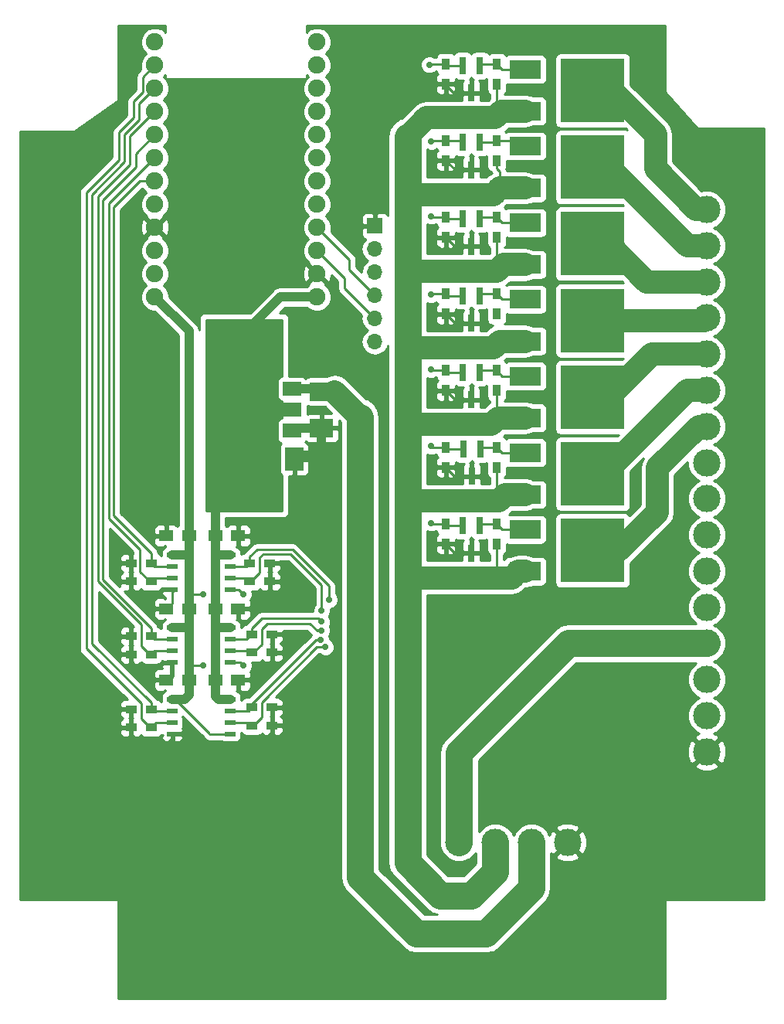
<source format=gbr>
G04 #@! TF.FileFunction,Copper,L1,Top,Signal*
%FSLAX46Y46*%
G04 Gerber Fmt 4.6, Leading zero omitted, Abs format (unit mm)*
G04 Created by KiCad (PCBNEW 4.0.5) date 03/07/17 20:24:02*
%MOMM*%
%LPD*%
G01*
G04 APERTURE LIST*
%ADD10C,0.100000*%
%ADD11R,2.000000X3.800000*%
%ADD12R,2.000000X1.500000*%
%ADD13R,1.200000X0.900000*%
%ADD14C,3.000000*%
%ADD15C,1.900000*%
%ADD16R,0.900000X1.200000*%
%ADD17R,1.500000X1.250000*%
%ADD18R,2.500000X2.000000*%
%ADD19R,2.000000X2.500000*%
%ADD20R,0.800000X1.900000*%
%ADD21R,1.143000X0.508000*%
%ADD22R,3.500000X2.000000*%
%ADD23R,7.000000X7.000000*%
%ADD24R,1.700000X1.700000*%
%ADD25O,1.700000X1.700000*%
%ADD26C,0.700000*%
%ADD27C,0.250000*%
%ADD28C,1.000000*%
%ADD29C,0.500000*%
%ADD30C,3.000000*%
%ADD31C,2.500000*%
%ADD32C,2.000000*%
%ADD33C,0.254000*%
G04 APERTURE END LIST*
D10*
D11*
X199250000Y-92800000D03*
D12*
X205550000Y-92800000D03*
X205550000Y-90500000D03*
X205550000Y-95100000D03*
D13*
X187900000Y-109600000D03*
X190100000Y-109600000D03*
D14*
X251000000Y-70860000D03*
X251000000Y-74820000D03*
X251000000Y-78780000D03*
X251000000Y-82740000D03*
X251000000Y-86700000D03*
X251000000Y-90660000D03*
X251000000Y-94620000D03*
X251000000Y-98580000D03*
X251000000Y-102540000D03*
X251000000Y-106500000D03*
X251000000Y-110460000D03*
X251000000Y-114420000D03*
X251000000Y-118380000D03*
X251000000Y-122340000D03*
X251000000Y-126300000D03*
X251000000Y-130260000D03*
D15*
X208290000Y-80440000D03*
X208290000Y-77900000D03*
X208290000Y-75360000D03*
X208290000Y-72820000D03*
X208290000Y-70280000D03*
X208290000Y-67740000D03*
X208290000Y-65200000D03*
X208290000Y-62660000D03*
X208290000Y-60120000D03*
X208290000Y-57580000D03*
X208290000Y-55040000D03*
X208290000Y-52500000D03*
X190510000Y-80440000D03*
X190510000Y-77900000D03*
X190510000Y-75360000D03*
X190510000Y-72820000D03*
X190510000Y-70280000D03*
X190510000Y-67740000D03*
X190510000Y-65200000D03*
X190510000Y-62660000D03*
X190510000Y-60120000D03*
X190510000Y-57580000D03*
X190510000Y-55040000D03*
X190510000Y-52500000D03*
D14*
X223860000Y-140200000D03*
X227820000Y-140200000D03*
X231780000Y-140200000D03*
X235740000Y-140200000D03*
D16*
X228000000Y-65500000D03*
X228000000Y-63300000D03*
X228000000Y-57100000D03*
X228000000Y-54900000D03*
X228000000Y-73900000D03*
X228000000Y-71700000D03*
X228000000Y-90700000D03*
X228000000Y-88500000D03*
D17*
X191750000Y-114600000D03*
X194250000Y-114600000D03*
X197150000Y-114600000D03*
X199650000Y-114600000D03*
D18*
X208800000Y-90800000D03*
X208800000Y-94800000D03*
D19*
X201800000Y-98200000D03*
X205800000Y-98200000D03*
D17*
X191750000Y-122400000D03*
X194250000Y-122400000D03*
X197150000Y-122400000D03*
X199650000Y-122400000D03*
X191750000Y-106600000D03*
X194250000Y-106600000D03*
X197150000Y-106600000D03*
X199650000Y-106600000D03*
D20*
X226150000Y-63500000D03*
X224250000Y-63500000D03*
X225200000Y-66500000D03*
X226150000Y-55100000D03*
X224250000Y-55100000D03*
X225200000Y-58100000D03*
X226150000Y-71900000D03*
X224250000Y-71900000D03*
X225200000Y-74900000D03*
X226150000Y-88700000D03*
X224250000Y-88700000D03*
X225200000Y-91700000D03*
X226150000Y-105500000D03*
X224250000Y-105500000D03*
X225200000Y-108500000D03*
X226150000Y-80300000D03*
X224250000Y-80300000D03*
X225200000Y-83300000D03*
X226200000Y-97100000D03*
X224300000Y-97100000D03*
X225250000Y-100100000D03*
D16*
X228000000Y-107500000D03*
X228000000Y-105300000D03*
D13*
X200900000Y-109600000D03*
X203100000Y-109600000D03*
X200900000Y-111600000D03*
X203100000Y-111600000D03*
X201150000Y-117400000D03*
X203350000Y-117400000D03*
D16*
X228000000Y-82300000D03*
X228000000Y-80100000D03*
D13*
X201150000Y-119400000D03*
X203350000Y-119400000D03*
X201150000Y-125400000D03*
X203350000Y-125400000D03*
X201150000Y-127400000D03*
X203350000Y-127400000D03*
D16*
X228000000Y-99100000D03*
X228000000Y-96900000D03*
X222400000Y-96900000D03*
X222400000Y-99100000D03*
D13*
X187900000Y-111600000D03*
X190100000Y-111600000D03*
D16*
X222400000Y-88500000D03*
X222400000Y-90700000D03*
D13*
X187900000Y-117600000D03*
X190100000Y-117600000D03*
D16*
X222400000Y-80100000D03*
X222400000Y-82300000D03*
D13*
X187900000Y-119600000D03*
X190100000Y-119600000D03*
D16*
X222400000Y-71700000D03*
X222400000Y-73900000D03*
D13*
X187900000Y-125600000D03*
X190100000Y-125600000D03*
D16*
X222400000Y-63300000D03*
X222400000Y-65500000D03*
D13*
X187900000Y-127600000D03*
X190100000Y-127600000D03*
D16*
X222400000Y-105300000D03*
X222400000Y-107500000D03*
D21*
X198775000Y-116695000D03*
X198775000Y-117965000D03*
X198775000Y-119235000D03*
X198775000Y-120505000D03*
X192425000Y-120505000D03*
X192425000Y-119235000D03*
X192425000Y-117965000D03*
X192425000Y-116695000D03*
X198775000Y-124495000D03*
X198775000Y-125765000D03*
X198775000Y-127035000D03*
X198775000Y-128305000D03*
X192425000Y-128305000D03*
X192425000Y-127035000D03*
X192425000Y-125765000D03*
X192425000Y-124495000D03*
X198775000Y-108695000D03*
X198775000Y-109965000D03*
X198775000Y-111235000D03*
X198775000Y-112505000D03*
X192425000Y-112505000D03*
X192425000Y-111235000D03*
X192425000Y-109965000D03*
X192425000Y-108695000D03*
D22*
X231100000Y-63910000D03*
X231100000Y-68490000D03*
D23*
X238500000Y-66210000D03*
D22*
X231100000Y-55510000D03*
X231100000Y-60090000D03*
D23*
X238500000Y-57810000D03*
D22*
X231100000Y-72310000D03*
X231100000Y-76890000D03*
D23*
X238500000Y-74610000D03*
D22*
X231100000Y-89110000D03*
X231100000Y-93690000D03*
D23*
X238500000Y-91410000D03*
D22*
X231100000Y-105910000D03*
X231100000Y-110490000D03*
D23*
X238500000Y-108210000D03*
D22*
X231100000Y-80710000D03*
X231100000Y-85290000D03*
D23*
X238500000Y-83010000D03*
D22*
X231100000Y-97510000D03*
X231100000Y-102090000D03*
D23*
X238500000Y-99810000D03*
D16*
X222400000Y-54900000D03*
X222400000Y-57100000D03*
D24*
X214630000Y-72644000D03*
D25*
X214630000Y-75184000D03*
X214630000Y-77724000D03*
X214630000Y-80264000D03*
X214630000Y-82804000D03*
X214630000Y-85344000D03*
D26*
X223800000Y-91600000D03*
X223800000Y-100200000D03*
X223800000Y-108400000D03*
X223800000Y-83400000D03*
X223800000Y-75000000D03*
X223800000Y-66400000D03*
X223600000Y-58100000D03*
X208800000Y-97800000D03*
X201400000Y-106600000D03*
X201600000Y-114600000D03*
X189800000Y-106200000D03*
X189800000Y-114000000D03*
X191400000Y-129800000D03*
X201600000Y-122000000D03*
X190000000Y-122400000D03*
X220800000Y-63400000D03*
X195800000Y-120800000D03*
X200200000Y-120800000D03*
X195800000Y-113000000D03*
X200200000Y-113000000D03*
X220800000Y-96800000D03*
X220800000Y-80200000D03*
X220800000Y-105200000D03*
X220800000Y-71600000D03*
X220600000Y-55000000D03*
X209600000Y-113600000D03*
X208800000Y-114800000D03*
X208800000Y-116000000D03*
X208800000Y-117000000D03*
X208673029Y-118009543D03*
X209200000Y-118800000D03*
X220800000Y-88400000D03*
D27*
X223800000Y-91600000D02*
X223300000Y-91600000D01*
X223300000Y-91600000D02*
X222400000Y-90700000D01*
X225200000Y-91700000D02*
X223900000Y-91700000D01*
X223900000Y-91700000D02*
X223800000Y-91600000D01*
X223800000Y-100200000D02*
X223500000Y-100200000D01*
X223500000Y-100200000D02*
X222400000Y-99100000D01*
X225250000Y-100100000D02*
X223900000Y-100100000D01*
X223900000Y-100100000D02*
X223800000Y-100200000D01*
X223800000Y-108400000D02*
X223300000Y-108400000D01*
X223300000Y-108400000D02*
X222400000Y-107500000D01*
X225200000Y-108500000D02*
X223900000Y-108500000D01*
X223900000Y-108500000D02*
X223800000Y-108400000D01*
X223800000Y-83400000D02*
X223500000Y-83400000D01*
X223500000Y-83400000D02*
X222400000Y-82300000D01*
X225200000Y-83300000D02*
X223900000Y-83300000D01*
X223900000Y-83300000D02*
X223800000Y-83400000D01*
X223800000Y-75000000D02*
X223500000Y-75000000D01*
X223500000Y-75000000D02*
X222400000Y-73900000D01*
X225200000Y-74900000D02*
X223900000Y-74900000D01*
X223900000Y-74900000D02*
X223800000Y-75000000D01*
X223800000Y-66400000D02*
X223300000Y-66400000D01*
X223300000Y-66400000D02*
X222400000Y-65500000D01*
X225200000Y-66500000D02*
X223900000Y-66500000D01*
X223900000Y-66500000D02*
X223800000Y-66400000D01*
X223600000Y-58100000D02*
X223250000Y-58100000D01*
X225200000Y-58100000D02*
X223600000Y-58100000D01*
X223250000Y-58100000D02*
X222400000Y-57250000D01*
X222400000Y-57250000D02*
X222400000Y-57100000D01*
D28*
X208800000Y-97800000D02*
X206200000Y-97800000D01*
X206200000Y-97800000D02*
X205800000Y-98200000D01*
X208800000Y-94800000D02*
X208800000Y-97800000D01*
X208800000Y-94800000D02*
X205850000Y-94800000D01*
D27*
X205850000Y-94800000D02*
X205550000Y-95100000D01*
X199650000Y-106600000D02*
X201400000Y-106600000D01*
X203100000Y-111600000D02*
X203100000Y-109600000D01*
X201600000Y-114600000D02*
X203100000Y-113100000D01*
X203100000Y-113100000D02*
X203100000Y-111600000D01*
X199650000Y-114600000D02*
X201600000Y-114600000D01*
X191750000Y-106600000D02*
X190200000Y-106600000D01*
X190200000Y-106600000D02*
X189800000Y-106200000D01*
X187900000Y-109600000D02*
X187900000Y-111600000D01*
X188600000Y-112800000D02*
X188400000Y-112800000D01*
X188400000Y-112800000D02*
X187900000Y-112300000D01*
X187900000Y-112300000D02*
X187900000Y-111600000D01*
X189800000Y-114000000D02*
X188600000Y-112800000D01*
X191800000Y-114600000D02*
X192425000Y-113975000D01*
X192425000Y-113975000D02*
X192425000Y-112505000D01*
X191750000Y-114600000D02*
X191800000Y-114600000D01*
X191750000Y-114600000D02*
X190400000Y-114600000D01*
X190400000Y-114600000D02*
X189800000Y-114000000D01*
X203350000Y-127400000D02*
X203350000Y-125400000D01*
X191400000Y-129800000D02*
X201650000Y-129800000D01*
X201650000Y-129800000D02*
X203350000Y-128100000D01*
X203350000Y-128100000D02*
X203350000Y-127400000D01*
X187900000Y-127600000D02*
X187900000Y-125600000D01*
X191400000Y-129800000D02*
X189400000Y-129800000D01*
X189400000Y-129800000D02*
X187900000Y-128300000D01*
X187900000Y-128300000D02*
X187900000Y-127600000D01*
X192425000Y-128305000D02*
X192425000Y-128775000D01*
X192425000Y-128775000D02*
X191400000Y-129800000D01*
X203350000Y-119400000D02*
X203350000Y-117400000D01*
X201600000Y-122000000D02*
X203350000Y-120250000D01*
X203350000Y-120250000D02*
X203350000Y-119400000D01*
X199650000Y-122400000D02*
X201200000Y-122400000D01*
X201200000Y-122400000D02*
X201600000Y-122000000D01*
X187900000Y-119600000D02*
X187900000Y-117600000D01*
X191750000Y-122400000D02*
X190000000Y-122400000D01*
X190000000Y-122400000D02*
X187900000Y-120300000D01*
X187900000Y-120300000D02*
X187900000Y-119600000D01*
D29*
X192000000Y-122400000D02*
X192425000Y-121975000D01*
X192425000Y-121975000D02*
X192425000Y-120505000D01*
D28*
X205550000Y-90500000D02*
X208500000Y-90500000D01*
D27*
X208500000Y-90500000D02*
X208800000Y-90800000D01*
D30*
X231780000Y-140200000D02*
X231780000Y-145220000D01*
X231780000Y-145220000D02*
X226800000Y-150200000D01*
X226800000Y-150200000D02*
X219200000Y-150200000D01*
X219200000Y-150200000D02*
X213000000Y-144000000D01*
X213000000Y-144000000D02*
X213000000Y-93599998D01*
D31*
X213000000Y-93599998D02*
X210200002Y-90800000D01*
D32*
X210200002Y-90800000D02*
X208800000Y-90800000D01*
D31*
X251000000Y-74820000D02*
X248878680Y-74820000D01*
X248878680Y-74820000D02*
X240268680Y-66210000D01*
X240268680Y-66210000D02*
X238500000Y-66210000D01*
X251000000Y-70860000D02*
X249860000Y-70860000D01*
X245400000Y-66400000D02*
X245400000Y-62600000D01*
X249860000Y-70860000D02*
X245400000Y-66400000D01*
X245400000Y-62600000D02*
X240610000Y-57810000D01*
X240610000Y-57810000D02*
X238500000Y-57810000D01*
X251000000Y-78780000D02*
X244420002Y-78780000D01*
X244420002Y-78780000D02*
X240250002Y-74610000D01*
X240250002Y-74610000D02*
X238500000Y-74610000D01*
X251000000Y-86700000D02*
X244960002Y-86700000D01*
X244960002Y-86700000D02*
X240250002Y-91410000D01*
X240250002Y-91410000D02*
X238500000Y-91410000D01*
X251000000Y-94620000D02*
X250149998Y-94620000D01*
X250149998Y-94620000D02*
X245600000Y-99169998D01*
X245600000Y-99169998D02*
X245600000Y-104000000D01*
X245600000Y-104000000D02*
X241390000Y-108210000D01*
X241390000Y-108210000D02*
X238500000Y-108210000D01*
X238500000Y-83010000D02*
X250730000Y-83010000D01*
X250730000Y-83010000D02*
X251000000Y-82740000D01*
X251000000Y-90660000D02*
X248878680Y-90660000D01*
X248878680Y-90660000D02*
X239728680Y-99810000D01*
X239728680Y-99810000D02*
X238500000Y-99810000D01*
D27*
X222400000Y-63300000D02*
X220900000Y-63300000D01*
X220900000Y-63300000D02*
X220800000Y-63400000D01*
X222400000Y-63300000D02*
X224050000Y-63300000D01*
X224050000Y-63300000D02*
X224250000Y-63500000D01*
D28*
X205550000Y-92800000D02*
X199250000Y-92800000D01*
X197150000Y-92800000D02*
X197150000Y-87580000D01*
X197150000Y-87580000D02*
X204290000Y-80440000D01*
X204290000Y-80440000D02*
X208290000Y-80440000D01*
X197150000Y-106600000D02*
X197150000Y-92800000D01*
X199250000Y-92800000D02*
X197150000Y-92800000D01*
X197495000Y-124495000D02*
X197150000Y-124150000D01*
X197150000Y-124150000D02*
X197150000Y-122400000D01*
X198775000Y-124495000D02*
X197495000Y-124495000D01*
X197150000Y-114600000D02*
X197150000Y-116800000D01*
X197150000Y-116800000D02*
X197150000Y-122400000D01*
X198775000Y-116695000D02*
X197203500Y-116695000D01*
X197203500Y-116695000D02*
X197150000Y-116748500D01*
X197150000Y-116748500D02*
X197150000Y-116800000D01*
X197150000Y-106600000D02*
X197150000Y-108800000D01*
X197150000Y-108800000D02*
X197150000Y-114600000D01*
X198775000Y-108695000D02*
X197203500Y-108695000D01*
X197203500Y-108695000D02*
X197150000Y-108748500D01*
X197150000Y-108748500D02*
X197150000Y-108800000D01*
X194250000Y-106600000D02*
X194250000Y-84180000D01*
X194250000Y-84180000D02*
X190510000Y-80440000D01*
X194250000Y-116600000D02*
X194250000Y-120800000D01*
X194250000Y-120800000D02*
X194250000Y-122400000D01*
D27*
X195800000Y-120800000D02*
X194250000Y-120800000D01*
X199895000Y-120505000D02*
X199905000Y-120505000D01*
X199905000Y-120505000D02*
X200200000Y-120800000D01*
X198775000Y-120505000D02*
X199895000Y-120505000D01*
D28*
X194250000Y-108400000D02*
X194250000Y-113000000D01*
X194250000Y-113000000D02*
X194250000Y-114600000D01*
D27*
X195800000Y-113000000D02*
X194250000Y-113000000D01*
X199495000Y-112505000D02*
X199705000Y-112505000D01*
X199705000Y-112505000D02*
X200200000Y-113000000D01*
X198775000Y-112505000D02*
X199495000Y-112505000D01*
X196505000Y-128305000D02*
X196505000Y-128257500D01*
X196505000Y-128257500D02*
X192742500Y-124495000D01*
X192742500Y-124495000D02*
X192425000Y-124495000D01*
X198775000Y-128305000D02*
X196505000Y-128305000D01*
D28*
X194250000Y-106600000D02*
X194250000Y-108400000D01*
X192425000Y-108695000D02*
X193996500Y-108695000D01*
X193996500Y-108695000D02*
X194250000Y-108441500D01*
X194250000Y-108441500D02*
X194250000Y-108400000D01*
X194250000Y-114600000D02*
X194250000Y-116600000D01*
X192425000Y-116695000D02*
X193996500Y-116695000D01*
X193996500Y-116695000D02*
X194091500Y-116600000D01*
X194091500Y-116600000D02*
X194250000Y-116600000D01*
X192425000Y-124495000D02*
X193780000Y-124495000D01*
X193780000Y-124495000D02*
X194250000Y-124025000D01*
X194250000Y-124025000D02*
X194250000Y-122400000D01*
D27*
X190100000Y-117600000D02*
X190100000Y-116700000D01*
X190100000Y-116700000D02*
X184800000Y-111400000D01*
X184800000Y-111400000D02*
X184800000Y-69800000D01*
X184800000Y-69800000D02*
X188400000Y-66200000D01*
X188400000Y-66200000D02*
X188400000Y-64770000D01*
X188400000Y-64770000D02*
X190510000Y-62660000D01*
X192425000Y-117965000D02*
X190465000Y-117965000D01*
X190465000Y-117965000D02*
X190100000Y-117600000D01*
X184299989Y-111607111D02*
X184299989Y-69400000D01*
X187800000Y-62830000D02*
X187800000Y-65899989D01*
X187800000Y-65899989D02*
X184299989Y-69400000D01*
X190510000Y-60120000D02*
X187800000Y-62830000D01*
X189000000Y-116307122D02*
X184299989Y-111607111D01*
X189950000Y-119600000D02*
X189000000Y-118650000D01*
X190100000Y-119600000D02*
X189950000Y-119600000D01*
X189000000Y-118650000D02*
X189000000Y-116307122D01*
X192425000Y-119235000D02*
X190465000Y-119235000D01*
X190465000Y-119235000D02*
X190100000Y-119600000D01*
X190100000Y-109600000D02*
X190100000Y-108500000D01*
X190100000Y-108500000D02*
X186000022Y-104400022D01*
X186000022Y-104400022D02*
X186000022Y-70599978D01*
X186000022Y-70599978D02*
X188860000Y-67740000D01*
X188860000Y-67740000D02*
X190510000Y-67740000D01*
X192425000Y-109965000D02*
X190465000Y-109965000D01*
X190465000Y-109965000D02*
X190100000Y-109600000D01*
X189560001Y-66149999D02*
X190510000Y-65200000D01*
X189950000Y-111600000D02*
X188875001Y-110525001D01*
X190100000Y-111600000D02*
X189950000Y-111600000D01*
X188875001Y-110525001D02*
X188875001Y-108075001D01*
X188875001Y-108075001D02*
X185500011Y-104700011D01*
X185500011Y-104700011D02*
X185500011Y-70209989D01*
X185500011Y-70209989D02*
X189560001Y-66149999D01*
X192425000Y-111235000D02*
X190465000Y-111235000D01*
X190465000Y-111235000D02*
X190100000Y-111600000D01*
X222400000Y-96900000D02*
X220900000Y-96900000D01*
X220900000Y-96900000D02*
X220800000Y-96800000D01*
X224300000Y-97100000D02*
X222600000Y-97100000D01*
X222600000Y-97100000D02*
X222400000Y-96900000D01*
X222400000Y-80100000D02*
X220900000Y-80100000D01*
X220900000Y-80100000D02*
X220800000Y-80200000D01*
X224250000Y-80300000D02*
X222600000Y-80300000D01*
X222600000Y-80300000D02*
X222400000Y-80100000D01*
X222400000Y-105300000D02*
X220900000Y-105300000D01*
X220900000Y-105300000D02*
X220800000Y-105200000D01*
X224250000Y-105500000D02*
X222600000Y-105500000D01*
X222600000Y-105500000D02*
X222400000Y-105300000D01*
X222400000Y-71700000D02*
X220900000Y-71700000D01*
X220900000Y-71700000D02*
X220800000Y-71600000D01*
X224250000Y-71900000D02*
X222600000Y-71900000D01*
X222600000Y-71900000D02*
X222400000Y-71700000D01*
X222400000Y-54900000D02*
X220700000Y-54900000D01*
X220700000Y-54900000D02*
X220600000Y-55000000D01*
X224250000Y-55100000D02*
X222600000Y-55100000D01*
X222600000Y-55100000D02*
X222400000Y-54900000D01*
X209600000Y-113105026D02*
X209600000Y-113600000D01*
X209600000Y-112092878D02*
X209600000Y-113105026D01*
X205607112Y-108099990D02*
X209600000Y-112092878D01*
X201700010Y-108099990D02*
X205607112Y-108099990D01*
X200900000Y-108900000D02*
X201700010Y-108099990D01*
X200900000Y-109600000D02*
X200900000Y-108900000D01*
X198775000Y-109965000D02*
X200535000Y-109965000D01*
X200535000Y-109965000D02*
X200900000Y-109600000D01*
X208800000Y-112800000D02*
X208800000Y-113000000D01*
X200900000Y-111600000D02*
X201050000Y-111600000D01*
X201050000Y-111600000D02*
X202000000Y-110650000D01*
X202000000Y-110650000D02*
X202000000Y-108974998D01*
X202000000Y-108974998D02*
X202374998Y-108600000D01*
X208800000Y-113000000D02*
X208800000Y-114800000D01*
X202374998Y-108600000D02*
X205400000Y-108600000D01*
X205400000Y-108600000D02*
X208800000Y-112000000D01*
X208800000Y-112000000D02*
X208800000Y-113000000D01*
X198775000Y-111235000D02*
X200535000Y-111235000D01*
X200535000Y-111235000D02*
X200900000Y-111600000D01*
X208450001Y-115650001D02*
X208800000Y-116000000D01*
X202199999Y-115650001D02*
X208450001Y-115650001D01*
X201150000Y-116700000D02*
X202199999Y-115650001D01*
X201150000Y-117400000D02*
X201150000Y-116700000D01*
X198775000Y-117965000D02*
X200585000Y-117965000D01*
X200585000Y-117965000D02*
X201150000Y-117400000D01*
X201150000Y-119400000D02*
X201300000Y-119400000D01*
X202824998Y-116200000D02*
X207505026Y-116200000D01*
X201300000Y-119400000D02*
X202200000Y-118500000D01*
X202200000Y-118500000D02*
X202200000Y-116824998D01*
X202200000Y-116824998D02*
X202824998Y-116200000D01*
X207505026Y-116200000D02*
X208305026Y-117000000D01*
X208305026Y-117000000D02*
X208800000Y-117000000D01*
X198775000Y-119235000D02*
X200985000Y-119235000D01*
X200985000Y-119235000D02*
X201150000Y-119400000D01*
X201150000Y-125400000D02*
X201150000Y-125037598D01*
X201150000Y-125037598D02*
X208178055Y-118009543D01*
X208178055Y-118009543D02*
X208673029Y-118009543D01*
X198775000Y-125765000D02*
X200785000Y-125765000D01*
X200785000Y-125765000D02*
X201150000Y-125400000D01*
X202200000Y-126500000D02*
X202200000Y-124824998D01*
X202200000Y-124824998D02*
X208224998Y-118800000D01*
X208224998Y-118800000D02*
X209200000Y-118800000D01*
X201150000Y-127400000D02*
X201300000Y-127400000D01*
X201300000Y-127400000D02*
X202200000Y-126500000D01*
X198775000Y-127035000D02*
X200785000Y-127035000D01*
X200785000Y-127035000D02*
X201150000Y-127400000D01*
X228000000Y-63300000D02*
X230490000Y-63300000D01*
X230490000Y-63300000D02*
X231100000Y-63910000D01*
X226150000Y-63500000D02*
X227800000Y-63500000D01*
X227800000Y-63500000D02*
X228000000Y-63300000D01*
X228000000Y-54900000D02*
X226350000Y-54900000D01*
X226350000Y-54900000D02*
X226150000Y-55100000D01*
X231100000Y-55510000D02*
X228610000Y-55510000D01*
X228610000Y-55510000D02*
X228000000Y-54900000D01*
X228000000Y-71700000D02*
X226350000Y-71700000D01*
X226350000Y-71700000D02*
X226150000Y-71900000D01*
X231100000Y-72310000D02*
X228610000Y-72310000D01*
X228610000Y-72310000D02*
X228000000Y-71700000D01*
X228000000Y-88500000D02*
X226350000Y-88500000D01*
X226350000Y-88500000D02*
X226150000Y-88700000D01*
X231100000Y-89110000D02*
X228610000Y-89110000D01*
X228610000Y-89110000D02*
X228000000Y-88500000D01*
X222400000Y-88500000D02*
X220900000Y-88500000D01*
X220900000Y-88500000D02*
X220800000Y-88400000D01*
X224250000Y-88700000D02*
X222600000Y-88700000D01*
X222600000Y-88700000D02*
X222400000Y-88500000D01*
X228000000Y-80100000D02*
X226350000Y-80100000D01*
X226350000Y-80100000D02*
X226150000Y-80300000D01*
X231100000Y-80710000D02*
X228610000Y-80710000D01*
X228610000Y-80710000D02*
X228000000Y-80100000D01*
X228000000Y-96900000D02*
X226400000Y-96900000D01*
X226400000Y-96900000D02*
X226200000Y-97100000D01*
X231100000Y-97510000D02*
X228610000Y-97510000D01*
X228610000Y-97510000D02*
X228000000Y-96900000D01*
X228000000Y-105300000D02*
X226350000Y-105300000D01*
X226350000Y-105300000D02*
X226150000Y-105500000D01*
X231100000Y-105910000D02*
X228610000Y-105910000D01*
X228610000Y-105910000D02*
X228000000Y-105300000D01*
X188800000Y-61000000D02*
X188800000Y-59290000D01*
X188800000Y-59290000D02*
X190510000Y-57580000D01*
X187200000Y-62600000D02*
X188800000Y-61000000D01*
X187200000Y-65600000D02*
X187200000Y-62600000D01*
X183600000Y-69200000D02*
X187200000Y-65600000D01*
X183600000Y-118400000D02*
X183600000Y-69200000D01*
X190100000Y-125600000D02*
X190100000Y-124900000D01*
X190100000Y-124900000D02*
X183600000Y-118400000D01*
X190100000Y-125367876D02*
X190100000Y-125600000D01*
X192425000Y-125765000D02*
X190265000Y-125765000D01*
X190265000Y-125765000D02*
X190100000Y-125600000D01*
X190510000Y-55040000D02*
X189184999Y-56365001D01*
X188200000Y-59000000D02*
X188200000Y-60800000D01*
X189184999Y-56365001D02*
X189184999Y-58015001D01*
X189184999Y-58015001D02*
X188200000Y-59000000D01*
X183000000Y-118974998D02*
X189000000Y-124974998D01*
X188200000Y-60800000D02*
X186600000Y-62400000D01*
X186600000Y-62400000D02*
X186600000Y-65400000D01*
X189000000Y-126650000D02*
X189950000Y-127600000D01*
X189950000Y-127600000D02*
X190100000Y-127600000D01*
X186600000Y-65400000D02*
X183000000Y-69000000D01*
X183000000Y-69000000D02*
X183000000Y-118974998D01*
X189000000Y-124974998D02*
X189000000Y-126650000D01*
X192425000Y-127035000D02*
X190665000Y-127035000D01*
X190665000Y-127035000D02*
X190100000Y-127600000D01*
D30*
X251000000Y-118380000D02*
X235820000Y-118380000D01*
X235820000Y-118380000D02*
X223860000Y-130340000D01*
X223860000Y-130340000D02*
X223860000Y-140200000D01*
D27*
X228000000Y-65500000D02*
X228000000Y-66350000D01*
X228000000Y-66350000D02*
X228310000Y-66660000D01*
X228310000Y-66660000D02*
X228310000Y-68490000D01*
X228000000Y-73900000D02*
X228000000Y-76180000D01*
X228000000Y-76180000D02*
X228710000Y-76890000D01*
X228000000Y-90700000D02*
X228000000Y-93580000D01*
X228000000Y-93580000D02*
X228110000Y-93690000D01*
X228000000Y-99100000D02*
X228000000Y-102600000D01*
X228000000Y-102600000D02*
X228200000Y-102800000D01*
D31*
X229639999Y-111200001D02*
X228000000Y-111200001D01*
D27*
X228000000Y-107500000D02*
X228000000Y-111200001D01*
D31*
X228000000Y-111200001D02*
X218400001Y-111200001D01*
D27*
X228000000Y-57100000D02*
X228000000Y-59580000D01*
X228000000Y-59580000D02*
X228510000Y-60090000D01*
D30*
X218200000Y-111000000D02*
X218200000Y-142400000D01*
X218200000Y-142400000D02*
X221800000Y-146000000D01*
X221800000Y-146000000D02*
X225200000Y-146000000D01*
X225200000Y-146000000D02*
X227820000Y-143380000D01*
X227820000Y-143380000D02*
X227820000Y-140200000D01*
D31*
X227800000Y-60800000D02*
X220249998Y-60800000D01*
X220249998Y-60800000D02*
X218200000Y-62849998D01*
X228510000Y-60090000D02*
X227800000Y-60800000D01*
X231100000Y-60090000D02*
X228510000Y-60090000D01*
D30*
X218200000Y-72200000D02*
X218200000Y-69000000D01*
X218200000Y-69000000D02*
X218200000Y-62849998D01*
D31*
X231100000Y-68490000D02*
X228310000Y-68490000D01*
X228310000Y-68490000D02*
X227600000Y-69200000D01*
X227600000Y-69200000D02*
X218400000Y-69200000D01*
X218400000Y-69200000D02*
X218200000Y-69000000D01*
D30*
X218200000Y-85800000D02*
X218200000Y-77000000D01*
X218200000Y-77000000D02*
X218200000Y-72200000D01*
D31*
X228000000Y-77600000D02*
X218800000Y-77600000D01*
X218800000Y-77600000D02*
X218200000Y-77000000D01*
X228710000Y-76890000D02*
X228000000Y-77600000D01*
X231100000Y-76890000D02*
X228710000Y-76890000D01*
D30*
X218200000Y-94000000D02*
X218200000Y-85800000D01*
D31*
X218400000Y-86000000D02*
X218200000Y-85800000D01*
X227600000Y-86000000D02*
X218400000Y-86000000D01*
X228310000Y-85290000D02*
X227600000Y-86000000D01*
X231100000Y-85290000D02*
X228310000Y-85290000D01*
X227400000Y-94400000D02*
X218600000Y-94400000D01*
X218600000Y-94400000D02*
X218200000Y-94000000D01*
X228110000Y-93690000D02*
X227400000Y-94400000D01*
X231100000Y-93690000D02*
X228110000Y-93690000D01*
D30*
X218200000Y-111000000D02*
X218200000Y-102800000D01*
D31*
X231100000Y-110490000D02*
X230350000Y-110490000D01*
X230350000Y-110490000D02*
X229639999Y-111200001D01*
X218400001Y-111200001D02*
X218200000Y-111000000D01*
D30*
X218200000Y-102800000D02*
X218200000Y-94000000D01*
D31*
X228910000Y-102090000D02*
X228200000Y-102800000D01*
X228200000Y-102800000D02*
X218200000Y-102800000D01*
X231100000Y-102090000D02*
X228910000Y-102090000D01*
D27*
X211328000Y-78398000D02*
X211328000Y-79502000D01*
X211328000Y-79502000D02*
X214630000Y-82804000D01*
X208290000Y-75360000D02*
X211328000Y-78398000D01*
X211836000Y-76366000D02*
X211836000Y-77470000D01*
X211836000Y-77470000D02*
X214630000Y-80264000D01*
X208290000Y-72820000D02*
X211836000Y-76366000D01*
D33*
G36*
X204473000Y-89117049D02*
X204314683Y-89146838D01*
X204098559Y-89285910D01*
X203953569Y-89498110D01*
X203902560Y-89750000D01*
X203902560Y-91250000D01*
X203946838Y-91485317D01*
X204085910Y-91701441D01*
X204298110Y-91846431D01*
X204473000Y-91881847D01*
X204473000Y-93717049D01*
X204314683Y-93746838D01*
X204098559Y-93885910D01*
X203953569Y-94098110D01*
X203902560Y-94350000D01*
X203902560Y-95850000D01*
X203946838Y-96085317D01*
X204085910Y-96301441D01*
X204298110Y-96446431D01*
X204383149Y-96463652D01*
X204348559Y-96485910D01*
X204203569Y-96698110D01*
X204152560Y-96950000D01*
X204152560Y-99450000D01*
X204196838Y-99685317D01*
X204335910Y-99901441D01*
X204473000Y-99995111D01*
X204473000Y-103873000D01*
X196127000Y-103873000D01*
X196127000Y-82927000D01*
X204473000Y-82927000D01*
X204473000Y-89117049D01*
X204473000Y-89117049D01*
G37*
X204473000Y-89117049D02*
X204314683Y-89146838D01*
X204098559Y-89285910D01*
X203953569Y-89498110D01*
X203902560Y-89750000D01*
X203902560Y-91250000D01*
X203946838Y-91485317D01*
X204085910Y-91701441D01*
X204298110Y-91846431D01*
X204473000Y-91881847D01*
X204473000Y-93717049D01*
X204314683Y-93746838D01*
X204098559Y-93885910D01*
X203953569Y-94098110D01*
X203902560Y-94350000D01*
X203902560Y-95850000D01*
X203946838Y-96085317D01*
X204085910Y-96301441D01*
X204298110Y-96446431D01*
X204383149Y-96463652D01*
X204348559Y-96485910D01*
X204203569Y-96698110D01*
X204152560Y-96950000D01*
X204152560Y-99450000D01*
X204196838Y-99685317D01*
X204335910Y-99901441D01*
X204473000Y-99995111D01*
X204473000Y-103873000D01*
X196127000Y-103873000D01*
X196127000Y-82927000D01*
X204473000Y-82927000D01*
X204473000Y-89117049D01*
G36*
X191673000Y-51421545D02*
X191409003Y-51157086D01*
X190826659Y-50915276D01*
X190196107Y-50914725D01*
X189613343Y-51155519D01*
X189167086Y-51600997D01*
X188925276Y-52183341D01*
X188924725Y-52813893D01*
X189165519Y-53396657D01*
X189538471Y-53770261D01*
X189167086Y-54140997D01*
X188925276Y-54723341D01*
X188924725Y-55353893D01*
X188982202Y-55492996D01*
X188647598Y-55827600D01*
X188482851Y-56074162D01*
X188424999Y-56365001D01*
X188424999Y-57700199D01*
X187662599Y-58462599D01*
X187497852Y-58709161D01*
X187440000Y-59000000D01*
X187440000Y-60485198D01*
X186062599Y-61862599D01*
X185897852Y-62109161D01*
X185840000Y-62400000D01*
X185840000Y-65085198D01*
X182462599Y-68462599D01*
X182297852Y-68709161D01*
X182240000Y-69000000D01*
X182240000Y-118974998D01*
X182297852Y-119265837D01*
X182462599Y-119512399D01*
X187465200Y-124515000D01*
X187173691Y-124515000D01*
X186940302Y-124611673D01*
X186761673Y-124790301D01*
X186665000Y-125023690D01*
X186665000Y-125314250D01*
X186823750Y-125473000D01*
X187773000Y-125473000D01*
X187773000Y-125453000D01*
X188027000Y-125453000D01*
X188027000Y-125473000D01*
X188047000Y-125473000D01*
X188047000Y-125727000D01*
X188027000Y-125727000D01*
X188027000Y-126526250D01*
X188100750Y-126600000D01*
X188027000Y-126673750D01*
X188027000Y-127473000D01*
X188047000Y-127473000D01*
X188047000Y-127727000D01*
X188027000Y-127727000D01*
X188027000Y-128526250D01*
X188185750Y-128685000D01*
X188626309Y-128685000D01*
X188859698Y-128588327D01*
X189000936Y-128447090D01*
X189035910Y-128501441D01*
X189248110Y-128646431D01*
X189500000Y-128697440D01*
X190700000Y-128697440D01*
X190935317Y-128653162D01*
X191151441Y-128514090D01*
X191218500Y-128415946D01*
X191218500Y-128432002D01*
X191377248Y-128432002D01*
X191218500Y-128590750D01*
X191218500Y-128685309D01*
X191315173Y-128918698D01*
X191493801Y-129097327D01*
X191727190Y-129194000D01*
X192139250Y-129194000D01*
X192298000Y-129035250D01*
X192298000Y-128432000D01*
X192552000Y-128432000D01*
X192552000Y-129035250D01*
X192710750Y-129194000D01*
X193122810Y-129194000D01*
X193356199Y-129097327D01*
X193534827Y-128918698D01*
X193631500Y-128685309D01*
X193631500Y-128590750D01*
X193472750Y-128432000D01*
X192552000Y-128432000D01*
X192298000Y-128432000D01*
X192278000Y-128432000D01*
X192278000Y-128178000D01*
X192298000Y-128178000D01*
X192298000Y-128158000D01*
X192552000Y-128158000D01*
X192552000Y-128178000D01*
X193472750Y-128178000D01*
X193631500Y-128019250D01*
X193631500Y-127924691D01*
X193534827Y-127691302D01*
X193508291Y-127664765D01*
X193592931Y-127540890D01*
X193643940Y-127289000D01*
X193643940Y-126781000D01*
X193599662Y-126545683D01*
X193505334Y-126399093D01*
X193532310Y-126359612D01*
X195871950Y-128699252D01*
X195967599Y-128842401D01*
X196214161Y-129007148D01*
X196505000Y-129065000D01*
X197819260Y-129065000D01*
X197951610Y-129155431D01*
X198203500Y-129206440D01*
X199346500Y-129206440D01*
X199581817Y-129162162D01*
X199797941Y-129023090D01*
X199942931Y-128810890D01*
X199993940Y-128559000D01*
X199993940Y-128158516D01*
X200085910Y-128301441D01*
X200298110Y-128446431D01*
X200550000Y-128497440D01*
X201750000Y-128497440D01*
X201985317Y-128453162D01*
X202201441Y-128314090D01*
X202247969Y-128245994D01*
X202390302Y-128388327D01*
X202623691Y-128485000D01*
X203064250Y-128485000D01*
X203223000Y-128326250D01*
X203223000Y-127527000D01*
X203477000Y-127527000D01*
X203477000Y-128326250D01*
X203635750Y-128485000D01*
X204076309Y-128485000D01*
X204309698Y-128388327D01*
X204488327Y-128209699D01*
X204585000Y-127976310D01*
X204585000Y-127685750D01*
X204426250Y-127527000D01*
X203477000Y-127527000D01*
X203223000Y-127527000D01*
X203203000Y-127527000D01*
X203203000Y-127273000D01*
X203223000Y-127273000D01*
X203223000Y-126473750D01*
X203149250Y-126400000D01*
X203223000Y-126326250D01*
X203223000Y-125527000D01*
X203477000Y-125527000D01*
X203477000Y-126326250D01*
X203550750Y-126400000D01*
X203477000Y-126473750D01*
X203477000Y-127273000D01*
X204426250Y-127273000D01*
X204585000Y-127114250D01*
X204585000Y-126823690D01*
X204488327Y-126590301D01*
X204309698Y-126411673D01*
X204281517Y-126400000D01*
X204309698Y-126388327D01*
X204488327Y-126209699D01*
X204585000Y-125976310D01*
X204585000Y-125685750D01*
X204426250Y-125527000D01*
X203477000Y-125527000D01*
X203223000Y-125527000D01*
X203203000Y-125527000D01*
X203203000Y-125273000D01*
X203223000Y-125273000D01*
X203223000Y-125253000D01*
X203477000Y-125253000D01*
X203477000Y-125273000D01*
X204426250Y-125273000D01*
X204585000Y-125114250D01*
X204585000Y-124823690D01*
X204488327Y-124590301D01*
X204309698Y-124411673D01*
X204076309Y-124315000D01*
X203784800Y-124315000D01*
X208539800Y-119560000D01*
X208566889Y-119560000D01*
X208641314Y-119634555D01*
X209003212Y-119784828D01*
X209395069Y-119785170D01*
X209757229Y-119635529D01*
X210034555Y-119358686D01*
X210184828Y-118996788D01*
X210185170Y-118604931D01*
X210035529Y-118242771D01*
X209758686Y-117965445D01*
X209658104Y-117923680D01*
X209658199Y-117814474D01*
X209576469Y-117616671D01*
X209634555Y-117558686D01*
X209784828Y-117196788D01*
X209785170Y-116804931D01*
X209659050Y-116499696D01*
X209784828Y-116196788D01*
X209785170Y-115804931D01*
X209635529Y-115442771D01*
X209593000Y-115400168D01*
X209634555Y-115358686D01*
X209784828Y-114996788D01*
X209785170Y-114604931D01*
X209776998Y-114585154D01*
X209795069Y-114585170D01*
X210157229Y-114435529D01*
X210434555Y-114158686D01*
X210584828Y-113796788D01*
X210585170Y-113404931D01*
X210435529Y-113042771D01*
X210360000Y-112967110D01*
X210360000Y-112092878D01*
X210332194Y-111953090D01*
X210302148Y-111802038D01*
X210137401Y-111555477D01*
X206144513Y-107562589D01*
X205897951Y-107397842D01*
X205607112Y-107339990D01*
X201700010Y-107339990D01*
X201409171Y-107397842D01*
X201162609Y-107562589D01*
X200362599Y-108362599D01*
X200264634Y-108509215D01*
X200064683Y-108546838D01*
X199993940Y-108592360D01*
X199993940Y-108441000D01*
X199949662Y-108205683D01*
X199810590Y-107989559D01*
X199598390Y-107844569D01*
X199465724Y-107817703D01*
X199430250Y-107794000D01*
X199523000Y-107701250D01*
X199523000Y-106727000D01*
X199777000Y-106727000D01*
X199777000Y-107701250D01*
X199935750Y-107860000D01*
X200526309Y-107860000D01*
X200759698Y-107763327D01*
X200938327Y-107584699D01*
X201035000Y-107351310D01*
X201035000Y-106885750D01*
X200876250Y-106727000D01*
X199777000Y-106727000D01*
X199523000Y-106727000D01*
X199503000Y-106727000D01*
X199503000Y-106473000D01*
X199523000Y-106473000D01*
X199523000Y-105498750D01*
X199777000Y-105498750D01*
X199777000Y-106473000D01*
X200876250Y-106473000D01*
X201035000Y-106314250D01*
X201035000Y-105848690D01*
X200938327Y-105615301D01*
X200759698Y-105436673D01*
X200526309Y-105340000D01*
X199935750Y-105340000D01*
X199777000Y-105498750D01*
X199523000Y-105498750D01*
X199364250Y-105340000D01*
X198773691Y-105340000D01*
X198540302Y-105436673D01*
X198399064Y-105577910D01*
X198364090Y-105523559D01*
X198285000Y-105469519D01*
X198285000Y-104635000D01*
X204600000Y-104635000D01*
X204830795Y-104591573D01*
X205042767Y-104455173D01*
X205184971Y-104247051D01*
X205235000Y-104000000D01*
X205235000Y-100085000D01*
X205514250Y-100085000D01*
X205673000Y-99926250D01*
X205673000Y-98327000D01*
X205927000Y-98327000D01*
X205927000Y-99926250D01*
X206085750Y-100085000D01*
X206926309Y-100085000D01*
X207159698Y-99988327D01*
X207338327Y-99809699D01*
X207435000Y-99576310D01*
X207435000Y-98485750D01*
X207276250Y-98327000D01*
X205927000Y-98327000D01*
X205673000Y-98327000D01*
X205653000Y-98327000D01*
X205653000Y-98073000D01*
X205673000Y-98073000D01*
X205673000Y-98053000D01*
X205927000Y-98053000D01*
X205927000Y-98073000D01*
X207276250Y-98073000D01*
X207435000Y-97914250D01*
X207435000Y-96823690D01*
X207338327Y-96590301D01*
X207159698Y-96411673D01*
X206966413Y-96331612D01*
X207075000Y-96223026D01*
X207190301Y-96338327D01*
X207423690Y-96435000D01*
X208514250Y-96435000D01*
X208673000Y-96276250D01*
X208673000Y-94927000D01*
X208927000Y-94927000D01*
X208927000Y-96276250D01*
X209085750Y-96435000D01*
X210176310Y-96435000D01*
X210409699Y-96338327D01*
X210588327Y-96159698D01*
X210685000Y-95926309D01*
X210685000Y-95085750D01*
X210526250Y-94927000D01*
X208927000Y-94927000D01*
X208673000Y-94927000D01*
X208653000Y-94927000D01*
X208653000Y-94673000D01*
X208673000Y-94673000D01*
X208673000Y-93323750D01*
X208514250Y-93165000D01*
X207423690Y-93165000D01*
X207197440Y-93258716D01*
X207197440Y-92327646D01*
X207298110Y-92396431D01*
X207550000Y-92447440D01*
X209181650Y-92447440D01*
X209899210Y-93165000D01*
X209085750Y-93165000D01*
X208927000Y-93323750D01*
X208927000Y-94673000D01*
X210526250Y-94673000D01*
X210685000Y-94514250D01*
X210685000Y-93950790D01*
X210865000Y-94130790D01*
X210865000Y-144000000D01*
X211027517Y-144817029D01*
X211490327Y-145509673D01*
X217690327Y-151709673D01*
X218382971Y-152172483D01*
X219200000Y-152335000D01*
X226800000Y-152335000D01*
X227617029Y-152172483D01*
X228309673Y-151709673D01*
X233289673Y-146729673D01*
X233752483Y-146037029D01*
X233915000Y-145220000D01*
X233915000Y-141713970D01*
X234405635Y-141713970D01*
X234565418Y-142032739D01*
X235356187Y-142342723D01*
X236205387Y-142326497D01*
X236914582Y-142032739D01*
X237074365Y-141713970D01*
X235740000Y-140379605D01*
X234405635Y-141713970D01*
X233915000Y-141713970D01*
X233915000Y-141378461D01*
X234226030Y-141534365D01*
X235560395Y-140200000D01*
X235919605Y-140200000D01*
X237253970Y-141534365D01*
X237572739Y-141374582D01*
X237882723Y-140583813D01*
X237866497Y-139734613D01*
X237572739Y-139025418D01*
X237253970Y-138865635D01*
X235919605Y-140200000D01*
X235560395Y-140200000D01*
X234226030Y-138865635D01*
X233907261Y-139025418D01*
X233759984Y-139401122D01*
X233591020Y-138992200D01*
X233285384Y-138686030D01*
X234405635Y-138686030D01*
X235740000Y-140020395D01*
X237074365Y-138686030D01*
X236914582Y-138367261D01*
X236123813Y-138057277D01*
X235274613Y-138073503D01*
X234565418Y-138367261D01*
X234405635Y-138686030D01*
X233285384Y-138686030D01*
X232990959Y-138391091D01*
X232206541Y-138065372D01*
X231357185Y-138064630D01*
X230572200Y-138388980D01*
X229971091Y-138989041D01*
X229799982Y-139401118D01*
X229631020Y-138992200D01*
X229030959Y-138391091D01*
X228246541Y-138065372D01*
X227397185Y-138064630D01*
X226612200Y-138388980D01*
X226011091Y-138989041D01*
X225995000Y-139027792D01*
X225995000Y-131773970D01*
X249665635Y-131773970D01*
X249825418Y-132092739D01*
X250616187Y-132402723D01*
X251465387Y-132386497D01*
X252174582Y-132092739D01*
X252334365Y-131773970D01*
X251000000Y-130439605D01*
X249665635Y-131773970D01*
X225995000Y-131773970D01*
X225995000Y-131224346D01*
X227343159Y-129876187D01*
X248857277Y-129876187D01*
X248873503Y-130725387D01*
X249167261Y-131434582D01*
X249486030Y-131594365D01*
X250820395Y-130260000D01*
X251179605Y-130260000D01*
X252513970Y-131594365D01*
X252832739Y-131434582D01*
X253142723Y-130643813D01*
X253126497Y-129794613D01*
X252832739Y-129085418D01*
X252513970Y-128925635D01*
X251179605Y-130260000D01*
X250820395Y-130260000D01*
X249486030Y-128925635D01*
X249167261Y-129085418D01*
X248857277Y-129876187D01*
X227343159Y-129876187D01*
X236704346Y-120515000D01*
X249826034Y-120515000D01*
X249792200Y-120528980D01*
X249191091Y-121129041D01*
X248865372Y-121913459D01*
X248864630Y-122762815D01*
X249188980Y-123547800D01*
X249789041Y-124148909D01*
X250201118Y-124320018D01*
X249792200Y-124488980D01*
X249191091Y-125089041D01*
X248865372Y-125873459D01*
X248864630Y-126722815D01*
X249188980Y-127507800D01*
X249789041Y-128108909D01*
X250191018Y-128275825D01*
X249825418Y-128427261D01*
X249665635Y-128746030D01*
X251000000Y-130080395D01*
X252334365Y-128746030D01*
X252174582Y-128427261D01*
X251798878Y-128279984D01*
X252207800Y-128111020D01*
X252808909Y-127510959D01*
X253134628Y-126726541D01*
X253135370Y-125877185D01*
X252811020Y-125092200D01*
X252210959Y-124491091D01*
X251798882Y-124319982D01*
X252207800Y-124151020D01*
X252808909Y-123550959D01*
X253134628Y-122766541D01*
X253135370Y-121917185D01*
X252811020Y-121132200D01*
X252210959Y-120531091D01*
X251798882Y-120359982D01*
X252207800Y-120191020D01*
X252808909Y-119590959D01*
X253134628Y-118806541D01*
X253135370Y-117957185D01*
X252811020Y-117172200D01*
X252210959Y-116571091D01*
X251798882Y-116399982D01*
X252207800Y-116231020D01*
X252808909Y-115630959D01*
X253134628Y-114846541D01*
X253135370Y-113997185D01*
X252811020Y-113212200D01*
X252210959Y-112611091D01*
X251798882Y-112439982D01*
X252207800Y-112271020D01*
X252808909Y-111670959D01*
X253134628Y-110886541D01*
X253135370Y-110037185D01*
X252811020Y-109252200D01*
X252210959Y-108651091D01*
X251798882Y-108479982D01*
X252207800Y-108311020D01*
X252808909Y-107710959D01*
X253134628Y-106926541D01*
X253135370Y-106077185D01*
X252811020Y-105292200D01*
X252210959Y-104691091D01*
X251798882Y-104519982D01*
X252207800Y-104351020D01*
X252808909Y-103750959D01*
X253134628Y-102966541D01*
X253135370Y-102117185D01*
X252811020Y-101332200D01*
X252210959Y-100731091D01*
X251798882Y-100559982D01*
X252207800Y-100391020D01*
X252808909Y-99790959D01*
X253134628Y-99006541D01*
X253135370Y-98157185D01*
X252811020Y-97372200D01*
X252210959Y-96771091D01*
X251798882Y-96599982D01*
X252207800Y-96431020D01*
X252808909Y-95830959D01*
X253134628Y-95046541D01*
X253135370Y-94197185D01*
X252811020Y-93412200D01*
X252210959Y-92811091D01*
X251798882Y-92639982D01*
X252207800Y-92471020D01*
X252808909Y-91870959D01*
X253134628Y-91086541D01*
X253135370Y-90237185D01*
X252811020Y-89452200D01*
X252210959Y-88851091D01*
X251798882Y-88679982D01*
X252207800Y-88511020D01*
X252808909Y-87910959D01*
X253134628Y-87126541D01*
X253135370Y-86277185D01*
X252811020Y-85492200D01*
X252210959Y-84891091D01*
X251798882Y-84719982D01*
X252207800Y-84551020D01*
X252808909Y-83950959D01*
X253134628Y-83166541D01*
X253135370Y-82317185D01*
X252811020Y-81532200D01*
X252210959Y-80931091D01*
X251798882Y-80759982D01*
X252207800Y-80591020D01*
X252808909Y-79990959D01*
X253134628Y-79206541D01*
X253135370Y-78357185D01*
X252811020Y-77572200D01*
X252210959Y-76971091D01*
X251798882Y-76799982D01*
X252207800Y-76631020D01*
X252808909Y-76030959D01*
X253134628Y-75246541D01*
X253135370Y-74397185D01*
X252811020Y-73612200D01*
X252210959Y-73011091D01*
X251798882Y-72839982D01*
X252207800Y-72671020D01*
X252808909Y-72070959D01*
X253134628Y-71286541D01*
X253135370Y-70437185D01*
X252811020Y-69652200D01*
X252210959Y-69051091D01*
X251426541Y-68725372D01*
X250577185Y-68724630D01*
X250445029Y-68779236D01*
X247285000Y-65619208D01*
X247285000Y-62600000D01*
X247141513Y-61878642D01*
X246732896Y-61267104D01*
X242647440Y-57181648D01*
X242647440Y-54310000D01*
X242603162Y-54074683D01*
X242464090Y-53858559D01*
X242251890Y-53713569D01*
X242000000Y-53662560D01*
X235000000Y-53662560D01*
X234764683Y-53706838D01*
X234548559Y-53845910D01*
X234403569Y-54058110D01*
X234352560Y-54310000D01*
X234352560Y-61310000D01*
X234396838Y-61545317D01*
X234535910Y-61761441D01*
X234748110Y-61906431D01*
X235000000Y-61957440D01*
X242000000Y-61957440D01*
X242077134Y-61942926D01*
X242246733Y-62112525D01*
X242000000Y-62062560D01*
X235000000Y-62062560D01*
X234764683Y-62106838D01*
X234548559Y-62245910D01*
X234403569Y-62458110D01*
X234352560Y-62710000D01*
X234352560Y-69710000D01*
X234396838Y-69945317D01*
X234535910Y-70161441D01*
X234748110Y-70306431D01*
X235000000Y-70357440D01*
X241750328Y-70357440D01*
X241855448Y-70462560D01*
X235000000Y-70462560D01*
X234764683Y-70506838D01*
X234548559Y-70645910D01*
X234403569Y-70858110D01*
X234352560Y-71110000D01*
X234352560Y-78110000D01*
X234396838Y-78345317D01*
X234535910Y-78561441D01*
X234748110Y-78706431D01*
X235000000Y-78757440D01*
X241731649Y-78757440D01*
X241836769Y-78862560D01*
X235000000Y-78862560D01*
X234764683Y-78906838D01*
X234548559Y-79045910D01*
X234403569Y-79258110D01*
X234352560Y-79510000D01*
X234352560Y-86510000D01*
X234396838Y-86745317D01*
X234535910Y-86961441D01*
X234748110Y-87106431D01*
X235000000Y-87157440D01*
X241836770Y-87157440D01*
X241731650Y-87262560D01*
X235000000Y-87262560D01*
X234764683Y-87306838D01*
X234548559Y-87445910D01*
X234403569Y-87658110D01*
X234352560Y-87910000D01*
X234352560Y-94910000D01*
X234396838Y-95145317D01*
X234535910Y-95361441D01*
X234748110Y-95506431D01*
X235000000Y-95557440D01*
X241315448Y-95557440D01*
X241210328Y-95662560D01*
X235000000Y-95662560D01*
X234764683Y-95706838D01*
X234548559Y-95845910D01*
X234403569Y-96058110D01*
X234352560Y-96310000D01*
X234352560Y-103310000D01*
X234396838Y-103545317D01*
X234535910Y-103761441D01*
X234748110Y-103906431D01*
X235000000Y-103957440D01*
X242000000Y-103957440D01*
X242235317Y-103913162D01*
X242451441Y-103774090D01*
X242596431Y-103561890D01*
X242647440Y-103310000D01*
X242647440Y-99557032D01*
X244065200Y-98139272D01*
X243858487Y-98448639D01*
X243748255Y-99002815D01*
X243715000Y-99169998D01*
X243715000Y-103219208D01*
X242546923Y-104387285D01*
X242464090Y-104258559D01*
X242251890Y-104113569D01*
X242000000Y-104062560D01*
X235000000Y-104062560D01*
X234764683Y-104106838D01*
X234548559Y-104245910D01*
X234403569Y-104458110D01*
X234352560Y-104710000D01*
X234352560Y-111710000D01*
X234396838Y-111945317D01*
X234535910Y-112161441D01*
X234748110Y-112306431D01*
X235000000Y-112357440D01*
X242000000Y-112357440D01*
X242235317Y-112313162D01*
X242451441Y-112174090D01*
X242596431Y-111961890D01*
X242647440Y-111710000D01*
X242647440Y-109593314D01*
X242722896Y-109542896D01*
X246932896Y-105332896D01*
X247341513Y-104721359D01*
X247485000Y-104000000D01*
X247485000Y-99950790D01*
X248865007Y-98570783D01*
X248864630Y-99002815D01*
X249188980Y-99787800D01*
X249789041Y-100388909D01*
X250201118Y-100560018D01*
X249792200Y-100728980D01*
X249191091Y-101329041D01*
X248865372Y-102113459D01*
X248864630Y-102962815D01*
X249188980Y-103747800D01*
X249789041Y-104348909D01*
X250201118Y-104520018D01*
X249792200Y-104688980D01*
X249191091Y-105289041D01*
X248865372Y-106073459D01*
X248864630Y-106922815D01*
X249188980Y-107707800D01*
X249789041Y-108308909D01*
X250201118Y-108480018D01*
X249792200Y-108648980D01*
X249191091Y-109249041D01*
X248865372Y-110033459D01*
X248864630Y-110882815D01*
X249188980Y-111667800D01*
X249789041Y-112268909D01*
X250201118Y-112440018D01*
X249792200Y-112608980D01*
X249191091Y-113209041D01*
X248865372Y-113993459D01*
X248864630Y-114842815D01*
X249188980Y-115627800D01*
X249789041Y-116228909D01*
X249827792Y-116245000D01*
X235820000Y-116245000D01*
X235002970Y-116407517D01*
X234310327Y-116870327D01*
X222350327Y-128830327D01*
X221887517Y-129522971D01*
X221725000Y-130340000D01*
X221725000Y-140199282D01*
X221724630Y-140622815D01*
X222048980Y-141407800D01*
X222649041Y-142008909D01*
X223433459Y-142334628D01*
X224282815Y-142335370D01*
X225067800Y-142011020D01*
X225668909Y-141410959D01*
X225685000Y-141372208D01*
X225685000Y-142495654D01*
X224315654Y-143865000D01*
X222684346Y-143865000D01*
X220335000Y-141515654D01*
X220335000Y-113085001D01*
X229639999Y-113085001D01*
X230361358Y-112941514D01*
X230972895Y-112532897D01*
X231138438Y-112367354D01*
X231821358Y-112231513D01*
X231962148Y-112137440D01*
X232850000Y-112137440D01*
X233085317Y-112093162D01*
X233301441Y-111954090D01*
X233446431Y-111741890D01*
X233497440Y-111490000D01*
X233497440Y-109490000D01*
X233453162Y-109254683D01*
X233314090Y-109038559D01*
X233101890Y-108893569D01*
X232850000Y-108842560D01*
X231962148Y-108842560D01*
X231821358Y-108748487D01*
X231100000Y-108605000D01*
X230350000Y-108605000D01*
X229628641Y-108748487D01*
X229487851Y-108842560D01*
X229350000Y-108842560D01*
X229114683Y-108886838D01*
X228898559Y-109025910D01*
X228760000Y-109228698D01*
X228760000Y-108655105D01*
X228901441Y-108564090D01*
X229046431Y-108351890D01*
X229097440Y-108100000D01*
X229097440Y-107505973D01*
X229098110Y-107506431D01*
X229350000Y-107557440D01*
X232850000Y-107557440D01*
X233085317Y-107513162D01*
X233301441Y-107374090D01*
X233446431Y-107161890D01*
X233497440Y-106910000D01*
X233497440Y-104910000D01*
X233453162Y-104674683D01*
X233314090Y-104458559D01*
X233101890Y-104313569D01*
X232850000Y-104262560D01*
X229350000Y-104262560D01*
X229334466Y-104265483D01*
X229532896Y-104132896D01*
X229690792Y-103975000D01*
X231100000Y-103975000D01*
X231821358Y-103831513D01*
X231962148Y-103737440D01*
X232850000Y-103737440D01*
X233085317Y-103693162D01*
X233301441Y-103554090D01*
X233446431Y-103341890D01*
X233497440Y-103090000D01*
X233497440Y-101090000D01*
X233453162Y-100854683D01*
X233314090Y-100638559D01*
X233101890Y-100493569D01*
X232850000Y-100442560D01*
X231962148Y-100442560D01*
X231821358Y-100348487D01*
X231100000Y-100205000D01*
X228910000Y-100205000D01*
X228805590Y-100225768D01*
X228901441Y-100164090D01*
X229046431Y-99951890D01*
X229097440Y-99700000D01*
X229097440Y-99105973D01*
X229098110Y-99106431D01*
X229350000Y-99157440D01*
X232850000Y-99157440D01*
X233085317Y-99113162D01*
X233301441Y-98974090D01*
X233446431Y-98761890D01*
X233497440Y-98510000D01*
X233497440Y-96510000D01*
X233453162Y-96274683D01*
X233314090Y-96058559D01*
X233101890Y-95913569D01*
X232850000Y-95862560D01*
X229350000Y-95862560D01*
X229114683Y-95906838D01*
X228999348Y-95981054D01*
X228914090Y-95848559D01*
X228737733Y-95728059D01*
X228890792Y-95575000D01*
X231100000Y-95575000D01*
X231821358Y-95431513D01*
X231962148Y-95337440D01*
X232850000Y-95337440D01*
X233085317Y-95293162D01*
X233301441Y-95154090D01*
X233446431Y-94941890D01*
X233497440Y-94690000D01*
X233497440Y-92690000D01*
X233453162Y-92454683D01*
X233314090Y-92238559D01*
X233101890Y-92093569D01*
X232850000Y-92042560D01*
X231962148Y-92042560D01*
X231821358Y-91948487D01*
X231100000Y-91805000D01*
X228837865Y-91805000D01*
X228901441Y-91764090D01*
X229046431Y-91551890D01*
X229097440Y-91300000D01*
X229097440Y-90705973D01*
X229098110Y-90706431D01*
X229350000Y-90757440D01*
X232850000Y-90757440D01*
X233085317Y-90713162D01*
X233301441Y-90574090D01*
X233446431Y-90361890D01*
X233497440Y-90110000D01*
X233497440Y-88110000D01*
X233453162Y-87874683D01*
X233314090Y-87658559D01*
X233101890Y-87513569D01*
X232850000Y-87462560D01*
X229350000Y-87462560D01*
X229114683Y-87506838D01*
X228999348Y-87581054D01*
X228914090Y-87448559D01*
X228837804Y-87396435D01*
X228932896Y-87332896D01*
X229090792Y-87175000D01*
X231100000Y-87175000D01*
X231821358Y-87031513D01*
X231962148Y-86937440D01*
X232850000Y-86937440D01*
X233085317Y-86893162D01*
X233301441Y-86754090D01*
X233446431Y-86541890D01*
X233497440Y-86290000D01*
X233497440Y-84290000D01*
X233453162Y-84054683D01*
X233314090Y-83838559D01*
X233101890Y-83693569D01*
X232850000Y-83642560D01*
X231962148Y-83642560D01*
X231821358Y-83548487D01*
X231100000Y-83405000D01*
X228837865Y-83405000D01*
X228901441Y-83364090D01*
X229046431Y-83151890D01*
X229097440Y-82900000D01*
X229097440Y-82305973D01*
X229098110Y-82306431D01*
X229350000Y-82357440D01*
X232850000Y-82357440D01*
X233085317Y-82313162D01*
X233301441Y-82174090D01*
X233446431Y-81961890D01*
X233497440Y-81710000D01*
X233497440Y-79710000D01*
X233453162Y-79474683D01*
X233314090Y-79258559D01*
X233101890Y-79113569D01*
X232850000Y-79062560D01*
X229350000Y-79062560D01*
X229114683Y-79106838D01*
X228999348Y-79181054D01*
X228987969Y-79163370D01*
X229332896Y-78932896D01*
X229490792Y-78775000D01*
X231100000Y-78775000D01*
X231821358Y-78631513D01*
X231962148Y-78537440D01*
X232850000Y-78537440D01*
X233085317Y-78493162D01*
X233301441Y-78354090D01*
X233446431Y-78141890D01*
X233497440Y-77890000D01*
X233497440Y-75890000D01*
X233453162Y-75654683D01*
X233314090Y-75438559D01*
X233101890Y-75293569D01*
X232850000Y-75242560D01*
X231962148Y-75242560D01*
X231821358Y-75148487D01*
X231100000Y-75005000D01*
X228837865Y-75005000D01*
X228901441Y-74964090D01*
X229046431Y-74751890D01*
X229097440Y-74500000D01*
X229097440Y-73905973D01*
X229098110Y-73906431D01*
X229350000Y-73957440D01*
X232850000Y-73957440D01*
X233085317Y-73913162D01*
X233301441Y-73774090D01*
X233446431Y-73561890D01*
X233497440Y-73310000D01*
X233497440Y-71310000D01*
X233453162Y-71074683D01*
X233314090Y-70858559D01*
X233101890Y-70713569D01*
X232850000Y-70662560D01*
X229350000Y-70662560D01*
X229114683Y-70706838D01*
X228999348Y-70781054D01*
X228914090Y-70648559D01*
X228837804Y-70596435D01*
X228932896Y-70532896D01*
X229090792Y-70375000D01*
X231100000Y-70375000D01*
X231821358Y-70231513D01*
X231962148Y-70137440D01*
X232850000Y-70137440D01*
X233085317Y-70093162D01*
X233301441Y-69954090D01*
X233446431Y-69741890D01*
X233497440Y-69490000D01*
X233497440Y-67490000D01*
X233453162Y-67254683D01*
X233314090Y-67038559D01*
X233101890Y-66893569D01*
X232850000Y-66842560D01*
X231962148Y-66842560D01*
X231821358Y-66748487D01*
X231100000Y-66605000D01*
X229059060Y-66605000D01*
X229046710Y-66542914D01*
X229017217Y-66394646D01*
X229046431Y-66351890D01*
X229097440Y-66100000D01*
X229097440Y-65505973D01*
X229098110Y-65506431D01*
X229350000Y-65557440D01*
X232850000Y-65557440D01*
X233085317Y-65513162D01*
X233301441Y-65374090D01*
X233446431Y-65161890D01*
X233497440Y-64910000D01*
X233497440Y-62910000D01*
X233453162Y-62674683D01*
X233314090Y-62458559D01*
X233101890Y-62313569D01*
X232850000Y-62262560D01*
X229350000Y-62262560D01*
X229114683Y-62306838D01*
X228999348Y-62381054D01*
X228927832Y-62269915D01*
X229132896Y-62132896D01*
X229290792Y-61975000D01*
X231100000Y-61975000D01*
X231821358Y-61831513D01*
X231962148Y-61737440D01*
X232850000Y-61737440D01*
X233085317Y-61693162D01*
X233301441Y-61554090D01*
X233446431Y-61341890D01*
X233497440Y-61090000D01*
X233497440Y-59090000D01*
X233453162Y-58854683D01*
X233314090Y-58638559D01*
X233101890Y-58493569D01*
X232850000Y-58442560D01*
X231962148Y-58442560D01*
X231821358Y-58348487D01*
X231100000Y-58205000D01*
X228837865Y-58205000D01*
X228901441Y-58164090D01*
X229046431Y-57951890D01*
X229097440Y-57700000D01*
X229097440Y-57105973D01*
X229098110Y-57106431D01*
X229350000Y-57157440D01*
X232850000Y-57157440D01*
X233085317Y-57113162D01*
X233301441Y-56974090D01*
X233446431Y-56761890D01*
X233497440Y-56510000D01*
X233497440Y-54510000D01*
X233453162Y-54274683D01*
X233314090Y-54058559D01*
X233101890Y-53913569D01*
X232850000Y-53862560D01*
X229350000Y-53862560D01*
X229114683Y-53906838D01*
X228999348Y-53981054D01*
X228914090Y-53848559D01*
X228701890Y-53703569D01*
X228450000Y-53652560D01*
X227550000Y-53652560D01*
X227314683Y-53696838D01*
X227101327Y-53834129D01*
X227014090Y-53698559D01*
X226801890Y-53553569D01*
X226550000Y-53502560D01*
X225750000Y-53502560D01*
X225514683Y-53546838D01*
X225298559Y-53685910D01*
X225199367Y-53831083D01*
X225114090Y-53698559D01*
X224901890Y-53553569D01*
X224650000Y-53502560D01*
X223850000Y-53502560D01*
X223614683Y-53546838D01*
X223398559Y-53685910D01*
X223295912Y-53836139D01*
X223101890Y-53703569D01*
X222850000Y-53652560D01*
X221950000Y-53652560D01*
X221714683Y-53696838D01*
X221498559Y-53835910D01*
X221353569Y-54048110D01*
X221334961Y-54140000D01*
X221097408Y-54140000D01*
X220796788Y-54015172D01*
X220404931Y-54014830D01*
X220042771Y-54164471D01*
X219765445Y-54441314D01*
X219615172Y-54803212D01*
X219614830Y-55195069D01*
X219764471Y-55557229D01*
X220041314Y-55834555D01*
X220403212Y-55984828D01*
X220795069Y-55985170D01*
X221157229Y-55835529D01*
X221332729Y-55660335D01*
X221346838Y-55735317D01*
X221485910Y-55951441D01*
X221554006Y-55997969D01*
X221411673Y-56140302D01*
X221315000Y-56373691D01*
X221315000Y-56814250D01*
X221473750Y-56973000D01*
X222273000Y-56973000D01*
X222273000Y-56953000D01*
X222527000Y-56953000D01*
X222527000Y-56973000D01*
X223326250Y-56973000D01*
X223485000Y-56814250D01*
X223485000Y-56569146D01*
X223598110Y-56646431D01*
X223850000Y-56697440D01*
X224354534Y-56697440D01*
X224261673Y-56790302D01*
X224165000Y-57023691D01*
X224165000Y-57814250D01*
X224323750Y-57973000D01*
X225073000Y-57973000D01*
X225073000Y-56673750D01*
X224986988Y-56587738D01*
X225101441Y-56514090D01*
X225200633Y-56368917D01*
X225285910Y-56501441D01*
X225412686Y-56588064D01*
X225327000Y-56673750D01*
X225327000Y-57973000D01*
X226076250Y-57973000D01*
X226235000Y-57814250D01*
X226235000Y-57023691D01*
X226138327Y-56790302D01*
X226045466Y-56697440D01*
X226550000Y-56697440D01*
X226785317Y-56653162D01*
X226902560Y-56577718D01*
X226902560Y-57700000D01*
X226946838Y-57935317D01*
X227085910Y-58151441D01*
X227240000Y-58256726D01*
X227240000Y-58715077D01*
X227177104Y-58757103D01*
X227019207Y-58915000D01*
X226235000Y-58915000D01*
X226235000Y-58385750D01*
X226076250Y-58227000D01*
X225327000Y-58227000D01*
X225327000Y-58247000D01*
X225073000Y-58247000D01*
X225073000Y-58227000D01*
X224323750Y-58227000D01*
X224165000Y-58385750D01*
X224165000Y-58915000D01*
X220249998Y-58915000D01*
X219528639Y-59058487D01*
X218917102Y-59467104D01*
X217537411Y-60846795D01*
X217382971Y-60877515D01*
X216690327Y-61340325D01*
X216227517Y-62032969D01*
X216065000Y-62849998D01*
X216065000Y-71546979D01*
X216018327Y-71434301D01*
X215839698Y-71255673D01*
X215606309Y-71159000D01*
X214915750Y-71159000D01*
X214757000Y-71317750D01*
X214757000Y-72517000D01*
X214777000Y-72517000D01*
X214777000Y-72771000D01*
X214757000Y-72771000D01*
X214757000Y-72791000D01*
X214503000Y-72791000D01*
X214503000Y-72771000D01*
X213303750Y-72771000D01*
X213145000Y-72929750D01*
X213145000Y-73620310D01*
X213241673Y-73853699D01*
X213420302Y-74032327D01*
X213594777Y-74104597D01*
X213550853Y-74133946D01*
X213228946Y-74615715D01*
X213115907Y-75184000D01*
X213228946Y-75752285D01*
X213550853Y-76234054D01*
X213880026Y-76454000D01*
X213550853Y-76673946D01*
X213228946Y-77155715D01*
X213124019Y-77683217D01*
X212596000Y-77155198D01*
X212596000Y-76366000D01*
X212556743Y-76168642D01*
X212538148Y-76075160D01*
X212373401Y-75828599D01*
X209818020Y-73273218D01*
X209874724Y-73136659D01*
X209875275Y-72506107D01*
X209634481Y-71923343D01*
X209379275Y-71667690D01*
X213145000Y-71667690D01*
X213145000Y-72358250D01*
X213303750Y-72517000D01*
X214503000Y-72517000D01*
X214503000Y-71317750D01*
X214344250Y-71159000D01*
X213653691Y-71159000D01*
X213420302Y-71255673D01*
X213241673Y-71434301D01*
X213145000Y-71667690D01*
X209379275Y-71667690D01*
X209261529Y-71549739D01*
X209632914Y-71179003D01*
X209874724Y-70596659D01*
X209875275Y-69966107D01*
X209634481Y-69383343D01*
X209261529Y-69009739D01*
X209632914Y-68639003D01*
X209874724Y-68056659D01*
X209875275Y-67426107D01*
X209634481Y-66843343D01*
X209261529Y-66469739D01*
X209632914Y-66099003D01*
X209874724Y-65516659D01*
X209875275Y-64886107D01*
X209634481Y-64303343D01*
X209261529Y-63929739D01*
X209632914Y-63559003D01*
X209874724Y-62976659D01*
X209875275Y-62346107D01*
X209634481Y-61763343D01*
X209261529Y-61389739D01*
X209632914Y-61019003D01*
X209874724Y-60436659D01*
X209875275Y-59806107D01*
X209634481Y-59223343D01*
X209261529Y-58849739D01*
X209632914Y-58479003D01*
X209874724Y-57896659D01*
X209875170Y-57385750D01*
X221315000Y-57385750D01*
X221315000Y-57826309D01*
X221411673Y-58059698D01*
X221590301Y-58238327D01*
X221823690Y-58335000D01*
X222114250Y-58335000D01*
X222273000Y-58176250D01*
X222273000Y-57227000D01*
X222527000Y-57227000D01*
X222527000Y-58176250D01*
X222685750Y-58335000D01*
X222976310Y-58335000D01*
X223209699Y-58238327D01*
X223388327Y-58059698D01*
X223485000Y-57826309D01*
X223485000Y-57385750D01*
X223326250Y-57227000D01*
X222527000Y-57227000D01*
X222273000Y-57227000D01*
X221473750Y-57227000D01*
X221315000Y-57385750D01*
X209875170Y-57385750D01*
X209875275Y-57266107D01*
X209634481Y-56683343D01*
X209261529Y-56309739D01*
X209632914Y-55939003D01*
X209874724Y-55356659D01*
X209875275Y-54726107D01*
X209634481Y-54143343D01*
X209261529Y-53769739D01*
X209632914Y-53399003D01*
X209874724Y-52816659D01*
X209875275Y-52186107D01*
X209634481Y-51603343D01*
X209189003Y-51157086D01*
X208606659Y-50915276D01*
X207976107Y-50914725D01*
X207393343Y-51155519D01*
X207127000Y-51421397D01*
X207127000Y-50710000D01*
X246473000Y-50710000D01*
X246473000Y-58000000D01*
X246479865Y-58041189D01*
X246505354Y-58084683D01*
X249905354Y-61884683D01*
X249950590Y-61916994D01*
X250000000Y-61927000D01*
X257290000Y-61927000D01*
X257290000Y-146473000D01*
X246600000Y-146473000D01*
X246553841Y-146481685D01*
X246511447Y-146508965D01*
X246483006Y-146550590D01*
X246473000Y-146600000D01*
X246473000Y-157290000D01*
X186527000Y-157290000D01*
X186527000Y-146600000D01*
X186518315Y-146553841D01*
X186491035Y-146511447D01*
X186449410Y-146483006D01*
X186400000Y-146473000D01*
X175710000Y-146473000D01*
X175710000Y-127885750D01*
X186665000Y-127885750D01*
X186665000Y-128176310D01*
X186761673Y-128409699D01*
X186940302Y-128588327D01*
X187173691Y-128685000D01*
X187614250Y-128685000D01*
X187773000Y-128526250D01*
X187773000Y-127727000D01*
X186823750Y-127727000D01*
X186665000Y-127885750D01*
X175710000Y-127885750D01*
X175710000Y-125885750D01*
X186665000Y-125885750D01*
X186665000Y-126176310D01*
X186761673Y-126409699D01*
X186940302Y-126588327D01*
X186968483Y-126600000D01*
X186940302Y-126611673D01*
X186761673Y-126790301D01*
X186665000Y-127023690D01*
X186665000Y-127314250D01*
X186823750Y-127473000D01*
X187773000Y-127473000D01*
X187773000Y-126673750D01*
X187699250Y-126600000D01*
X187773000Y-126526250D01*
X187773000Y-125727000D01*
X186823750Y-125727000D01*
X186665000Y-125885750D01*
X175710000Y-125885750D01*
X175710000Y-62327000D01*
X181600000Y-62327000D01*
X181627305Y-62324030D01*
X181673408Y-62303635D01*
X186473408Y-58903635D01*
X186516994Y-58849410D01*
X186527000Y-58800000D01*
X186527000Y-50710000D01*
X191673000Y-50710000D01*
X191673000Y-51421545D01*
X191673000Y-51421545D01*
G37*
X191673000Y-51421545D02*
X191409003Y-51157086D01*
X190826659Y-50915276D01*
X190196107Y-50914725D01*
X189613343Y-51155519D01*
X189167086Y-51600997D01*
X188925276Y-52183341D01*
X188924725Y-52813893D01*
X189165519Y-53396657D01*
X189538471Y-53770261D01*
X189167086Y-54140997D01*
X188925276Y-54723341D01*
X188924725Y-55353893D01*
X188982202Y-55492996D01*
X188647598Y-55827600D01*
X188482851Y-56074162D01*
X188424999Y-56365001D01*
X188424999Y-57700199D01*
X187662599Y-58462599D01*
X187497852Y-58709161D01*
X187440000Y-59000000D01*
X187440000Y-60485198D01*
X186062599Y-61862599D01*
X185897852Y-62109161D01*
X185840000Y-62400000D01*
X185840000Y-65085198D01*
X182462599Y-68462599D01*
X182297852Y-68709161D01*
X182240000Y-69000000D01*
X182240000Y-118974998D01*
X182297852Y-119265837D01*
X182462599Y-119512399D01*
X187465200Y-124515000D01*
X187173691Y-124515000D01*
X186940302Y-124611673D01*
X186761673Y-124790301D01*
X186665000Y-125023690D01*
X186665000Y-125314250D01*
X186823750Y-125473000D01*
X187773000Y-125473000D01*
X187773000Y-125453000D01*
X188027000Y-125453000D01*
X188027000Y-125473000D01*
X188047000Y-125473000D01*
X188047000Y-125727000D01*
X188027000Y-125727000D01*
X188027000Y-126526250D01*
X188100750Y-126600000D01*
X188027000Y-126673750D01*
X188027000Y-127473000D01*
X188047000Y-127473000D01*
X188047000Y-127727000D01*
X188027000Y-127727000D01*
X188027000Y-128526250D01*
X188185750Y-128685000D01*
X188626309Y-128685000D01*
X188859698Y-128588327D01*
X189000936Y-128447090D01*
X189035910Y-128501441D01*
X189248110Y-128646431D01*
X189500000Y-128697440D01*
X190700000Y-128697440D01*
X190935317Y-128653162D01*
X191151441Y-128514090D01*
X191218500Y-128415946D01*
X191218500Y-128432002D01*
X191377248Y-128432002D01*
X191218500Y-128590750D01*
X191218500Y-128685309D01*
X191315173Y-128918698D01*
X191493801Y-129097327D01*
X191727190Y-129194000D01*
X192139250Y-129194000D01*
X192298000Y-129035250D01*
X192298000Y-128432000D01*
X192552000Y-128432000D01*
X192552000Y-129035250D01*
X192710750Y-129194000D01*
X193122810Y-129194000D01*
X193356199Y-129097327D01*
X193534827Y-128918698D01*
X193631500Y-128685309D01*
X193631500Y-128590750D01*
X193472750Y-128432000D01*
X192552000Y-128432000D01*
X192298000Y-128432000D01*
X192278000Y-128432000D01*
X192278000Y-128178000D01*
X192298000Y-128178000D01*
X192298000Y-128158000D01*
X192552000Y-128158000D01*
X192552000Y-128178000D01*
X193472750Y-128178000D01*
X193631500Y-128019250D01*
X193631500Y-127924691D01*
X193534827Y-127691302D01*
X193508291Y-127664765D01*
X193592931Y-127540890D01*
X193643940Y-127289000D01*
X193643940Y-126781000D01*
X193599662Y-126545683D01*
X193505334Y-126399093D01*
X193532310Y-126359612D01*
X195871950Y-128699252D01*
X195967599Y-128842401D01*
X196214161Y-129007148D01*
X196505000Y-129065000D01*
X197819260Y-129065000D01*
X197951610Y-129155431D01*
X198203500Y-129206440D01*
X199346500Y-129206440D01*
X199581817Y-129162162D01*
X199797941Y-129023090D01*
X199942931Y-128810890D01*
X199993940Y-128559000D01*
X199993940Y-128158516D01*
X200085910Y-128301441D01*
X200298110Y-128446431D01*
X200550000Y-128497440D01*
X201750000Y-128497440D01*
X201985317Y-128453162D01*
X202201441Y-128314090D01*
X202247969Y-128245994D01*
X202390302Y-128388327D01*
X202623691Y-128485000D01*
X203064250Y-128485000D01*
X203223000Y-128326250D01*
X203223000Y-127527000D01*
X203477000Y-127527000D01*
X203477000Y-128326250D01*
X203635750Y-128485000D01*
X204076309Y-128485000D01*
X204309698Y-128388327D01*
X204488327Y-128209699D01*
X204585000Y-127976310D01*
X204585000Y-127685750D01*
X204426250Y-127527000D01*
X203477000Y-127527000D01*
X203223000Y-127527000D01*
X203203000Y-127527000D01*
X203203000Y-127273000D01*
X203223000Y-127273000D01*
X203223000Y-126473750D01*
X203149250Y-126400000D01*
X203223000Y-126326250D01*
X203223000Y-125527000D01*
X203477000Y-125527000D01*
X203477000Y-126326250D01*
X203550750Y-126400000D01*
X203477000Y-126473750D01*
X203477000Y-127273000D01*
X204426250Y-127273000D01*
X204585000Y-127114250D01*
X204585000Y-126823690D01*
X204488327Y-126590301D01*
X204309698Y-126411673D01*
X204281517Y-126400000D01*
X204309698Y-126388327D01*
X204488327Y-126209699D01*
X204585000Y-125976310D01*
X204585000Y-125685750D01*
X204426250Y-125527000D01*
X203477000Y-125527000D01*
X203223000Y-125527000D01*
X203203000Y-125527000D01*
X203203000Y-125273000D01*
X203223000Y-125273000D01*
X203223000Y-125253000D01*
X203477000Y-125253000D01*
X203477000Y-125273000D01*
X204426250Y-125273000D01*
X204585000Y-125114250D01*
X204585000Y-124823690D01*
X204488327Y-124590301D01*
X204309698Y-124411673D01*
X204076309Y-124315000D01*
X203784800Y-124315000D01*
X208539800Y-119560000D01*
X208566889Y-119560000D01*
X208641314Y-119634555D01*
X209003212Y-119784828D01*
X209395069Y-119785170D01*
X209757229Y-119635529D01*
X210034555Y-119358686D01*
X210184828Y-118996788D01*
X210185170Y-118604931D01*
X210035529Y-118242771D01*
X209758686Y-117965445D01*
X209658104Y-117923680D01*
X209658199Y-117814474D01*
X209576469Y-117616671D01*
X209634555Y-117558686D01*
X209784828Y-117196788D01*
X209785170Y-116804931D01*
X209659050Y-116499696D01*
X209784828Y-116196788D01*
X209785170Y-115804931D01*
X209635529Y-115442771D01*
X209593000Y-115400168D01*
X209634555Y-115358686D01*
X209784828Y-114996788D01*
X209785170Y-114604931D01*
X209776998Y-114585154D01*
X209795069Y-114585170D01*
X210157229Y-114435529D01*
X210434555Y-114158686D01*
X210584828Y-113796788D01*
X210585170Y-113404931D01*
X210435529Y-113042771D01*
X210360000Y-112967110D01*
X210360000Y-112092878D01*
X210332194Y-111953090D01*
X210302148Y-111802038D01*
X210137401Y-111555477D01*
X206144513Y-107562589D01*
X205897951Y-107397842D01*
X205607112Y-107339990D01*
X201700010Y-107339990D01*
X201409171Y-107397842D01*
X201162609Y-107562589D01*
X200362599Y-108362599D01*
X200264634Y-108509215D01*
X200064683Y-108546838D01*
X199993940Y-108592360D01*
X199993940Y-108441000D01*
X199949662Y-108205683D01*
X199810590Y-107989559D01*
X199598390Y-107844569D01*
X199465724Y-107817703D01*
X199430250Y-107794000D01*
X199523000Y-107701250D01*
X199523000Y-106727000D01*
X199777000Y-106727000D01*
X199777000Y-107701250D01*
X199935750Y-107860000D01*
X200526309Y-107860000D01*
X200759698Y-107763327D01*
X200938327Y-107584699D01*
X201035000Y-107351310D01*
X201035000Y-106885750D01*
X200876250Y-106727000D01*
X199777000Y-106727000D01*
X199523000Y-106727000D01*
X199503000Y-106727000D01*
X199503000Y-106473000D01*
X199523000Y-106473000D01*
X199523000Y-105498750D01*
X199777000Y-105498750D01*
X199777000Y-106473000D01*
X200876250Y-106473000D01*
X201035000Y-106314250D01*
X201035000Y-105848690D01*
X200938327Y-105615301D01*
X200759698Y-105436673D01*
X200526309Y-105340000D01*
X199935750Y-105340000D01*
X199777000Y-105498750D01*
X199523000Y-105498750D01*
X199364250Y-105340000D01*
X198773691Y-105340000D01*
X198540302Y-105436673D01*
X198399064Y-105577910D01*
X198364090Y-105523559D01*
X198285000Y-105469519D01*
X198285000Y-104635000D01*
X204600000Y-104635000D01*
X204830795Y-104591573D01*
X205042767Y-104455173D01*
X205184971Y-104247051D01*
X205235000Y-104000000D01*
X205235000Y-100085000D01*
X205514250Y-100085000D01*
X205673000Y-99926250D01*
X205673000Y-98327000D01*
X205927000Y-98327000D01*
X205927000Y-99926250D01*
X206085750Y-100085000D01*
X206926309Y-100085000D01*
X207159698Y-99988327D01*
X207338327Y-99809699D01*
X207435000Y-99576310D01*
X207435000Y-98485750D01*
X207276250Y-98327000D01*
X205927000Y-98327000D01*
X205673000Y-98327000D01*
X205653000Y-98327000D01*
X205653000Y-98073000D01*
X205673000Y-98073000D01*
X205673000Y-98053000D01*
X205927000Y-98053000D01*
X205927000Y-98073000D01*
X207276250Y-98073000D01*
X207435000Y-97914250D01*
X207435000Y-96823690D01*
X207338327Y-96590301D01*
X207159698Y-96411673D01*
X206966413Y-96331612D01*
X207075000Y-96223026D01*
X207190301Y-96338327D01*
X207423690Y-96435000D01*
X208514250Y-96435000D01*
X208673000Y-96276250D01*
X208673000Y-94927000D01*
X208927000Y-94927000D01*
X208927000Y-96276250D01*
X209085750Y-96435000D01*
X210176310Y-96435000D01*
X210409699Y-96338327D01*
X210588327Y-96159698D01*
X210685000Y-95926309D01*
X210685000Y-95085750D01*
X210526250Y-94927000D01*
X208927000Y-94927000D01*
X208673000Y-94927000D01*
X208653000Y-94927000D01*
X208653000Y-94673000D01*
X208673000Y-94673000D01*
X208673000Y-93323750D01*
X208514250Y-93165000D01*
X207423690Y-93165000D01*
X207197440Y-93258716D01*
X207197440Y-92327646D01*
X207298110Y-92396431D01*
X207550000Y-92447440D01*
X209181650Y-92447440D01*
X209899210Y-93165000D01*
X209085750Y-93165000D01*
X208927000Y-93323750D01*
X208927000Y-94673000D01*
X210526250Y-94673000D01*
X210685000Y-94514250D01*
X210685000Y-93950790D01*
X210865000Y-94130790D01*
X210865000Y-144000000D01*
X211027517Y-144817029D01*
X211490327Y-145509673D01*
X217690327Y-151709673D01*
X218382971Y-152172483D01*
X219200000Y-152335000D01*
X226800000Y-152335000D01*
X227617029Y-152172483D01*
X228309673Y-151709673D01*
X233289673Y-146729673D01*
X233752483Y-146037029D01*
X233915000Y-145220000D01*
X233915000Y-141713970D01*
X234405635Y-141713970D01*
X234565418Y-142032739D01*
X235356187Y-142342723D01*
X236205387Y-142326497D01*
X236914582Y-142032739D01*
X237074365Y-141713970D01*
X235740000Y-140379605D01*
X234405635Y-141713970D01*
X233915000Y-141713970D01*
X233915000Y-141378461D01*
X234226030Y-141534365D01*
X235560395Y-140200000D01*
X235919605Y-140200000D01*
X237253970Y-141534365D01*
X237572739Y-141374582D01*
X237882723Y-140583813D01*
X237866497Y-139734613D01*
X237572739Y-139025418D01*
X237253970Y-138865635D01*
X235919605Y-140200000D01*
X235560395Y-140200000D01*
X234226030Y-138865635D01*
X233907261Y-139025418D01*
X233759984Y-139401122D01*
X233591020Y-138992200D01*
X233285384Y-138686030D01*
X234405635Y-138686030D01*
X235740000Y-140020395D01*
X237074365Y-138686030D01*
X236914582Y-138367261D01*
X236123813Y-138057277D01*
X235274613Y-138073503D01*
X234565418Y-138367261D01*
X234405635Y-138686030D01*
X233285384Y-138686030D01*
X232990959Y-138391091D01*
X232206541Y-138065372D01*
X231357185Y-138064630D01*
X230572200Y-138388980D01*
X229971091Y-138989041D01*
X229799982Y-139401118D01*
X229631020Y-138992200D01*
X229030959Y-138391091D01*
X228246541Y-138065372D01*
X227397185Y-138064630D01*
X226612200Y-138388980D01*
X226011091Y-138989041D01*
X225995000Y-139027792D01*
X225995000Y-131773970D01*
X249665635Y-131773970D01*
X249825418Y-132092739D01*
X250616187Y-132402723D01*
X251465387Y-132386497D01*
X252174582Y-132092739D01*
X252334365Y-131773970D01*
X251000000Y-130439605D01*
X249665635Y-131773970D01*
X225995000Y-131773970D01*
X225995000Y-131224346D01*
X227343159Y-129876187D01*
X248857277Y-129876187D01*
X248873503Y-130725387D01*
X249167261Y-131434582D01*
X249486030Y-131594365D01*
X250820395Y-130260000D01*
X251179605Y-130260000D01*
X252513970Y-131594365D01*
X252832739Y-131434582D01*
X253142723Y-130643813D01*
X253126497Y-129794613D01*
X252832739Y-129085418D01*
X252513970Y-128925635D01*
X251179605Y-130260000D01*
X250820395Y-130260000D01*
X249486030Y-128925635D01*
X249167261Y-129085418D01*
X248857277Y-129876187D01*
X227343159Y-129876187D01*
X236704346Y-120515000D01*
X249826034Y-120515000D01*
X249792200Y-120528980D01*
X249191091Y-121129041D01*
X248865372Y-121913459D01*
X248864630Y-122762815D01*
X249188980Y-123547800D01*
X249789041Y-124148909D01*
X250201118Y-124320018D01*
X249792200Y-124488980D01*
X249191091Y-125089041D01*
X248865372Y-125873459D01*
X248864630Y-126722815D01*
X249188980Y-127507800D01*
X249789041Y-128108909D01*
X250191018Y-128275825D01*
X249825418Y-128427261D01*
X249665635Y-128746030D01*
X251000000Y-130080395D01*
X252334365Y-128746030D01*
X252174582Y-128427261D01*
X251798878Y-128279984D01*
X252207800Y-128111020D01*
X252808909Y-127510959D01*
X253134628Y-126726541D01*
X253135370Y-125877185D01*
X252811020Y-125092200D01*
X252210959Y-124491091D01*
X251798882Y-124319982D01*
X252207800Y-124151020D01*
X252808909Y-123550959D01*
X253134628Y-122766541D01*
X253135370Y-121917185D01*
X252811020Y-121132200D01*
X252210959Y-120531091D01*
X251798882Y-120359982D01*
X252207800Y-120191020D01*
X252808909Y-119590959D01*
X253134628Y-118806541D01*
X253135370Y-117957185D01*
X252811020Y-117172200D01*
X252210959Y-116571091D01*
X251798882Y-116399982D01*
X252207800Y-116231020D01*
X252808909Y-115630959D01*
X253134628Y-114846541D01*
X253135370Y-113997185D01*
X252811020Y-113212200D01*
X252210959Y-112611091D01*
X251798882Y-112439982D01*
X252207800Y-112271020D01*
X252808909Y-111670959D01*
X253134628Y-110886541D01*
X253135370Y-110037185D01*
X252811020Y-109252200D01*
X252210959Y-108651091D01*
X251798882Y-108479982D01*
X252207800Y-108311020D01*
X252808909Y-107710959D01*
X253134628Y-106926541D01*
X253135370Y-106077185D01*
X252811020Y-105292200D01*
X252210959Y-104691091D01*
X251798882Y-104519982D01*
X252207800Y-104351020D01*
X252808909Y-103750959D01*
X253134628Y-102966541D01*
X253135370Y-102117185D01*
X252811020Y-101332200D01*
X252210959Y-100731091D01*
X251798882Y-100559982D01*
X252207800Y-100391020D01*
X252808909Y-99790959D01*
X253134628Y-99006541D01*
X253135370Y-98157185D01*
X252811020Y-97372200D01*
X252210959Y-96771091D01*
X251798882Y-96599982D01*
X252207800Y-96431020D01*
X252808909Y-95830959D01*
X253134628Y-95046541D01*
X253135370Y-94197185D01*
X252811020Y-93412200D01*
X252210959Y-92811091D01*
X251798882Y-92639982D01*
X252207800Y-92471020D01*
X252808909Y-91870959D01*
X253134628Y-91086541D01*
X253135370Y-90237185D01*
X252811020Y-89452200D01*
X252210959Y-88851091D01*
X251798882Y-88679982D01*
X252207800Y-88511020D01*
X252808909Y-87910959D01*
X253134628Y-87126541D01*
X253135370Y-86277185D01*
X252811020Y-85492200D01*
X252210959Y-84891091D01*
X251798882Y-84719982D01*
X252207800Y-84551020D01*
X252808909Y-83950959D01*
X253134628Y-83166541D01*
X253135370Y-82317185D01*
X252811020Y-81532200D01*
X252210959Y-80931091D01*
X251798882Y-80759982D01*
X252207800Y-80591020D01*
X252808909Y-79990959D01*
X253134628Y-79206541D01*
X253135370Y-78357185D01*
X252811020Y-77572200D01*
X252210959Y-76971091D01*
X251798882Y-76799982D01*
X252207800Y-76631020D01*
X252808909Y-76030959D01*
X253134628Y-75246541D01*
X253135370Y-74397185D01*
X252811020Y-73612200D01*
X252210959Y-73011091D01*
X251798882Y-72839982D01*
X252207800Y-72671020D01*
X252808909Y-72070959D01*
X253134628Y-71286541D01*
X253135370Y-70437185D01*
X252811020Y-69652200D01*
X252210959Y-69051091D01*
X251426541Y-68725372D01*
X250577185Y-68724630D01*
X250445029Y-68779236D01*
X247285000Y-65619208D01*
X247285000Y-62600000D01*
X247141513Y-61878642D01*
X246732896Y-61267104D01*
X242647440Y-57181648D01*
X242647440Y-54310000D01*
X242603162Y-54074683D01*
X242464090Y-53858559D01*
X242251890Y-53713569D01*
X242000000Y-53662560D01*
X235000000Y-53662560D01*
X234764683Y-53706838D01*
X234548559Y-53845910D01*
X234403569Y-54058110D01*
X234352560Y-54310000D01*
X234352560Y-61310000D01*
X234396838Y-61545317D01*
X234535910Y-61761441D01*
X234748110Y-61906431D01*
X235000000Y-61957440D01*
X242000000Y-61957440D01*
X242077134Y-61942926D01*
X242246733Y-62112525D01*
X242000000Y-62062560D01*
X235000000Y-62062560D01*
X234764683Y-62106838D01*
X234548559Y-62245910D01*
X234403569Y-62458110D01*
X234352560Y-62710000D01*
X234352560Y-69710000D01*
X234396838Y-69945317D01*
X234535910Y-70161441D01*
X234748110Y-70306431D01*
X235000000Y-70357440D01*
X241750328Y-70357440D01*
X241855448Y-70462560D01*
X235000000Y-70462560D01*
X234764683Y-70506838D01*
X234548559Y-70645910D01*
X234403569Y-70858110D01*
X234352560Y-71110000D01*
X234352560Y-78110000D01*
X234396838Y-78345317D01*
X234535910Y-78561441D01*
X234748110Y-78706431D01*
X235000000Y-78757440D01*
X241731649Y-78757440D01*
X241836769Y-78862560D01*
X235000000Y-78862560D01*
X234764683Y-78906838D01*
X234548559Y-79045910D01*
X234403569Y-79258110D01*
X234352560Y-79510000D01*
X234352560Y-86510000D01*
X234396838Y-86745317D01*
X234535910Y-86961441D01*
X234748110Y-87106431D01*
X235000000Y-87157440D01*
X241836770Y-87157440D01*
X241731650Y-87262560D01*
X235000000Y-87262560D01*
X234764683Y-87306838D01*
X234548559Y-87445910D01*
X234403569Y-87658110D01*
X234352560Y-87910000D01*
X234352560Y-94910000D01*
X234396838Y-95145317D01*
X234535910Y-95361441D01*
X234748110Y-95506431D01*
X235000000Y-95557440D01*
X241315448Y-95557440D01*
X241210328Y-95662560D01*
X235000000Y-95662560D01*
X234764683Y-95706838D01*
X234548559Y-95845910D01*
X234403569Y-96058110D01*
X234352560Y-96310000D01*
X234352560Y-103310000D01*
X234396838Y-103545317D01*
X234535910Y-103761441D01*
X234748110Y-103906431D01*
X235000000Y-103957440D01*
X242000000Y-103957440D01*
X242235317Y-103913162D01*
X242451441Y-103774090D01*
X242596431Y-103561890D01*
X242647440Y-103310000D01*
X242647440Y-99557032D01*
X244065200Y-98139272D01*
X243858487Y-98448639D01*
X243748255Y-99002815D01*
X243715000Y-99169998D01*
X243715000Y-103219208D01*
X242546923Y-104387285D01*
X242464090Y-104258559D01*
X242251890Y-104113569D01*
X242000000Y-104062560D01*
X235000000Y-104062560D01*
X234764683Y-104106838D01*
X234548559Y-104245910D01*
X234403569Y-104458110D01*
X234352560Y-104710000D01*
X234352560Y-111710000D01*
X234396838Y-111945317D01*
X234535910Y-112161441D01*
X234748110Y-112306431D01*
X235000000Y-112357440D01*
X242000000Y-112357440D01*
X242235317Y-112313162D01*
X242451441Y-112174090D01*
X242596431Y-111961890D01*
X242647440Y-111710000D01*
X242647440Y-109593314D01*
X242722896Y-109542896D01*
X246932896Y-105332896D01*
X247341513Y-104721359D01*
X247485000Y-104000000D01*
X247485000Y-99950790D01*
X248865007Y-98570783D01*
X248864630Y-99002815D01*
X249188980Y-99787800D01*
X249789041Y-100388909D01*
X250201118Y-100560018D01*
X249792200Y-100728980D01*
X249191091Y-101329041D01*
X248865372Y-102113459D01*
X248864630Y-102962815D01*
X249188980Y-103747800D01*
X249789041Y-104348909D01*
X250201118Y-104520018D01*
X249792200Y-104688980D01*
X249191091Y-105289041D01*
X248865372Y-106073459D01*
X248864630Y-106922815D01*
X249188980Y-107707800D01*
X249789041Y-108308909D01*
X250201118Y-108480018D01*
X249792200Y-108648980D01*
X249191091Y-109249041D01*
X248865372Y-110033459D01*
X248864630Y-110882815D01*
X249188980Y-111667800D01*
X249789041Y-112268909D01*
X250201118Y-112440018D01*
X249792200Y-112608980D01*
X249191091Y-113209041D01*
X248865372Y-113993459D01*
X248864630Y-114842815D01*
X249188980Y-115627800D01*
X249789041Y-116228909D01*
X249827792Y-116245000D01*
X235820000Y-116245000D01*
X235002970Y-116407517D01*
X234310327Y-116870327D01*
X222350327Y-128830327D01*
X221887517Y-129522971D01*
X221725000Y-130340000D01*
X221725000Y-140199282D01*
X221724630Y-140622815D01*
X222048980Y-141407800D01*
X222649041Y-142008909D01*
X223433459Y-142334628D01*
X224282815Y-142335370D01*
X225067800Y-142011020D01*
X225668909Y-141410959D01*
X225685000Y-141372208D01*
X225685000Y-142495654D01*
X224315654Y-143865000D01*
X222684346Y-143865000D01*
X220335000Y-141515654D01*
X220335000Y-113085001D01*
X229639999Y-113085001D01*
X230361358Y-112941514D01*
X230972895Y-112532897D01*
X231138438Y-112367354D01*
X231821358Y-112231513D01*
X231962148Y-112137440D01*
X232850000Y-112137440D01*
X233085317Y-112093162D01*
X233301441Y-111954090D01*
X233446431Y-111741890D01*
X233497440Y-111490000D01*
X233497440Y-109490000D01*
X233453162Y-109254683D01*
X233314090Y-109038559D01*
X233101890Y-108893569D01*
X232850000Y-108842560D01*
X231962148Y-108842560D01*
X231821358Y-108748487D01*
X231100000Y-108605000D01*
X230350000Y-108605000D01*
X229628641Y-108748487D01*
X229487851Y-108842560D01*
X229350000Y-108842560D01*
X229114683Y-108886838D01*
X228898559Y-109025910D01*
X228760000Y-109228698D01*
X228760000Y-108655105D01*
X228901441Y-108564090D01*
X229046431Y-108351890D01*
X229097440Y-108100000D01*
X229097440Y-107505973D01*
X229098110Y-107506431D01*
X229350000Y-107557440D01*
X232850000Y-107557440D01*
X233085317Y-107513162D01*
X233301441Y-107374090D01*
X233446431Y-107161890D01*
X233497440Y-106910000D01*
X233497440Y-104910000D01*
X233453162Y-104674683D01*
X233314090Y-104458559D01*
X233101890Y-104313569D01*
X232850000Y-104262560D01*
X229350000Y-104262560D01*
X229334466Y-104265483D01*
X229532896Y-104132896D01*
X229690792Y-103975000D01*
X231100000Y-103975000D01*
X231821358Y-103831513D01*
X231962148Y-103737440D01*
X232850000Y-103737440D01*
X233085317Y-103693162D01*
X233301441Y-103554090D01*
X233446431Y-103341890D01*
X233497440Y-103090000D01*
X233497440Y-101090000D01*
X233453162Y-100854683D01*
X233314090Y-100638559D01*
X233101890Y-100493569D01*
X232850000Y-100442560D01*
X231962148Y-100442560D01*
X231821358Y-100348487D01*
X231100000Y-100205000D01*
X228910000Y-100205000D01*
X228805590Y-100225768D01*
X228901441Y-100164090D01*
X229046431Y-99951890D01*
X229097440Y-99700000D01*
X229097440Y-99105973D01*
X229098110Y-99106431D01*
X229350000Y-99157440D01*
X232850000Y-99157440D01*
X233085317Y-99113162D01*
X233301441Y-98974090D01*
X233446431Y-98761890D01*
X233497440Y-98510000D01*
X233497440Y-96510000D01*
X233453162Y-96274683D01*
X233314090Y-96058559D01*
X233101890Y-95913569D01*
X232850000Y-95862560D01*
X229350000Y-95862560D01*
X229114683Y-95906838D01*
X228999348Y-95981054D01*
X228914090Y-95848559D01*
X228737733Y-95728059D01*
X228890792Y-95575000D01*
X231100000Y-95575000D01*
X231821358Y-95431513D01*
X231962148Y-95337440D01*
X232850000Y-95337440D01*
X233085317Y-95293162D01*
X233301441Y-95154090D01*
X233446431Y-94941890D01*
X233497440Y-94690000D01*
X233497440Y-92690000D01*
X233453162Y-92454683D01*
X233314090Y-92238559D01*
X233101890Y-92093569D01*
X232850000Y-92042560D01*
X231962148Y-92042560D01*
X231821358Y-91948487D01*
X231100000Y-91805000D01*
X228837865Y-91805000D01*
X228901441Y-91764090D01*
X229046431Y-91551890D01*
X229097440Y-91300000D01*
X229097440Y-90705973D01*
X229098110Y-90706431D01*
X229350000Y-90757440D01*
X232850000Y-90757440D01*
X233085317Y-90713162D01*
X233301441Y-90574090D01*
X233446431Y-90361890D01*
X233497440Y-90110000D01*
X233497440Y-88110000D01*
X233453162Y-87874683D01*
X233314090Y-87658559D01*
X233101890Y-87513569D01*
X232850000Y-87462560D01*
X229350000Y-87462560D01*
X229114683Y-87506838D01*
X228999348Y-87581054D01*
X228914090Y-87448559D01*
X228837804Y-87396435D01*
X228932896Y-87332896D01*
X229090792Y-87175000D01*
X231100000Y-87175000D01*
X231821358Y-87031513D01*
X231962148Y-86937440D01*
X232850000Y-86937440D01*
X233085317Y-86893162D01*
X233301441Y-86754090D01*
X233446431Y-86541890D01*
X233497440Y-86290000D01*
X233497440Y-84290000D01*
X233453162Y-84054683D01*
X233314090Y-83838559D01*
X233101890Y-83693569D01*
X232850000Y-83642560D01*
X231962148Y-83642560D01*
X231821358Y-83548487D01*
X231100000Y-83405000D01*
X228837865Y-83405000D01*
X228901441Y-83364090D01*
X229046431Y-83151890D01*
X229097440Y-82900000D01*
X229097440Y-82305973D01*
X229098110Y-82306431D01*
X229350000Y-82357440D01*
X232850000Y-82357440D01*
X233085317Y-82313162D01*
X233301441Y-82174090D01*
X233446431Y-81961890D01*
X233497440Y-81710000D01*
X233497440Y-79710000D01*
X233453162Y-79474683D01*
X233314090Y-79258559D01*
X233101890Y-79113569D01*
X232850000Y-79062560D01*
X229350000Y-79062560D01*
X229114683Y-79106838D01*
X228999348Y-79181054D01*
X228987969Y-79163370D01*
X229332896Y-78932896D01*
X229490792Y-78775000D01*
X231100000Y-78775000D01*
X231821358Y-78631513D01*
X231962148Y-78537440D01*
X232850000Y-78537440D01*
X233085317Y-78493162D01*
X233301441Y-78354090D01*
X233446431Y-78141890D01*
X233497440Y-77890000D01*
X233497440Y-75890000D01*
X233453162Y-75654683D01*
X233314090Y-75438559D01*
X233101890Y-75293569D01*
X232850000Y-75242560D01*
X231962148Y-75242560D01*
X231821358Y-75148487D01*
X231100000Y-75005000D01*
X228837865Y-75005000D01*
X228901441Y-74964090D01*
X229046431Y-74751890D01*
X229097440Y-74500000D01*
X229097440Y-73905973D01*
X229098110Y-73906431D01*
X229350000Y-73957440D01*
X232850000Y-73957440D01*
X233085317Y-73913162D01*
X233301441Y-73774090D01*
X233446431Y-73561890D01*
X233497440Y-73310000D01*
X233497440Y-71310000D01*
X233453162Y-71074683D01*
X233314090Y-70858559D01*
X233101890Y-70713569D01*
X232850000Y-70662560D01*
X229350000Y-70662560D01*
X229114683Y-70706838D01*
X228999348Y-70781054D01*
X228914090Y-70648559D01*
X228837804Y-70596435D01*
X228932896Y-70532896D01*
X229090792Y-70375000D01*
X231100000Y-70375000D01*
X231821358Y-70231513D01*
X231962148Y-70137440D01*
X232850000Y-70137440D01*
X233085317Y-70093162D01*
X233301441Y-69954090D01*
X233446431Y-69741890D01*
X233497440Y-69490000D01*
X233497440Y-67490000D01*
X233453162Y-67254683D01*
X233314090Y-67038559D01*
X233101890Y-66893569D01*
X232850000Y-66842560D01*
X231962148Y-66842560D01*
X231821358Y-66748487D01*
X231100000Y-66605000D01*
X229059060Y-66605000D01*
X229046710Y-66542914D01*
X229017217Y-66394646D01*
X229046431Y-66351890D01*
X229097440Y-66100000D01*
X229097440Y-65505973D01*
X229098110Y-65506431D01*
X229350000Y-65557440D01*
X232850000Y-65557440D01*
X233085317Y-65513162D01*
X233301441Y-65374090D01*
X233446431Y-65161890D01*
X233497440Y-64910000D01*
X233497440Y-62910000D01*
X233453162Y-62674683D01*
X233314090Y-62458559D01*
X233101890Y-62313569D01*
X232850000Y-62262560D01*
X229350000Y-62262560D01*
X229114683Y-62306838D01*
X228999348Y-62381054D01*
X228927832Y-62269915D01*
X229132896Y-62132896D01*
X229290792Y-61975000D01*
X231100000Y-61975000D01*
X231821358Y-61831513D01*
X231962148Y-61737440D01*
X232850000Y-61737440D01*
X233085317Y-61693162D01*
X233301441Y-61554090D01*
X233446431Y-61341890D01*
X233497440Y-61090000D01*
X233497440Y-59090000D01*
X233453162Y-58854683D01*
X233314090Y-58638559D01*
X233101890Y-58493569D01*
X232850000Y-58442560D01*
X231962148Y-58442560D01*
X231821358Y-58348487D01*
X231100000Y-58205000D01*
X228837865Y-58205000D01*
X228901441Y-58164090D01*
X229046431Y-57951890D01*
X229097440Y-57700000D01*
X229097440Y-57105973D01*
X229098110Y-57106431D01*
X229350000Y-57157440D01*
X232850000Y-57157440D01*
X233085317Y-57113162D01*
X233301441Y-56974090D01*
X233446431Y-56761890D01*
X233497440Y-56510000D01*
X233497440Y-54510000D01*
X233453162Y-54274683D01*
X233314090Y-54058559D01*
X233101890Y-53913569D01*
X232850000Y-53862560D01*
X229350000Y-53862560D01*
X229114683Y-53906838D01*
X228999348Y-53981054D01*
X228914090Y-53848559D01*
X228701890Y-53703569D01*
X228450000Y-53652560D01*
X227550000Y-53652560D01*
X227314683Y-53696838D01*
X227101327Y-53834129D01*
X227014090Y-53698559D01*
X226801890Y-53553569D01*
X226550000Y-53502560D01*
X225750000Y-53502560D01*
X225514683Y-53546838D01*
X225298559Y-53685910D01*
X225199367Y-53831083D01*
X225114090Y-53698559D01*
X224901890Y-53553569D01*
X224650000Y-53502560D01*
X223850000Y-53502560D01*
X223614683Y-53546838D01*
X223398559Y-53685910D01*
X223295912Y-53836139D01*
X223101890Y-53703569D01*
X222850000Y-53652560D01*
X221950000Y-53652560D01*
X221714683Y-53696838D01*
X221498559Y-53835910D01*
X221353569Y-54048110D01*
X221334961Y-54140000D01*
X221097408Y-54140000D01*
X220796788Y-54015172D01*
X220404931Y-54014830D01*
X220042771Y-54164471D01*
X219765445Y-54441314D01*
X219615172Y-54803212D01*
X219614830Y-55195069D01*
X219764471Y-55557229D01*
X220041314Y-55834555D01*
X220403212Y-55984828D01*
X220795069Y-55985170D01*
X221157229Y-55835529D01*
X221332729Y-55660335D01*
X221346838Y-55735317D01*
X221485910Y-55951441D01*
X221554006Y-55997969D01*
X221411673Y-56140302D01*
X221315000Y-56373691D01*
X221315000Y-56814250D01*
X221473750Y-56973000D01*
X222273000Y-56973000D01*
X222273000Y-56953000D01*
X222527000Y-56953000D01*
X222527000Y-56973000D01*
X223326250Y-56973000D01*
X223485000Y-56814250D01*
X223485000Y-56569146D01*
X223598110Y-56646431D01*
X223850000Y-56697440D01*
X224354534Y-56697440D01*
X224261673Y-56790302D01*
X224165000Y-57023691D01*
X224165000Y-57814250D01*
X224323750Y-57973000D01*
X225073000Y-57973000D01*
X225073000Y-56673750D01*
X224986988Y-56587738D01*
X225101441Y-56514090D01*
X225200633Y-56368917D01*
X225285910Y-56501441D01*
X225412686Y-56588064D01*
X225327000Y-56673750D01*
X225327000Y-57973000D01*
X226076250Y-57973000D01*
X226235000Y-57814250D01*
X226235000Y-57023691D01*
X226138327Y-56790302D01*
X226045466Y-56697440D01*
X226550000Y-56697440D01*
X226785317Y-56653162D01*
X226902560Y-56577718D01*
X226902560Y-57700000D01*
X226946838Y-57935317D01*
X227085910Y-58151441D01*
X227240000Y-58256726D01*
X227240000Y-58715077D01*
X227177104Y-58757103D01*
X227019207Y-58915000D01*
X226235000Y-58915000D01*
X226235000Y-58385750D01*
X226076250Y-58227000D01*
X225327000Y-58227000D01*
X225327000Y-58247000D01*
X225073000Y-58247000D01*
X225073000Y-58227000D01*
X224323750Y-58227000D01*
X224165000Y-58385750D01*
X224165000Y-58915000D01*
X220249998Y-58915000D01*
X219528639Y-59058487D01*
X218917102Y-59467104D01*
X217537411Y-60846795D01*
X217382971Y-60877515D01*
X216690327Y-61340325D01*
X216227517Y-62032969D01*
X216065000Y-62849998D01*
X216065000Y-71546979D01*
X216018327Y-71434301D01*
X215839698Y-71255673D01*
X215606309Y-71159000D01*
X214915750Y-71159000D01*
X214757000Y-71317750D01*
X214757000Y-72517000D01*
X214777000Y-72517000D01*
X214777000Y-72771000D01*
X214757000Y-72771000D01*
X214757000Y-72791000D01*
X214503000Y-72791000D01*
X214503000Y-72771000D01*
X213303750Y-72771000D01*
X213145000Y-72929750D01*
X213145000Y-73620310D01*
X213241673Y-73853699D01*
X213420302Y-74032327D01*
X213594777Y-74104597D01*
X213550853Y-74133946D01*
X213228946Y-74615715D01*
X213115907Y-75184000D01*
X213228946Y-75752285D01*
X213550853Y-76234054D01*
X213880026Y-76454000D01*
X213550853Y-76673946D01*
X213228946Y-77155715D01*
X213124019Y-77683217D01*
X212596000Y-77155198D01*
X212596000Y-76366000D01*
X212556743Y-76168642D01*
X212538148Y-76075160D01*
X212373401Y-75828599D01*
X209818020Y-73273218D01*
X209874724Y-73136659D01*
X209875275Y-72506107D01*
X209634481Y-71923343D01*
X209379275Y-71667690D01*
X213145000Y-71667690D01*
X213145000Y-72358250D01*
X213303750Y-72517000D01*
X214503000Y-72517000D01*
X214503000Y-71317750D01*
X214344250Y-71159000D01*
X213653691Y-71159000D01*
X213420302Y-71255673D01*
X213241673Y-71434301D01*
X213145000Y-71667690D01*
X209379275Y-71667690D01*
X209261529Y-71549739D01*
X209632914Y-71179003D01*
X209874724Y-70596659D01*
X209875275Y-69966107D01*
X209634481Y-69383343D01*
X209261529Y-69009739D01*
X209632914Y-68639003D01*
X209874724Y-68056659D01*
X209875275Y-67426107D01*
X209634481Y-66843343D01*
X209261529Y-66469739D01*
X209632914Y-66099003D01*
X209874724Y-65516659D01*
X209875275Y-64886107D01*
X209634481Y-64303343D01*
X209261529Y-63929739D01*
X209632914Y-63559003D01*
X209874724Y-62976659D01*
X209875275Y-62346107D01*
X209634481Y-61763343D01*
X209261529Y-61389739D01*
X209632914Y-61019003D01*
X209874724Y-60436659D01*
X209875275Y-59806107D01*
X209634481Y-59223343D01*
X209261529Y-58849739D01*
X209632914Y-58479003D01*
X209874724Y-57896659D01*
X209875170Y-57385750D01*
X221315000Y-57385750D01*
X221315000Y-57826309D01*
X221411673Y-58059698D01*
X221590301Y-58238327D01*
X221823690Y-58335000D01*
X222114250Y-58335000D01*
X222273000Y-58176250D01*
X222273000Y-57227000D01*
X222527000Y-57227000D01*
X222527000Y-58176250D01*
X222685750Y-58335000D01*
X222976310Y-58335000D01*
X223209699Y-58238327D01*
X223388327Y-58059698D01*
X223485000Y-57826309D01*
X223485000Y-57385750D01*
X223326250Y-57227000D01*
X222527000Y-57227000D01*
X222273000Y-57227000D01*
X221473750Y-57227000D01*
X221315000Y-57385750D01*
X209875170Y-57385750D01*
X209875275Y-57266107D01*
X209634481Y-56683343D01*
X209261529Y-56309739D01*
X209632914Y-55939003D01*
X209874724Y-55356659D01*
X209875275Y-54726107D01*
X209634481Y-54143343D01*
X209261529Y-53769739D01*
X209632914Y-53399003D01*
X209874724Y-52816659D01*
X209875275Y-52186107D01*
X209634481Y-51603343D01*
X209189003Y-51157086D01*
X208606659Y-50915276D01*
X207976107Y-50914725D01*
X207393343Y-51155519D01*
X207127000Y-51421397D01*
X207127000Y-50710000D01*
X246473000Y-50710000D01*
X246473000Y-58000000D01*
X246479865Y-58041189D01*
X246505354Y-58084683D01*
X249905354Y-61884683D01*
X249950590Y-61916994D01*
X250000000Y-61927000D01*
X257290000Y-61927000D01*
X257290000Y-146473000D01*
X246600000Y-146473000D01*
X246553841Y-146481685D01*
X246511447Y-146508965D01*
X246483006Y-146550590D01*
X246473000Y-146600000D01*
X246473000Y-157290000D01*
X186527000Y-157290000D01*
X186527000Y-146600000D01*
X186518315Y-146553841D01*
X186491035Y-146511447D01*
X186449410Y-146483006D01*
X186400000Y-146473000D01*
X175710000Y-146473000D01*
X175710000Y-127885750D01*
X186665000Y-127885750D01*
X186665000Y-128176310D01*
X186761673Y-128409699D01*
X186940302Y-128588327D01*
X187173691Y-128685000D01*
X187614250Y-128685000D01*
X187773000Y-128526250D01*
X187773000Y-127727000D01*
X186823750Y-127727000D01*
X186665000Y-127885750D01*
X175710000Y-127885750D01*
X175710000Y-125885750D01*
X186665000Y-125885750D01*
X186665000Y-126176310D01*
X186761673Y-126409699D01*
X186940302Y-126588327D01*
X186968483Y-126600000D01*
X186940302Y-126611673D01*
X186761673Y-126790301D01*
X186665000Y-127023690D01*
X186665000Y-127314250D01*
X186823750Y-127473000D01*
X187773000Y-127473000D01*
X187773000Y-126673750D01*
X187699250Y-126600000D01*
X187773000Y-126526250D01*
X187773000Y-125727000D01*
X186823750Y-125727000D01*
X186665000Y-125885750D01*
X175710000Y-125885750D01*
X175710000Y-62327000D01*
X181600000Y-62327000D01*
X181627305Y-62324030D01*
X181673408Y-62303635D01*
X186473408Y-58903635D01*
X186516994Y-58849410D01*
X186527000Y-58800000D01*
X186527000Y-50710000D01*
X191673000Y-50710000D01*
X191673000Y-51421545D01*
G36*
X207318471Y-56310261D02*
X206947086Y-56680997D01*
X206705276Y-57263341D01*
X206704725Y-57893893D01*
X206945519Y-58476657D01*
X207318471Y-58850261D01*
X206947086Y-59220997D01*
X206705276Y-59803341D01*
X206704725Y-60433893D01*
X206945519Y-61016657D01*
X207318471Y-61390261D01*
X206947086Y-61760997D01*
X206705276Y-62343341D01*
X206704725Y-62973893D01*
X206945519Y-63556657D01*
X207318471Y-63930261D01*
X206947086Y-64300997D01*
X206705276Y-64883341D01*
X206704725Y-65513893D01*
X206945519Y-66096657D01*
X207318471Y-66470261D01*
X206947086Y-66840997D01*
X206705276Y-67423341D01*
X206704725Y-68053893D01*
X206945519Y-68636657D01*
X207318471Y-69010261D01*
X206947086Y-69380997D01*
X206705276Y-69963341D01*
X206704725Y-70593893D01*
X206945519Y-71176657D01*
X207318471Y-71550261D01*
X206947086Y-71920997D01*
X206705276Y-72503341D01*
X206704725Y-73133893D01*
X206945519Y-73716657D01*
X207318471Y-74090261D01*
X206947086Y-74460997D01*
X206705276Y-75043341D01*
X206704725Y-75673893D01*
X206945519Y-76256657D01*
X207384211Y-76696116D01*
X207353255Y-76783650D01*
X208290000Y-77720395D01*
X208304143Y-77706253D01*
X208483748Y-77885858D01*
X208469605Y-77900000D01*
X209406350Y-78836745D01*
X209668019Y-78744208D01*
X209886188Y-78152602D01*
X209881198Y-78026000D01*
X210568000Y-78712802D01*
X210568000Y-79502000D01*
X210625852Y-79792839D01*
X210790599Y-80039401D01*
X213188790Y-82437592D01*
X213115907Y-82804000D01*
X213228946Y-83372285D01*
X213550853Y-83854054D01*
X213880026Y-84074000D01*
X213550853Y-84293946D01*
X213228946Y-84775715D01*
X213115907Y-85344000D01*
X213228946Y-85912285D01*
X213550853Y-86394054D01*
X214032622Y-86715961D01*
X214600907Y-86829000D01*
X214659093Y-86829000D01*
X215227378Y-86715961D01*
X215709147Y-86394054D01*
X216031054Y-85912285D01*
X216065000Y-85741627D01*
X216065000Y-142400000D01*
X216227517Y-143217029D01*
X216690327Y-143909673D01*
X220290327Y-147509673D01*
X220982971Y-147972483D01*
X221448086Y-148065000D01*
X220084346Y-148065000D01*
X215135000Y-143115654D01*
X215135000Y-93599998D01*
X214972483Y-92782969D01*
X214509673Y-92090325D01*
X213817029Y-91627515D01*
X213662589Y-91596795D01*
X211532898Y-89467104D01*
X210921361Y-89058487D01*
X210200002Y-88915000D01*
X209478643Y-89058487D01*
X209337853Y-89152560D01*
X207550000Y-89152560D01*
X207314683Y-89196838D01*
X207098559Y-89335910D01*
X207078683Y-89365000D01*
X207056844Y-89365000D01*
X207014090Y-89298559D01*
X206801890Y-89153569D01*
X206550000Y-89102560D01*
X205235000Y-89102560D01*
X205235000Y-82800000D01*
X205191573Y-82569205D01*
X205055173Y-82357233D01*
X204847051Y-82215029D01*
X204600000Y-82165000D01*
X204170132Y-82165000D01*
X204760132Y-81575000D01*
X207183446Y-81575000D01*
X207390997Y-81782914D01*
X207973341Y-82024724D01*
X208603893Y-82025275D01*
X209186657Y-81784481D01*
X209632914Y-81339003D01*
X209874724Y-80756659D01*
X209875275Y-80126107D01*
X209634481Y-79543343D01*
X209195789Y-79103884D01*
X209226745Y-79016350D01*
X208290000Y-78079605D01*
X207353255Y-79016350D01*
X207384407Y-79104439D01*
X207183496Y-79305000D01*
X204290000Y-79305000D01*
X203855654Y-79391397D01*
X203546673Y-79597852D01*
X203487434Y-79637434D01*
X200959868Y-82165000D01*
X196000000Y-82165000D01*
X195769205Y-82208427D01*
X195557233Y-82344827D01*
X195415029Y-82552949D01*
X195365000Y-82800000D01*
X195365000Y-84079453D01*
X195298603Y-83745654D01*
X195052566Y-83377434D01*
X192095018Y-80419886D01*
X192095275Y-80126107D01*
X191854481Y-79543343D01*
X191481529Y-79169739D01*
X191852914Y-78799003D01*
X192094724Y-78216659D01*
X192095221Y-77647398D01*
X206693812Y-77647398D01*
X206718648Y-78277461D01*
X206911981Y-78744208D01*
X207173650Y-78836745D01*
X208110395Y-77900000D01*
X207173650Y-76963255D01*
X206911981Y-77055792D01*
X206693812Y-77647398D01*
X192095221Y-77647398D01*
X192095275Y-77586107D01*
X191854481Y-77003343D01*
X191481529Y-76629739D01*
X191852914Y-76259003D01*
X192094724Y-75676659D01*
X192095275Y-75046107D01*
X191854481Y-74463343D01*
X191415789Y-74023884D01*
X191446745Y-73936350D01*
X190510000Y-72999605D01*
X189573255Y-73936350D01*
X189604407Y-74024439D01*
X189167086Y-74460997D01*
X188925276Y-75043341D01*
X188924725Y-75673893D01*
X189165519Y-76256657D01*
X189538471Y-76630261D01*
X189167086Y-77000997D01*
X188925276Y-77583341D01*
X188924725Y-78213893D01*
X189165519Y-78796657D01*
X189538471Y-79170261D01*
X189167086Y-79540997D01*
X188925276Y-80123341D01*
X188924725Y-80753893D01*
X189165519Y-81336657D01*
X189610997Y-81782914D01*
X190193341Y-82024724D01*
X190489851Y-82024983D01*
X193115000Y-84650132D01*
X193115000Y-105468156D01*
X193048559Y-105510910D01*
X193002031Y-105579006D01*
X192859698Y-105436673D01*
X192626309Y-105340000D01*
X192035750Y-105340000D01*
X191877000Y-105498750D01*
X191877000Y-106473000D01*
X191897000Y-106473000D01*
X191897000Y-106727000D01*
X191877000Y-106727000D01*
X191877000Y-106747000D01*
X191623000Y-106747000D01*
X191623000Y-106727000D01*
X190523750Y-106727000D01*
X190365000Y-106885750D01*
X190365000Y-107351310D01*
X190461673Y-107584699D01*
X190640302Y-107763327D01*
X190873691Y-107860000D01*
X191464250Y-107860000D01*
X191622998Y-107701252D01*
X191622998Y-107836932D01*
X191618183Y-107837838D01*
X191402059Y-107976910D01*
X191257069Y-108189110D01*
X191206060Y-108441000D01*
X191206060Y-108763782D01*
X191164090Y-108698559D01*
X190951890Y-108553569D01*
X190860000Y-108534961D01*
X190860000Y-108500000D01*
X190802148Y-108209161D01*
X190729209Y-108100000D01*
X190637401Y-107962598D01*
X188523493Y-105848690D01*
X190365000Y-105848690D01*
X190365000Y-106314250D01*
X190523750Y-106473000D01*
X191623000Y-106473000D01*
X191623000Y-105498750D01*
X191464250Y-105340000D01*
X190873691Y-105340000D01*
X190640302Y-105436673D01*
X190461673Y-105615301D01*
X190365000Y-105848690D01*
X188523493Y-105848690D01*
X186760022Y-104085220D01*
X186760022Y-72567398D01*
X188913812Y-72567398D01*
X188938648Y-73197461D01*
X189131981Y-73664208D01*
X189393650Y-73756745D01*
X190330395Y-72820000D01*
X190689605Y-72820000D01*
X191626350Y-73756745D01*
X191888019Y-73664208D01*
X192106188Y-73072602D01*
X192081352Y-72442539D01*
X191888019Y-71975792D01*
X191626350Y-71883255D01*
X190689605Y-72820000D01*
X190330395Y-72820000D01*
X189393650Y-71883255D01*
X189131981Y-71975792D01*
X188913812Y-72567398D01*
X186760022Y-72567398D01*
X186760022Y-70914780D01*
X189128277Y-68546525D01*
X189165519Y-68636657D01*
X189538471Y-69010261D01*
X189167086Y-69380997D01*
X188925276Y-69963341D01*
X188924725Y-70593893D01*
X189165519Y-71176657D01*
X189604211Y-71616116D01*
X189573255Y-71703650D01*
X190510000Y-72640395D01*
X191446745Y-71703650D01*
X191415593Y-71615561D01*
X191852914Y-71179003D01*
X192094724Y-70596659D01*
X192095275Y-69966107D01*
X191854481Y-69383343D01*
X191481529Y-69009739D01*
X191852914Y-68639003D01*
X192094724Y-68056659D01*
X192095275Y-67426107D01*
X191854481Y-66843343D01*
X191481529Y-66469739D01*
X191852914Y-66099003D01*
X192094724Y-65516659D01*
X192095275Y-64886107D01*
X191854481Y-64303343D01*
X191481529Y-63929739D01*
X191852914Y-63559003D01*
X192094724Y-62976659D01*
X192095275Y-62346107D01*
X191854481Y-61763343D01*
X191481529Y-61389739D01*
X191852914Y-61019003D01*
X192094724Y-60436659D01*
X192095275Y-59806107D01*
X191854481Y-59223343D01*
X191481529Y-58849739D01*
X191852914Y-58479003D01*
X192094724Y-57896659D01*
X192095275Y-57266107D01*
X191854481Y-56683343D01*
X191481529Y-56309739D01*
X191673000Y-56118603D01*
X191673000Y-56400000D01*
X191681685Y-56446159D01*
X191708965Y-56488553D01*
X191750590Y-56516994D01*
X191800000Y-56527000D01*
X207000000Y-56527000D01*
X207046159Y-56518315D01*
X207088553Y-56491035D01*
X207116994Y-56449410D01*
X207127000Y-56400000D01*
X207127000Y-56118455D01*
X207318471Y-56310261D01*
X207318471Y-56310261D01*
G37*
X207318471Y-56310261D02*
X206947086Y-56680997D01*
X206705276Y-57263341D01*
X206704725Y-57893893D01*
X206945519Y-58476657D01*
X207318471Y-58850261D01*
X206947086Y-59220997D01*
X206705276Y-59803341D01*
X206704725Y-60433893D01*
X206945519Y-61016657D01*
X207318471Y-61390261D01*
X206947086Y-61760997D01*
X206705276Y-62343341D01*
X206704725Y-62973893D01*
X206945519Y-63556657D01*
X207318471Y-63930261D01*
X206947086Y-64300997D01*
X206705276Y-64883341D01*
X206704725Y-65513893D01*
X206945519Y-66096657D01*
X207318471Y-66470261D01*
X206947086Y-66840997D01*
X206705276Y-67423341D01*
X206704725Y-68053893D01*
X206945519Y-68636657D01*
X207318471Y-69010261D01*
X206947086Y-69380997D01*
X206705276Y-69963341D01*
X206704725Y-70593893D01*
X206945519Y-71176657D01*
X207318471Y-71550261D01*
X206947086Y-71920997D01*
X206705276Y-72503341D01*
X206704725Y-73133893D01*
X206945519Y-73716657D01*
X207318471Y-74090261D01*
X206947086Y-74460997D01*
X206705276Y-75043341D01*
X206704725Y-75673893D01*
X206945519Y-76256657D01*
X207384211Y-76696116D01*
X207353255Y-76783650D01*
X208290000Y-77720395D01*
X208304143Y-77706253D01*
X208483748Y-77885858D01*
X208469605Y-77900000D01*
X209406350Y-78836745D01*
X209668019Y-78744208D01*
X209886188Y-78152602D01*
X209881198Y-78026000D01*
X210568000Y-78712802D01*
X210568000Y-79502000D01*
X210625852Y-79792839D01*
X210790599Y-80039401D01*
X213188790Y-82437592D01*
X213115907Y-82804000D01*
X213228946Y-83372285D01*
X213550853Y-83854054D01*
X213880026Y-84074000D01*
X213550853Y-84293946D01*
X213228946Y-84775715D01*
X213115907Y-85344000D01*
X213228946Y-85912285D01*
X213550853Y-86394054D01*
X214032622Y-86715961D01*
X214600907Y-86829000D01*
X214659093Y-86829000D01*
X215227378Y-86715961D01*
X215709147Y-86394054D01*
X216031054Y-85912285D01*
X216065000Y-85741627D01*
X216065000Y-142400000D01*
X216227517Y-143217029D01*
X216690327Y-143909673D01*
X220290327Y-147509673D01*
X220982971Y-147972483D01*
X221448086Y-148065000D01*
X220084346Y-148065000D01*
X215135000Y-143115654D01*
X215135000Y-93599998D01*
X214972483Y-92782969D01*
X214509673Y-92090325D01*
X213817029Y-91627515D01*
X213662589Y-91596795D01*
X211532898Y-89467104D01*
X210921361Y-89058487D01*
X210200002Y-88915000D01*
X209478643Y-89058487D01*
X209337853Y-89152560D01*
X207550000Y-89152560D01*
X207314683Y-89196838D01*
X207098559Y-89335910D01*
X207078683Y-89365000D01*
X207056844Y-89365000D01*
X207014090Y-89298559D01*
X206801890Y-89153569D01*
X206550000Y-89102560D01*
X205235000Y-89102560D01*
X205235000Y-82800000D01*
X205191573Y-82569205D01*
X205055173Y-82357233D01*
X204847051Y-82215029D01*
X204600000Y-82165000D01*
X204170132Y-82165000D01*
X204760132Y-81575000D01*
X207183446Y-81575000D01*
X207390997Y-81782914D01*
X207973341Y-82024724D01*
X208603893Y-82025275D01*
X209186657Y-81784481D01*
X209632914Y-81339003D01*
X209874724Y-80756659D01*
X209875275Y-80126107D01*
X209634481Y-79543343D01*
X209195789Y-79103884D01*
X209226745Y-79016350D01*
X208290000Y-78079605D01*
X207353255Y-79016350D01*
X207384407Y-79104439D01*
X207183496Y-79305000D01*
X204290000Y-79305000D01*
X203855654Y-79391397D01*
X203546673Y-79597852D01*
X203487434Y-79637434D01*
X200959868Y-82165000D01*
X196000000Y-82165000D01*
X195769205Y-82208427D01*
X195557233Y-82344827D01*
X195415029Y-82552949D01*
X195365000Y-82800000D01*
X195365000Y-84079453D01*
X195298603Y-83745654D01*
X195052566Y-83377434D01*
X192095018Y-80419886D01*
X192095275Y-80126107D01*
X191854481Y-79543343D01*
X191481529Y-79169739D01*
X191852914Y-78799003D01*
X192094724Y-78216659D01*
X192095221Y-77647398D01*
X206693812Y-77647398D01*
X206718648Y-78277461D01*
X206911981Y-78744208D01*
X207173650Y-78836745D01*
X208110395Y-77900000D01*
X207173650Y-76963255D01*
X206911981Y-77055792D01*
X206693812Y-77647398D01*
X192095221Y-77647398D01*
X192095275Y-77586107D01*
X191854481Y-77003343D01*
X191481529Y-76629739D01*
X191852914Y-76259003D01*
X192094724Y-75676659D01*
X192095275Y-75046107D01*
X191854481Y-74463343D01*
X191415789Y-74023884D01*
X191446745Y-73936350D01*
X190510000Y-72999605D01*
X189573255Y-73936350D01*
X189604407Y-74024439D01*
X189167086Y-74460997D01*
X188925276Y-75043341D01*
X188924725Y-75673893D01*
X189165519Y-76256657D01*
X189538471Y-76630261D01*
X189167086Y-77000997D01*
X188925276Y-77583341D01*
X188924725Y-78213893D01*
X189165519Y-78796657D01*
X189538471Y-79170261D01*
X189167086Y-79540997D01*
X188925276Y-80123341D01*
X188924725Y-80753893D01*
X189165519Y-81336657D01*
X189610997Y-81782914D01*
X190193341Y-82024724D01*
X190489851Y-82024983D01*
X193115000Y-84650132D01*
X193115000Y-105468156D01*
X193048559Y-105510910D01*
X193002031Y-105579006D01*
X192859698Y-105436673D01*
X192626309Y-105340000D01*
X192035750Y-105340000D01*
X191877000Y-105498750D01*
X191877000Y-106473000D01*
X191897000Y-106473000D01*
X191897000Y-106727000D01*
X191877000Y-106727000D01*
X191877000Y-106747000D01*
X191623000Y-106747000D01*
X191623000Y-106727000D01*
X190523750Y-106727000D01*
X190365000Y-106885750D01*
X190365000Y-107351310D01*
X190461673Y-107584699D01*
X190640302Y-107763327D01*
X190873691Y-107860000D01*
X191464250Y-107860000D01*
X191622998Y-107701252D01*
X191622998Y-107836932D01*
X191618183Y-107837838D01*
X191402059Y-107976910D01*
X191257069Y-108189110D01*
X191206060Y-108441000D01*
X191206060Y-108763782D01*
X191164090Y-108698559D01*
X190951890Y-108553569D01*
X190860000Y-108534961D01*
X190860000Y-108500000D01*
X190802148Y-108209161D01*
X190729209Y-108100000D01*
X190637401Y-107962598D01*
X188523493Y-105848690D01*
X190365000Y-105848690D01*
X190365000Y-106314250D01*
X190523750Y-106473000D01*
X191623000Y-106473000D01*
X191623000Y-105498750D01*
X191464250Y-105340000D01*
X190873691Y-105340000D01*
X190640302Y-105436673D01*
X190461673Y-105615301D01*
X190365000Y-105848690D01*
X188523493Y-105848690D01*
X186760022Y-104085220D01*
X186760022Y-72567398D01*
X188913812Y-72567398D01*
X188938648Y-73197461D01*
X189131981Y-73664208D01*
X189393650Y-73756745D01*
X190330395Y-72820000D01*
X190689605Y-72820000D01*
X191626350Y-73756745D01*
X191888019Y-73664208D01*
X192106188Y-73072602D01*
X192081352Y-72442539D01*
X191888019Y-71975792D01*
X191626350Y-71883255D01*
X190689605Y-72820000D01*
X190330395Y-72820000D01*
X189393650Y-71883255D01*
X189131981Y-71975792D01*
X188913812Y-72567398D01*
X186760022Y-72567398D01*
X186760022Y-70914780D01*
X189128277Y-68546525D01*
X189165519Y-68636657D01*
X189538471Y-69010261D01*
X189167086Y-69380997D01*
X188925276Y-69963341D01*
X188924725Y-70593893D01*
X189165519Y-71176657D01*
X189604211Y-71616116D01*
X189573255Y-71703650D01*
X190510000Y-72640395D01*
X191446745Y-71703650D01*
X191415593Y-71615561D01*
X191852914Y-71179003D01*
X192094724Y-70596659D01*
X192095275Y-69966107D01*
X191854481Y-69383343D01*
X191481529Y-69009739D01*
X191852914Y-68639003D01*
X192094724Y-68056659D01*
X192095275Y-67426107D01*
X191854481Y-66843343D01*
X191481529Y-66469739D01*
X191852914Y-66099003D01*
X192094724Y-65516659D01*
X192095275Y-64886107D01*
X191854481Y-64303343D01*
X191481529Y-63929739D01*
X191852914Y-63559003D01*
X192094724Y-62976659D01*
X192095275Y-62346107D01*
X191854481Y-61763343D01*
X191481529Y-61389739D01*
X191852914Y-61019003D01*
X192094724Y-60436659D01*
X192095275Y-59806107D01*
X191854481Y-59223343D01*
X191481529Y-58849739D01*
X191852914Y-58479003D01*
X192094724Y-57896659D01*
X192095275Y-57266107D01*
X191854481Y-56683343D01*
X191481529Y-56309739D01*
X191673000Y-56118603D01*
X191673000Y-56400000D01*
X191681685Y-56446159D01*
X191708965Y-56488553D01*
X191750590Y-56516994D01*
X191800000Y-56527000D01*
X207000000Y-56527000D01*
X207046159Y-56518315D01*
X207088553Y-56491035D01*
X207116994Y-56449410D01*
X207127000Y-56400000D01*
X207127000Y-56118455D01*
X207318471Y-56310261D01*
G36*
X188159413Y-116541337D02*
X188027000Y-116673750D01*
X188027000Y-117473000D01*
X188047000Y-117473000D01*
X188047000Y-117727000D01*
X188027000Y-117727000D01*
X188027000Y-118526250D01*
X188100750Y-118600000D01*
X188027000Y-118673750D01*
X188027000Y-119473000D01*
X188047000Y-119473000D01*
X188047000Y-119727000D01*
X188027000Y-119727000D01*
X188027000Y-120526250D01*
X188185750Y-120685000D01*
X188626309Y-120685000D01*
X188859698Y-120588327D01*
X189000936Y-120447090D01*
X189035910Y-120501441D01*
X189248110Y-120646431D01*
X189500000Y-120697440D01*
X190700000Y-120697440D01*
X190935317Y-120653162D01*
X191151441Y-120514090D01*
X191296431Y-120301890D01*
X191297224Y-120297974D01*
X191377250Y-120378000D01*
X192298000Y-120378000D01*
X192298000Y-120358000D01*
X192552000Y-120358000D01*
X192552000Y-120378000D01*
X192572000Y-120378000D01*
X192572000Y-120632000D01*
X192552000Y-120632000D01*
X192552000Y-120652000D01*
X192298000Y-120652000D01*
X192298000Y-120632000D01*
X191377250Y-120632000D01*
X191218500Y-120790750D01*
X191218500Y-120885309D01*
X191315173Y-121118698D01*
X191336475Y-121140000D01*
X190873691Y-121140000D01*
X190640302Y-121236673D01*
X190461673Y-121415301D01*
X190365000Y-121648690D01*
X190365000Y-122114250D01*
X190523750Y-122273000D01*
X191623000Y-122273000D01*
X191623000Y-122253000D01*
X191877000Y-122253000D01*
X191877000Y-122273000D01*
X191897000Y-122273000D01*
X191897000Y-122527000D01*
X191877000Y-122527000D01*
X191877000Y-122547000D01*
X191623000Y-122547000D01*
X191623000Y-122527000D01*
X190523750Y-122527000D01*
X190365000Y-122685750D01*
X190365000Y-123151310D01*
X190461673Y-123384699D01*
X190640302Y-123563327D01*
X190873691Y-123660000D01*
X191464250Y-123660000D01*
X191622998Y-123501252D01*
X191622998Y-123636932D01*
X191618183Y-123637838D01*
X191402059Y-123776910D01*
X191257069Y-123989110D01*
X191206060Y-124241000D01*
X191206060Y-124749000D01*
X191209991Y-124769891D01*
X191164090Y-124698559D01*
X190951890Y-124553569D01*
X190735758Y-124509801D01*
X190637401Y-124362599D01*
X186160552Y-119885750D01*
X186665000Y-119885750D01*
X186665000Y-120176310D01*
X186761673Y-120409699D01*
X186940302Y-120588327D01*
X187173691Y-120685000D01*
X187614250Y-120685000D01*
X187773000Y-120526250D01*
X187773000Y-119727000D01*
X186823750Y-119727000D01*
X186665000Y-119885750D01*
X186160552Y-119885750D01*
X184360000Y-118085198D01*
X184360000Y-117885750D01*
X186665000Y-117885750D01*
X186665000Y-118176310D01*
X186761673Y-118409699D01*
X186940302Y-118588327D01*
X186968483Y-118600000D01*
X186940302Y-118611673D01*
X186761673Y-118790301D01*
X186665000Y-119023690D01*
X186665000Y-119314250D01*
X186823750Y-119473000D01*
X187773000Y-119473000D01*
X187773000Y-118673750D01*
X187699250Y-118600000D01*
X187773000Y-118526250D01*
X187773000Y-117727000D01*
X186823750Y-117727000D01*
X186665000Y-117885750D01*
X184360000Y-117885750D01*
X184360000Y-117023690D01*
X186665000Y-117023690D01*
X186665000Y-117314250D01*
X186823750Y-117473000D01*
X187773000Y-117473000D01*
X187773000Y-116673750D01*
X187614250Y-116515000D01*
X187173691Y-116515000D01*
X186940302Y-116611673D01*
X186761673Y-116790301D01*
X186665000Y-117023690D01*
X184360000Y-117023690D01*
X184360000Y-112741924D01*
X188159413Y-116541337D01*
X188159413Y-116541337D01*
G37*
X188159413Y-116541337D02*
X188027000Y-116673750D01*
X188027000Y-117473000D01*
X188047000Y-117473000D01*
X188047000Y-117727000D01*
X188027000Y-117727000D01*
X188027000Y-118526250D01*
X188100750Y-118600000D01*
X188027000Y-118673750D01*
X188027000Y-119473000D01*
X188047000Y-119473000D01*
X188047000Y-119727000D01*
X188027000Y-119727000D01*
X188027000Y-120526250D01*
X188185750Y-120685000D01*
X188626309Y-120685000D01*
X188859698Y-120588327D01*
X189000936Y-120447090D01*
X189035910Y-120501441D01*
X189248110Y-120646431D01*
X189500000Y-120697440D01*
X190700000Y-120697440D01*
X190935317Y-120653162D01*
X191151441Y-120514090D01*
X191296431Y-120301890D01*
X191297224Y-120297974D01*
X191377250Y-120378000D01*
X192298000Y-120378000D01*
X192298000Y-120358000D01*
X192552000Y-120358000D01*
X192552000Y-120378000D01*
X192572000Y-120378000D01*
X192572000Y-120632000D01*
X192552000Y-120632000D01*
X192552000Y-120652000D01*
X192298000Y-120652000D01*
X192298000Y-120632000D01*
X191377250Y-120632000D01*
X191218500Y-120790750D01*
X191218500Y-120885309D01*
X191315173Y-121118698D01*
X191336475Y-121140000D01*
X190873691Y-121140000D01*
X190640302Y-121236673D01*
X190461673Y-121415301D01*
X190365000Y-121648690D01*
X190365000Y-122114250D01*
X190523750Y-122273000D01*
X191623000Y-122273000D01*
X191623000Y-122253000D01*
X191877000Y-122253000D01*
X191877000Y-122273000D01*
X191897000Y-122273000D01*
X191897000Y-122527000D01*
X191877000Y-122527000D01*
X191877000Y-122547000D01*
X191623000Y-122547000D01*
X191623000Y-122527000D01*
X190523750Y-122527000D01*
X190365000Y-122685750D01*
X190365000Y-123151310D01*
X190461673Y-123384699D01*
X190640302Y-123563327D01*
X190873691Y-123660000D01*
X191464250Y-123660000D01*
X191622998Y-123501252D01*
X191622998Y-123636932D01*
X191618183Y-123637838D01*
X191402059Y-123776910D01*
X191257069Y-123989110D01*
X191206060Y-124241000D01*
X191206060Y-124749000D01*
X191209991Y-124769891D01*
X191164090Y-124698559D01*
X190951890Y-124553569D01*
X190735758Y-124509801D01*
X190637401Y-124362599D01*
X186160552Y-119885750D01*
X186665000Y-119885750D01*
X186665000Y-120176310D01*
X186761673Y-120409699D01*
X186940302Y-120588327D01*
X187173691Y-120685000D01*
X187614250Y-120685000D01*
X187773000Y-120526250D01*
X187773000Y-119727000D01*
X186823750Y-119727000D01*
X186665000Y-119885750D01*
X186160552Y-119885750D01*
X184360000Y-118085198D01*
X184360000Y-117885750D01*
X186665000Y-117885750D01*
X186665000Y-118176310D01*
X186761673Y-118409699D01*
X186940302Y-118588327D01*
X186968483Y-118600000D01*
X186940302Y-118611673D01*
X186761673Y-118790301D01*
X186665000Y-119023690D01*
X186665000Y-119314250D01*
X186823750Y-119473000D01*
X187773000Y-119473000D01*
X187773000Y-118673750D01*
X187699250Y-118600000D01*
X187773000Y-118526250D01*
X187773000Y-117727000D01*
X186823750Y-117727000D01*
X186665000Y-117885750D01*
X184360000Y-117885750D01*
X184360000Y-117023690D01*
X186665000Y-117023690D01*
X186665000Y-117314250D01*
X186823750Y-117473000D01*
X187773000Y-117473000D01*
X187773000Y-116673750D01*
X187614250Y-116515000D01*
X187173691Y-116515000D01*
X186940302Y-116611673D01*
X186761673Y-116790301D01*
X186665000Y-117023690D01*
X184360000Y-117023690D01*
X184360000Y-112741924D01*
X188159413Y-116541337D01*
G36*
X207677648Y-117447424D02*
X207640654Y-117472142D01*
X200810236Y-124302560D01*
X200550000Y-124302560D01*
X200314683Y-124346838D01*
X200098559Y-124485910D01*
X199993940Y-124639025D01*
X199993940Y-124241000D01*
X199949662Y-124005683D01*
X199810590Y-123789559D01*
X199598390Y-123644569D01*
X199465724Y-123617703D01*
X199430250Y-123594000D01*
X199523000Y-123501250D01*
X199523000Y-122527000D01*
X199777000Y-122527000D01*
X199777000Y-123501250D01*
X199935750Y-123660000D01*
X200526309Y-123660000D01*
X200759698Y-123563327D01*
X200938327Y-123384699D01*
X201035000Y-123151310D01*
X201035000Y-122685750D01*
X200876250Y-122527000D01*
X199777000Y-122527000D01*
X199523000Y-122527000D01*
X199503000Y-122527000D01*
X199503000Y-122273000D01*
X199523000Y-122273000D01*
X199523000Y-122253000D01*
X199777000Y-122253000D01*
X199777000Y-122273000D01*
X200876250Y-122273000D01*
X201035000Y-122114250D01*
X201035000Y-121648690D01*
X200949886Y-121443207D01*
X201034555Y-121358686D01*
X201184828Y-120996788D01*
X201185170Y-120604931D01*
X201140756Y-120497440D01*
X201750000Y-120497440D01*
X201985317Y-120453162D01*
X202201441Y-120314090D01*
X202247969Y-120245994D01*
X202390302Y-120388327D01*
X202623691Y-120485000D01*
X203064250Y-120485000D01*
X203223000Y-120326250D01*
X203223000Y-119527000D01*
X203477000Y-119527000D01*
X203477000Y-120326250D01*
X203635750Y-120485000D01*
X204076309Y-120485000D01*
X204309698Y-120388327D01*
X204488327Y-120209699D01*
X204585000Y-119976310D01*
X204585000Y-119685750D01*
X204426250Y-119527000D01*
X203477000Y-119527000D01*
X203223000Y-119527000D01*
X203203000Y-119527000D01*
X203203000Y-119273000D01*
X203223000Y-119273000D01*
X203223000Y-118473750D01*
X203149250Y-118400000D01*
X203223000Y-118326250D01*
X203223000Y-117527000D01*
X203477000Y-117527000D01*
X203477000Y-118326250D01*
X203550750Y-118400000D01*
X203477000Y-118473750D01*
X203477000Y-119273000D01*
X204426250Y-119273000D01*
X204585000Y-119114250D01*
X204585000Y-118823690D01*
X204488327Y-118590301D01*
X204309698Y-118411673D01*
X204281517Y-118400000D01*
X204309698Y-118388327D01*
X204488327Y-118209699D01*
X204585000Y-117976310D01*
X204585000Y-117685750D01*
X204426250Y-117527000D01*
X203477000Y-117527000D01*
X203223000Y-117527000D01*
X203203000Y-117527000D01*
X203203000Y-117273000D01*
X203223000Y-117273000D01*
X203223000Y-117253000D01*
X203477000Y-117253000D01*
X203477000Y-117273000D01*
X204426250Y-117273000D01*
X204585000Y-117114250D01*
X204585000Y-116960000D01*
X207190224Y-116960000D01*
X207677648Y-117447424D01*
X207677648Y-117447424D01*
G37*
X207677648Y-117447424D02*
X207640654Y-117472142D01*
X200810236Y-124302560D01*
X200550000Y-124302560D01*
X200314683Y-124346838D01*
X200098559Y-124485910D01*
X199993940Y-124639025D01*
X199993940Y-124241000D01*
X199949662Y-124005683D01*
X199810590Y-123789559D01*
X199598390Y-123644569D01*
X199465724Y-123617703D01*
X199430250Y-123594000D01*
X199523000Y-123501250D01*
X199523000Y-122527000D01*
X199777000Y-122527000D01*
X199777000Y-123501250D01*
X199935750Y-123660000D01*
X200526309Y-123660000D01*
X200759698Y-123563327D01*
X200938327Y-123384699D01*
X201035000Y-123151310D01*
X201035000Y-122685750D01*
X200876250Y-122527000D01*
X199777000Y-122527000D01*
X199523000Y-122527000D01*
X199503000Y-122527000D01*
X199503000Y-122273000D01*
X199523000Y-122273000D01*
X199523000Y-122253000D01*
X199777000Y-122253000D01*
X199777000Y-122273000D01*
X200876250Y-122273000D01*
X201035000Y-122114250D01*
X201035000Y-121648690D01*
X200949886Y-121443207D01*
X201034555Y-121358686D01*
X201184828Y-120996788D01*
X201185170Y-120604931D01*
X201140756Y-120497440D01*
X201750000Y-120497440D01*
X201985317Y-120453162D01*
X202201441Y-120314090D01*
X202247969Y-120245994D01*
X202390302Y-120388327D01*
X202623691Y-120485000D01*
X203064250Y-120485000D01*
X203223000Y-120326250D01*
X203223000Y-119527000D01*
X203477000Y-119527000D01*
X203477000Y-120326250D01*
X203635750Y-120485000D01*
X204076309Y-120485000D01*
X204309698Y-120388327D01*
X204488327Y-120209699D01*
X204585000Y-119976310D01*
X204585000Y-119685750D01*
X204426250Y-119527000D01*
X203477000Y-119527000D01*
X203223000Y-119527000D01*
X203203000Y-119527000D01*
X203203000Y-119273000D01*
X203223000Y-119273000D01*
X203223000Y-118473750D01*
X203149250Y-118400000D01*
X203223000Y-118326250D01*
X203223000Y-117527000D01*
X203477000Y-117527000D01*
X203477000Y-118326250D01*
X203550750Y-118400000D01*
X203477000Y-118473750D01*
X203477000Y-119273000D01*
X204426250Y-119273000D01*
X204585000Y-119114250D01*
X204585000Y-118823690D01*
X204488327Y-118590301D01*
X204309698Y-118411673D01*
X204281517Y-118400000D01*
X204309698Y-118388327D01*
X204488327Y-118209699D01*
X204585000Y-117976310D01*
X204585000Y-117685750D01*
X204426250Y-117527000D01*
X203477000Y-117527000D01*
X203223000Y-117527000D01*
X203203000Y-117527000D01*
X203203000Y-117273000D01*
X203223000Y-117273000D01*
X203223000Y-117253000D01*
X203477000Y-117253000D01*
X203477000Y-117273000D01*
X204426250Y-117273000D01*
X204585000Y-117114250D01*
X204585000Y-116960000D01*
X207190224Y-116960000D01*
X207677648Y-117447424D01*
G36*
X188115001Y-108389803D02*
X188115001Y-108585749D01*
X188027000Y-108673750D01*
X188027000Y-109473000D01*
X188047000Y-109473000D01*
X188047000Y-109727000D01*
X188027000Y-109727000D01*
X188027000Y-110526250D01*
X188100750Y-110600000D01*
X188027000Y-110673750D01*
X188027000Y-111473000D01*
X188047000Y-111473000D01*
X188047000Y-111727000D01*
X188027000Y-111727000D01*
X188027000Y-112526250D01*
X188185750Y-112685000D01*
X188626309Y-112685000D01*
X188859698Y-112588327D01*
X189000936Y-112447090D01*
X189035910Y-112501441D01*
X189248110Y-112646431D01*
X189500000Y-112697440D01*
X190700000Y-112697440D01*
X190935317Y-112653162D01*
X191151441Y-112514090D01*
X191296431Y-112301890D01*
X191297224Y-112297974D01*
X191377250Y-112378000D01*
X192298000Y-112378000D01*
X192298000Y-112358000D01*
X192552000Y-112358000D01*
X192552000Y-112378000D01*
X192572000Y-112378000D01*
X192572000Y-112632000D01*
X192552000Y-112632000D01*
X192552000Y-112652000D01*
X192298000Y-112652000D01*
X192298000Y-112632000D01*
X191377250Y-112632000D01*
X191218500Y-112790750D01*
X191218500Y-112885309D01*
X191315173Y-113118698D01*
X191493801Y-113297327D01*
X191622998Y-113350842D01*
X191622998Y-113498748D01*
X191464250Y-113340000D01*
X190873691Y-113340000D01*
X190640302Y-113436673D01*
X190461673Y-113615301D01*
X190365000Y-113848690D01*
X190365000Y-114314250D01*
X190523750Y-114473000D01*
X191623000Y-114473000D01*
X191623000Y-114453000D01*
X191877000Y-114453000D01*
X191877000Y-114473000D01*
X191897000Y-114473000D01*
X191897000Y-114727000D01*
X191877000Y-114727000D01*
X191877000Y-114747000D01*
X191623000Y-114747000D01*
X191623000Y-114727000D01*
X190523750Y-114727000D01*
X190365000Y-114885750D01*
X190365000Y-115351310D01*
X190461673Y-115584699D01*
X190640302Y-115763327D01*
X190873691Y-115860000D01*
X191464250Y-115860000D01*
X191622998Y-115701252D01*
X191622998Y-115836932D01*
X191618183Y-115837838D01*
X191402059Y-115976910D01*
X191257069Y-116189110D01*
X191206060Y-116441000D01*
X191206060Y-116763782D01*
X191164090Y-116698559D01*
X190951890Y-116553569D01*
X190825793Y-116528034D01*
X190802148Y-116409161D01*
X190637401Y-116162599D01*
X187149981Y-112675179D01*
X187173691Y-112685000D01*
X187614250Y-112685000D01*
X187773000Y-112526250D01*
X187773000Y-111727000D01*
X186823750Y-111727000D01*
X186665000Y-111885750D01*
X186665000Y-112176310D01*
X186674820Y-112200018D01*
X185560000Y-111085198D01*
X185560000Y-109885750D01*
X186665000Y-109885750D01*
X186665000Y-110176310D01*
X186761673Y-110409699D01*
X186940302Y-110588327D01*
X186968483Y-110600000D01*
X186940302Y-110611673D01*
X186761673Y-110790301D01*
X186665000Y-111023690D01*
X186665000Y-111314250D01*
X186823750Y-111473000D01*
X187773000Y-111473000D01*
X187773000Y-110673750D01*
X187699250Y-110600000D01*
X187773000Y-110526250D01*
X187773000Y-109727000D01*
X186823750Y-109727000D01*
X186665000Y-109885750D01*
X185560000Y-109885750D01*
X185560000Y-109023690D01*
X186665000Y-109023690D01*
X186665000Y-109314250D01*
X186823750Y-109473000D01*
X187773000Y-109473000D01*
X187773000Y-108673750D01*
X187614250Y-108515000D01*
X187173691Y-108515000D01*
X186940302Y-108611673D01*
X186761673Y-108790301D01*
X186665000Y-109023690D01*
X185560000Y-109023690D01*
X185560000Y-105834802D01*
X188115001Y-108389803D01*
X188115001Y-108389803D01*
G37*
X188115001Y-108389803D02*
X188115001Y-108585749D01*
X188027000Y-108673750D01*
X188027000Y-109473000D01*
X188047000Y-109473000D01*
X188047000Y-109727000D01*
X188027000Y-109727000D01*
X188027000Y-110526250D01*
X188100750Y-110600000D01*
X188027000Y-110673750D01*
X188027000Y-111473000D01*
X188047000Y-111473000D01*
X188047000Y-111727000D01*
X188027000Y-111727000D01*
X188027000Y-112526250D01*
X188185750Y-112685000D01*
X188626309Y-112685000D01*
X188859698Y-112588327D01*
X189000936Y-112447090D01*
X189035910Y-112501441D01*
X189248110Y-112646431D01*
X189500000Y-112697440D01*
X190700000Y-112697440D01*
X190935317Y-112653162D01*
X191151441Y-112514090D01*
X191296431Y-112301890D01*
X191297224Y-112297974D01*
X191377250Y-112378000D01*
X192298000Y-112378000D01*
X192298000Y-112358000D01*
X192552000Y-112358000D01*
X192552000Y-112378000D01*
X192572000Y-112378000D01*
X192572000Y-112632000D01*
X192552000Y-112632000D01*
X192552000Y-112652000D01*
X192298000Y-112652000D01*
X192298000Y-112632000D01*
X191377250Y-112632000D01*
X191218500Y-112790750D01*
X191218500Y-112885309D01*
X191315173Y-113118698D01*
X191493801Y-113297327D01*
X191622998Y-113350842D01*
X191622998Y-113498748D01*
X191464250Y-113340000D01*
X190873691Y-113340000D01*
X190640302Y-113436673D01*
X190461673Y-113615301D01*
X190365000Y-113848690D01*
X190365000Y-114314250D01*
X190523750Y-114473000D01*
X191623000Y-114473000D01*
X191623000Y-114453000D01*
X191877000Y-114453000D01*
X191877000Y-114473000D01*
X191897000Y-114473000D01*
X191897000Y-114727000D01*
X191877000Y-114727000D01*
X191877000Y-114747000D01*
X191623000Y-114747000D01*
X191623000Y-114727000D01*
X190523750Y-114727000D01*
X190365000Y-114885750D01*
X190365000Y-115351310D01*
X190461673Y-115584699D01*
X190640302Y-115763327D01*
X190873691Y-115860000D01*
X191464250Y-115860000D01*
X191622998Y-115701252D01*
X191622998Y-115836932D01*
X191618183Y-115837838D01*
X191402059Y-115976910D01*
X191257069Y-116189110D01*
X191206060Y-116441000D01*
X191206060Y-116763782D01*
X191164090Y-116698559D01*
X190951890Y-116553569D01*
X190825793Y-116528034D01*
X190802148Y-116409161D01*
X190637401Y-116162599D01*
X187149981Y-112675179D01*
X187173691Y-112685000D01*
X187614250Y-112685000D01*
X187773000Y-112526250D01*
X187773000Y-111727000D01*
X186823750Y-111727000D01*
X186665000Y-111885750D01*
X186665000Y-112176310D01*
X186674820Y-112200018D01*
X185560000Y-111085198D01*
X185560000Y-109885750D01*
X186665000Y-109885750D01*
X186665000Y-110176310D01*
X186761673Y-110409699D01*
X186940302Y-110588327D01*
X186968483Y-110600000D01*
X186940302Y-110611673D01*
X186761673Y-110790301D01*
X186665000Y-111023690D01*
X186665000Y-111314250D01*
X186823750Y-111473000D01*
X187773000Y-111473000D01*
X187773000Y-110673750D01*
X187699250Y-110600000D01*
X187773000Y-110526250D01*
X187773000Y-109727000D01*
X186823750Y-109727000D01*
X186665000Y-109885750D01*
X185560000Y-109885750D01*
X185560000Y-109023690D01*
X186665000Y-109023690D01*
X186665000Y-109314250D01*
X186823750Y-109473000D01*
X187773000Y-109473000D01*
X187773000Y-108673750D01*
X187614250Y-108515000D01*
X187173691Y-108515000D01*
X186940302Y-108611673D01*
X186761673Y-108790301D01*
X186665000Y-109023690D01*
X185560000Y-109023690D01*
X185560000Y-105834802D01*
X188115001Y-108389803D01*
G36*
X208040000Y-112314802D02*
X208040000Y-114166889D01*
X207965445Y-114241314D01*
X207815172Y-114603212D01*
X207814922Y-114890001D01*
X202199999Y-114890001D01*
X201909160Y-114947853D01*
X201662598Y-115112600D01*
X200612599Y-116162599D01*
X200514634Y-116309215D01*
X200314683Y-116346838D01*
X200098559Y-116485910D01*
X199993940Y-116639025D01*
X199993940Y-116441000D01*
X199949662Y-116205683D01*
X199810590Y-115989559D01*
X199598390Y-115844569D01*
X199465724Y-115817703D01*
X199430250Y-115794000D01*
X199523000Y-115701250D01*
X199523000Y-114727000D01*
X199777000Y-114727000D01*
X199777000Y-115701250D01*
X199935750Y-115860000D01*
X200526309Y-115860000D01*
X200759698Y-115763327D01*
X200938327Y-115584699D01*
X201035000Y-115351310D01*
X201035000Y-114885750D01*
X200876250Y-114727000D01*
X199777000Y-114727000D01*
X199523000Y-114727000D01*
X199503000Y-114727000D01*
X199503000Y-114473000D01*
X199523000Y-114473000D01*
X199523000Y-114453000D01*
X199777000Y-114453000D01*
X199777000Y-114473000D01*
X200876250Y-114473000D01*
X201035000Y-114314250D01*
X201035000Y-113848690D01*
X200949886Y-113643207D01*
X201034555Y-113558686D01*
X201184828Y-113196788D01*
X201185170Y-112804931D01*
X201140756Y-112697440D01*
X201500000Y-112697440D01*
X201735317Y-112653162D01*
X201951441Y-112514090D01*
X201997969Y-112445994D01*
X202140302Y-112588327D01*
X202373691Y-112685000D01*
X202814250Y-112685000D01*
X202973000Y-112526250D01*
X202973000Y-111727000D01*
X203227000Y-111727000D01*
X203227000Y-112526250D01*
X203385750Y-112685000D01*
X203826309Y-112685000D01*
X204059698Y-112588327D01*
X204238327Y-112409699D01*
X204335000Y-112176310D01*
X204335000Y-111885750D01*
X204176250Y-111727000D01*
X203227000Y-111727000D01*
X202973000Y-111727000D01*
X202953000Y-111727000D01*
X202953000Y-111473000D01*
X202973000Y-111473000D01*
X202973000Y-110673750D01*
X202899250Y-110600000D01*
X202973000Y-110526250D01*
X202973000Y-109727000D01*
X203227000Y-109727000D01*
X203227000Y-110526250D01*
X203300750Y-110600000D01*
X203227000Y-110673750D01*
X203227000Y-111473000D01*
X204176250Y-111473000D01*
X204335000Y-111314250D01*
X204335000Y-111023690D01*
X204238327Y-110790301D01*
X204059698Y-110611673D01*
X204031517Y-110600000D01*
X204059698Y-110588327D01*
X204238327Y-110409699D01*
X204335000Y-110176310D01*
X204335000Y-109885750D01*
X204176250Y-109727000D01*
X203227000Y-109727000D01*
X202973000Y-109727000D01*
X202953000Y-109727000D01*
X202953000Y-109473000D01*
X202973000Y-109473000D01*
X202973000Y-109453000D01*
X203227000Y-109453000D01*
X203227000Y-109473000D01*
X204176250Y-109473000D01*
X204289250Y-109360000D01*
X205085198Y-109360000D01*
X208040000Y-112314802D01*
X208040000Y-112314802D01*
G37*
X208040000Y-112314802D02*
X208040000Y-114166889D01*
X207965445Y-114241314D01*
X207815172Y-114603212D01*
X207814922Y-114890001D01*
X202199999Y-114890001D01*
X201909160Y-114947853D01*
X201662598Y-115112600D01*
X200612599Y-116162599D01*
X200514634Y-116309215D01*
X200314683Y-116346838D01*
X200098559Y-116485910D01*
X199993940Y-116639025D01*
X199993940Y-116441000D01*
X199949662Y-116205683D01*
X199810590Y-115989559D01*
X199598390Y-115844569D01*
X199465724Y-115817703D01*
X199430250Y-115794000D01*
X199523000Y-115701250D01*
X199523000Y-114727000D01*
X199777000Y-114727000D01*
X199777000Y-115701250D01*
X199935750Y-115860000D01*
X200526309Y-115860000D01*
X200759698Y-115763327D01*
X200938327Y-115584699D01*
X201035000Y-115351310D01*
X201035000Y-114885750D01*
X200876250Y-114727000D01*
X199777000Y-114727000D01*
X199523000Y-114727000D01*
X199503000Y-114727000D01*
X199503000Y-114473000D01*
X199523000Y-114473000D01*
X199523000Y-114453000D01*
X199777000Y-114453000D01*
X199777000Y-114473000D01*
X200876250Y-114473000D01*
X201035000Y-114314250D01*
X201035000Y-113848690D01*
X200949886Y-113643207D01*
X201034555Y-113558686D01*
X201184828Y-113196788D01*
X201185170Y-112804931D01*
X201140756Y-112697440D01*
X201500000Y-112697440D01*
X201735317Y-112653162D01*
X201951441Y-112514090D01*
X201997969Y-112445994D01*
X202140302Y-112588327D01*
X202373691Y-112685000D01*
X202814250Y-112685000D01*
X202973000Y-112526250D01*
X202973000Y-111727000D01*
X203227000Y-111727000D01*
X203227000Y-112526250D01*
X203385750Y-112685000D01*
X203826309Y-112685000D01*
X204059698Y-112588327D01*
X204238327Y-112409699D01*
X204335000Y-112176310D01*
X204335000Y-111885750D01*
X204176250Y-111727000D01*
X203227000Y-111727000D01*
X202973000Y-111727000D01*
X202953000Y-111727000D01*
X202953000Y-111473000D01*
X202973000Y-111473000D01*
X202973000Y-110673750D01*
X202899250Y-110600000D01*
X202973000Y-110526250D01*
X202973000Y-109727000D01*
X203227000Y-109727000D01*
X203227000Y-110526250D01*
X203300750Y-110600000D01*
X203227000Y-110673750D01*
X203227000Y-111473000D01*
X204176250Y-111473000D01*
X204335000Y-111314250D01*
X204335000Y-111023690D01*
X204238327Y-110790301D01*
X204059698Y-110611673D01*
X204031517Y-110600000D01*
X204059698Y-110588327D01*
X204238327Y-110409699D01*
X204335000Y-110176310D01*
X204335000Y-109885750D01*
X204176250Y-109727000D01*
X203227000Y-109727000D01*
X202973000Y-109727000D01*
X202953000Y-109727000D01*
X202953000Y-109473000D01*
X202973000Y-109473000D01*
X202973000Y-109453000D01*
X203227000Y-109453000D01*
X203227000Y-109473000D01*
X204176250Y-109473000D01*
X204289250Y-109360000D01*
X205085198Y-109360000D01*
X208040000Y-112314802D01*
G36*
X221346838Y-106135317D02*
X221485910Y-106351441D01*
X221554006Y-106397969D01*
X221411673Y-106540302D01*
X221315000Y-106773691D01*
X221315000Y-107214250D01*
X221473750Y-107373000D01*
X222273000Y-107373000D01*
X222273000Y-107353000D01*
X222527000Y-107353000D01*
X222527000Y-107373000D01*
X223326250Y-107373000D01*
X223485000Y-107214250D01*
X223485000Y-106969146D01*
X223598110Y-107046431D01*
X223850000Y-107097440D01*
X224354534Y-107097440D01*
X224261673Y-107190302D01*
X224165000Y-107423691D01*
X224165000Y-108214250D01*
X224323750Y-108373000D01*
X225073000Y-108373000D01*
X225073000Y-107073750D01*
X224986988Y-106987738D01*
X225101441Y-106914090D01*
X225200633Y-106768917D01*
X225285910Y-106901441D01*
X225412686Y-106988064D01*
X225327000Y-107073750D01*
X225327000Y-108373000D01*
X226076250Y-108373000D01*
X226235000Y-108214250D01*
X226235000Y-107423691D01*
X226138327Y-107190302D01*
X226045466Y-107097440D01*
X226550000Y-107097440D01*
X226785317Y-107053162D01*
X226902560Y-106977718D01*
X226902560Y-108100000D01*
X226946838Y-108335317D01*
X227085910Y-108551441D01*
X227240000Y-108656726D01*
X227240000Y-109315001D01*
X226235000Y-109315001D01*
X226235000Y-108785750D01*
X226076250Y-108627000D01*
X225327000Y-108627000D01*
X225327000Y-108647000D01*
X225073000Y-108647000D01*
X225073000Y-108627000D01*
X224323750Y-108627000D01*
X224165000Y-108785750D01*
X224165000Y-109315001D01*
X220335000Y-109315001D01*
X220335000Y-107785750D01*
X221315000Y-107785750D01*
X221315000Y-108226309D01*
X221411673Y-108459698D01*
X221590301Y-108638327D01*
X221823690Y-108735000D01*
X222114250Y-108735000D01*
X222273000Y-108576250D01*
X222273000Y-107627000D01*
X222527000Y-107627000D01*
X222527000Y-108576250D01*
X222685750Y-108735000D01*
X222976310Y-108735000D01*
X223209699Y-108638327D01*
X223388327Y-108459698D01*
X223485000Y-108226309D01*
X223485000Y-107785750D01*
X223326250Y-107627000D01*
X222527000Y-107627000D01*
X222273000Y-107627000D01*
X221473750Y-107627000D01*
X221315000Y-107785750D01*
X220335000Y-107785750D01*
X220335000Y-106073457D01*
X220603212Y-106184828D01*
X220995069Y-106185170D01*
X221298004Y-106060000D01*
X221332666Y-106060000D01*
X221346838Y-106135317D01*
X221346838Y-106135317D01*
G37*
X221346838Y-106135317D02*
X221485910Y-106351441D01*
X221554006Y-106397969D01*
X221411673Y-106540302D01*
X221315000Y-106773691D01*
X221315000Y-107214250D01*
X221473750Y-107373000D01*
X222273000Y-107373000D01*
X222273000Y-107353000D01*
X222527000Y-107353000D01*
X222527000Y-107373000D01*
X223326250Y-107373000D01*
X223485000Y-107214250D01*
X223485000Y-106969146D01*
X223598110Y-107046431D01*
X223850000Y-107097440D01*
X224354534Y-107097440D01*
X224261673Y-107190302D01*
X224165000Y-107423691D01*
X224165000Y-108214250D01*
X224323750Y-108373000D01*
X225073000Y-108373000D01*
X225073000Y-107073750D01*
X224986988Y-106987738D01*
X225101441Y-106914090D01*
X225200633Y-106768917D01*
X225285910Y-106901441D01*
X225412686Y-106988064D01*
X225327000Y-107073750D01*
X225327000Y-108373000D01*
X226076250Y-108373000D01*
X226235000Y-108214250D01*
X226235000Y-107423691D01*
X226138327Y-107190302D01*
X226045466Y-107097440D01*
X226550000Y-107097440D01*
X226785317Y-107053162D01*
X226902560Y-106977718D01*
X226902560Y-108100000D01*
X226946838Y-108335317D01*
X227085910Y-108551441D01*
X227240000Y-108656726D01*
X227240000Y-109315001D01*
X226235000Y-109315001D01*
X226235000Y-108785750D01*
X226076250Y-108627000D01*
X225327000Y-108627000D01*
X225327000Y-108647000D01*
X225073000Y-108647000D01*
X225073000Y-108627000D01*
X224323750Y-108627000D01*
X224165000Y-108785750D01*
X224165000Y-109315001D01*
X220335000Y-109315001D01*
X220335000Y-107785750D01*
X221315000Y-107785750D01*
X221315000Y-108226309D01*
X221411673Y-108459698D01*
X221590301Y-108638327D01*
X221823690Y-108735000D01*
X222114250Y-108735000D01*
X222273000Y-108576250D01*
X222273000Y-107627000D01*
X222527000Y-107627000D01*
X222527000Y-108576250D01*
X222685750Y-108735000D01*
X222976310Y-108735000D01*
X223209699Y-108638327D01*
X223388327Y-108459698D01*
X223485000Y-108226309D01*
X223485000Y-107785750D01*
X223326250Y-107627000D01*
X222527000Y-107627000D01*
X222273000Y-107627000D01*
X221473750Y-107627000D01*
X221315000Y-107785750D01*
X220335000Y-107785750D01*
X220335000Y-106073457D01*
X220603212Y-106184828D01*
X220995069Y-106185170D01*
X221298004Y-106060000D01*
X221332666Y-106060000D01*
X221346838Y-106135317D01*
G36*
X221346838Y-97735317D02*
X221485910Y-97951441D01*
X221554006Y-97997969D01*
X221411673Y-98140302D01*
X221315000Y-98373691D01*
X221315000Y-98814250D01*
X221473750Y-98973000D01*
X222273000Y-98973000D01*
X222273000Y-98953000D01*
X222527000Y-98953000D01*
X222527000Y-98973000D01*
X223326250Y-98973000D01*
X223485000Y-98814250D01*
X223485000Y-98534983D01*
X223648110Y-98646431D01*
X223900000Y-98697440D01*
X224404534Y-98697440D01*
X224311673Y-98790302D01*
X224215000Y-99023691D01*
X224215000Y-99814250D01*
X224373750Y-99973000D01*
X225123000Y-99973000D01*
X225123000Y-98673750D01*
X225036988Y-98587738D01*
X225151441Y-98514090D01*
X225250633Y-98368917D01*
X225335910Y-98501441D01*
X225462686Y-98588064D01*
X225377000Y-98673750D01*
X225377000Y-99973000D01*
X226126250Y-99973000D01*
X226285000Y-99814250D01*
X226285000Y-99023691D01*
X226188327Y-98790302D01*
X226095466Y-98697440D01*
X226600000Y-98697440D01*
X226835317Y-98653162D01*
X226902560Y-98609892D01*
X226902560Y-99700000D01*
X226946838Y-99935317D01*
X227085910Y-100151441D01*
X227240000Y-100256726D01*
X227240000Y-100915000D01*
X226285000Y-100915000D01*
X226285000Y-100385750D01*
X226126250Y-100227000D01*
X225377000Y-100227000D01*
X225377000Y-100247000D01*
X225123000Y-100247000D01*
X225123000Y-100227000D01*
X224373750Y-100227000D01*
X224215000Y-100385750D01*
X224215000Y-100915000D01*
X220335000Y-100915000D01*
X220335000Y-99385750D01*
X221315000Y-99385750D01*
X221315000Y-99826309D01*
X221411673Y-100059698D01*
X221590301Y-100238327D01*
X221823690Y-100335000D01*
X222114250Y-100335000D01*
X222273000Y-100176250D01*
X222273000Y-99227000D01*
X222527000Y-99227000D01*
X222527000Y-100176250D01*
X222685750Y-100335000D01*
X222976310Y-100335000D01*
X223209699Y-100238327D01*
X223388327Y-100059698D01*
X223485000Y-99826309D01*
X223485000Y-99385750D01*
X223326250Y-99227000D01*
X222527000Y-99227000D01*
X222273000Y-99227000D01*
X221473750Y-99227000D01*
X221315000Y-99385750D01*
X220335000Y-99385750D01*
X220335000Y-97673457D01*
X220603212Y-97784828D01*
X220995069Y-97785170D01*
X221298004Y-97660000D01*
X221332666Y-97660000D01*
X221346838Y-97735317D01*
X221346838Y-97735317D01*
G37*
X221346838Y-97735317D02*
X221485910Y-97951441D01*
X221554006Y-97997969D01*
X221411673Y-98140302D01*
X221315000Y-98373691D01*
X221315000Y-98814250D01*
X221473750Y-98973000D01*
X222273000Y-98973000D01*
X222273000Y-98953000D01*
X222527000Y-98953000D01*
X222527000Y-98973000D01*
X223326250Y-98973000D01*
X223485000Y-98814250D01*
X223485000Y-98534983D01*
X223648110Y-98646431D01*
X223900000Y-98697440D01*
X224404534Y-98697440D01*
X224311673Y-98790302D01*
X224215000Y-99023691D01*
X224215000Y-99814250D01*
X224373750Y-99973000D01*
X225123000Y-99973000D01*
X225123000Y-98673750D01*
X225036988Y-98587738D01*
X225151441Y-98514090D01*
X225250633Y-98368917D01*
X225335910Y-98501441D01*
X225462686Y-98588064D01*
X225377000Y-98673750D01*
X225377000Y-99973000D01*
X226126250Y-99973000D01*
X226285000Y-99814250D01*
X226285000Y-99023691D01*
X226188327Y-98790302D01*
X226095466Y-98697440D01*
X226600000Y-98697440D01*
X226835317Y-98653162D01*
X226902560Y-98609892D01*
X226902560Y-99700000D01*
X226946838Y-99935317D01*
X227085910Y-100151441D01*
X227240000Y-100256726D01*
X227240000Y-100915000D01*
X226285000Y-100915000D01*
X226285000Y-100385750D01*
X226126250Y-100227000D01*
X225377000Y-100227000D01*
X225377000Y-100247000D01*
X225123000Y-100247000D01*
X225123000Y-100227000D01*
X224373750Y-100227000D01*
X224215000Y-100385750D01*
X224215000Y-100915000D01*
X220335000Y-100915000D01*
X220335000Y-99385750D01*
X221315000Y-99385750D01*
X221315000Y-99826309D01*
X221411673Y-100059698D01*
X221590301Y-100238327D01*
X221823690Y-100335000D01*
X222114250Y-100335000D01*
X222273000Y-100176250D01*
X222273000Y-99227000D01*
X222527000Y-99227000D01*
X222527000Y-100176250D01*
X222685750Y-100335000D01*
X222976310Y-100335000D01*
X223209699Y-100238327D01*
X223388327Y-100059698D01*
X223485000Y-99826309D01*
X223485000Y-99385750D01*
X223326250Y-99227000D01*
X222527000Y-99227000D01*
X222273000Y-99227000D01*
X221473750Y-99227000D01*
X221315000Y-99385750D01*
X220335000Y-99385750D01*
X220335000Y-97673457D01*
X220603212Y-97784828D01*
X220995069Y-97785170D01*
X221298004Y-97660000D01*
X221332666Y-97660000D01*
X221346838Y-97735317D01*
G36*
X205677000Y-94973000D02*
X205697000Y-94973000D01*
X205697000Y-95227000D01*
X205677000Y-95227000D01*
X205677000Y-95247000D01*
X205423000Y-95247000D01*
X205423000Y-95227000D01*
X205403000Y-95227000D01*
X205403000Y-94973000D01*
X205423000Y-94973000D01*
X205423000Y-94953000D01*
X205677000Y-94953000D01*
X205677000Y-94973000D01*
X205677000Y-94973000D01*
G37*
X205677000Y-94973000D02*
X205697000Y-94973000D01*
X205697000Y-95227000D01*
X205677000Y-95227000D01*
X205677000Y-95247000D01*
X205423000Y-95247000D01*
X205423000Y-95227000D01*
X205403000Y-95227000D01*
X205403000Y-94973000D01*
X205423000Y-94973000D01*
X205423000Y-94953000D01*
X205677000Y-94953000D01*
X205677000Y-94973000D01*
G36*
X221346838Y-89335317D02*
X221485910Y-89551441D01*
X221554006Y-89597969D01*
X221411673Y-89740302D01*
X221315000Y-89973691D01*
X221315000Y-90414250D01*
X221473750Y-90573000D01*
X222273000Y-90573000D01*
X222273000Y-90553000D01*
X222527000Y-90553000D01*
X222527000Y-90573000D01*
X223326250Y-90573000D01*
X223485000Y-90414250D01*
X223485000Y-90169146D01*
X223598110Y-90246431D01*
X223850000Y-90297440D01*
X224354534Y-90297440D01*
X224261673Y-90390302D01*
X224165000Y-90623691D01*
X224165000Y-91414250D01*
X224323750Y-91573000D01*
X225073000Y-91573000D01*
X225073000Y-90273750D01*
X224986988Y-90187738D01*
X225101441Y-90114090D01*
X225200633Y-89968917D01*
X225285910Y-90101441D01*
X225412686Y-90188064D01*
X225327000Y-90273750D01*
X225327000Y-91573000D01*
X226076250Y-91573000D01*
X226235000Y-91414250D01*
X226235000Y-90623691D01*
X226138327Y-90390302D01*
X226045466Y-90297440D01*
X226550000Y-90297440D01*
X226785317Y-90253162D01*
X226902560Y-90177718D01*
X226902560Y-91300000D01*
X226946838Y-91535317D01*
X227085910Y-91751441D01*
X227240000Y-91856726D01*
X227240000Y-92047806D01*
X226777104Y-92357103D01*
X226619207Y-92515000D01*
X226235000Y-92515000D01*
X226235000Y-91985750D01*
X226076250Y-91827000D01*
X225327000Y-91827000D01*
X225327000Y-91847000D01*
X225073000Y-91847000D01*
X225073000Y-91827000D01*
X224323750Y-91827000D01*
X224165000Y-91985750D01*
X224165000Y-92515000D01*
X220335000Y-92515000D01*
X220335000Y-90985750D01*
X221315000Y-90985750D01*
X221315000Y-91426309D01*
X221411673Y-91659698D01*
X221590301Y-91838327D01*
X221823690Y-91935000D01*
X222114250Y-91935000D01*
X222273000Y-91776250D01*
X222273000Y-90827000D01*
X222527000Y-90827000D01*
X222527000Y-91776250D01*
X222685750Y-91935000D01*
X222976310Y-91935000D01*
X223209699Y-91838327D01*
X223388327Y-91659698D01*
X223485000Y-91426309D01*
X223485000Y-90985750D01*
X223326250Y-90827000D01*
X222527000Y-90827000D01*
X222273000Y-90827000D01*
X221473750Y-90827000D01*
X221315000Y-90985750D01*
X220335000Y-90985750D01*
X220335000Y-89273457D01*
X220603212Y-89384828D01*
X220995069Y-89385170D01*
X221298004Y-89260000D01*
X221332666Y-89260000D01*
X221346838Y-89335317D01*
X221346838Y-89335317D01*
G37*
X221346838Y-89335317D02*
X221485910Y-89551441D01*
X221554006Y-89597969D01*
X221411673Y-89740302D01*
X221315000Y-89973691D01*
X221315000Y-90414250D01*
X221473750Y-90573000D01*
X222273000Y-90573000D01*
X222273000Y-90553000D01*
X222527000Y-90553000D01*
X222527000Y-90573000D01*
X223326250Y-90573000D01*
X223485000Y-90414250D01*
X223485000Y-90169146D01*
X223598110Y-90246431D01*
X223850000Y-90297440D01*
X224354534Y-90297440D01*
X224261673Y-90390302D01*
X224165000Y-90623691D01*
X224165000Y-91414250D01*
X224323750Y-91573000D01*
X225073000Y-91573000D01*
X225073000Y-90273750D01*
X224986988Y-90187738D01*
X225101441Y-90114090D01*
X225200633Y-89968917D01*
X225285910Y-90101441D01*
X225412686Y-90188064D01*
X225327000Y-90273750D01*
X225327000Y-91573000D01*
X226076250Y-91573000D01*
X226235000Y-91414250D01*
X226235000Y-90623691D01*
X226138327Y-90390302D01*
X226045466Y-90297440D01*
X226550000Y-90297440D01*
X226785317Y-90253162D01*
X226902560Y-90177718D01*
X226902560Y-91300000D01*
X226946838Y-91535317D01*
X227085910Y-91751441D01*
X227240000Y-91856726D01*
X227240000Y-92047806D01*
X226777104Y-92357103D01*
X226619207Y-92515000D01*
X226235000Y-92515000D01*
X226235000Y-91985750D01*
X226076250Y-91827000D01*
X225327000Y-91827000D01*
X225327000Y-91847000D01*
X225073000Y-91847000D01*
X225073000Y-91827000D01*
X224323750Y-91827000D01*
X224165000Y-91985750D01*
X224165000Y-92515000D01*
X220335000Y-92515000D01*
X220335000Y-90985750D01*
X221315000Y-90985750D01*
X221315000Y-91426309D01*
X221411673Y-91659698D01*
X221590301Y-91838327D01*
X221823690Y-91935000D01*
X222114250Y-91935000D01*
X222273000Y-91776250D01*
X222273000Y-90827000D01*
X222527000Y-90827000D01*
X222527000Y-91776250D01*
X222685750Y-91935000D01*
X222976310Y-91935000D01*
X223209699Y-91838327D01*
X223388327Y-91659698D01*
X223485000Y-91426309D01*
X223485000Y-90985750D01*
X223326250Y-90827000D01*
X222527000Y-90827000D01*
X222273000Y-90827000D01*
X221473750Y-90827000D01*
X221315000Y-90985750D01*
X220335000Y-90985750D01*
X220335000Y-89273457D01*
X220603212Y-89384828D01*
X220995069Y-89385170D01*
X221298004Y-89260000D01*
X221332666Y-89260000D01*
X221346838Y-89335317D01*
G36*
X221485910Y-81151441D02*
X221554006Y-81197969D01*
X221411673Y-81340302D01*
X221315000Y-81573691D01*
X221315000Y-82014250D01*
X221473750Y-82173000D01*
X222273000Y-82173000D01*
X222273000Y-82153000D01*
X222527000Y-82153000D01*
X222527000Y-82173000D01*
X223326250Y-82173000D01*
X223485000Y-82014250D01*
X223485000Y-81769146D01*
X223598110Y-81846431D01*
X223850000Y-81897440D01*
X224354534Y-81897440D01*
X224261673Y-81990302D01*
X224165000Y-82223691D01*
X224165000Y-83014250D01*
X224323750Y-83173000D01*
X225073000Y-83173000D01*
X225073000Y-81873750D01*
X224986988Y-81787738D01*
X225101441Y-81714090D01*
X225200633Y-81568917D01*
X225285910Y-81701441D01*
X225412686Y-81788064D01*
X225327000Y-81873750D01*
X225327000Y-83173000D01*
X226076250Y-83173000D01*
X226235000Y-83014250D01*
X226235000Y-82223691D01*
X226138327Y-81990302D01*
X226045466Y-81897440D01*
X226550000Y-81897440D01*
X226785317Y-81853162D01*
X226902560Y-81777718D01*
X226902560Y-82900000D01*
X226946838Y-83135317D01*
X227085910Y-83351441D01*
X227298110Y-83496431D01*
X227550000Y-83547440D01*
X227593906Y-83547440D01*
X227588642Y-83548487D01*
X226977104Y-83957103D01*
X226819207Y-84115000D01*
X226235000Y-84115000D01*
X226235000Y-83585750D01*
X226076250Y-83427000D01*
X225327000Y-83427000D01*
X225327000Y-83447000D01*
X225073000Y-83447000D01*
X225073000Y-83427000D01*
X224323750Y-83427000D01*
X224165000Y-83585750D01*
X224165000Y-84115000D01*
X220335000Y-84115000D01*
X220335000Y-82585750D01*
X221315000Y-82585750D01*
X221315000Y-83026309D01*
X221411673Y-83259698D01*
X221590301Y-83438327D01*
X221823690Y-83535000D01*
X222114250Y-83535000D01*
X222273000Y-83376250D01*
X222273000Y-82427000D01*
X222527000Y-82427000D01*
X222527000Y-83376250D01*
X222685750Y-83535000D01*
X222976310Y-83535000D01*
X223209699Y-83438327D01*
X223388327Y-83259698D01*
X223485000Y-83026309D01*
X223485000Y-82585750D01*
X223326250Y-82427000D01*
X222527000Y-82427000D01*
X222273000Y-82427000D01*
X221473750Y-82427000D01*
X221315000Y-82585750D01*
X220335000Y-82585750D01*
X220335000Y-81073457D01*
X220603212Y-81184828D01*
X220995069Y-81185170D01*
X221357229Y-81035529D01*
X221390166Y-81002650D01*
X221485910Y-81151441D01*
X221485910Y-81151441D01*
G37*
X221485910Y-81151441D02*
X221554006Y-81197969D01*
X221411673Y-81340302D01*
X221315000Y-81573691D01*
X221315000Y-82014250D01*
X221473750Y-82173000D01*
X222273000Y-82173000D01*
X222273000Y-82153000D01*
X222527000Y-82153000D01*
X222527000Y-82173000D01*
X223326250Y-82173000D01*
X223485000Y-82014250D01*
X223485000Y-81769146D01*
X223598110Y-81846431D01*
X223850000Y-81897440D01*
X224354534Y-81897440D01*
X224261673Y-81990302D01*
X224165000Y-82223691D01*
X224165000Y-83014250D01*
X224323750Y-83173000D01*
X225073000Y-83173000D01*
X225073000Y-81873750D01*
X224986988Y-81787738D01*
X225101441Y-81714090D01*
X225200633Y-81568917D01*
X225285910Y-81701441D01*
X225412686Y-81788064D01*
X225327000Y-81873750D01*
X225327000Y-83173000D01*
X226076250Y-83173000D01*
X226235000Y-83014250D01*
X226235000Y-82223691D01*
X226138327Y-81990302D01*
X226045466Y-81897440D01*
X226550000Y-81897440D01*
X226785317Y-81853162D01*
X226902560Y-81777718D01*
X226902560Y-82900000D01*
X226946838Y-83135317D01*
X227085910Y-83351441D01*
X227298110Y-83496431D01*
X227550000Y-83547440D01*
X227593906Y-83547440D01*
X227588642Y-83548487D01*
X226977104Y-83957103D01*
X226819207Y-84115000D01*
X226235000Y-84115000D01*
X226235000Y-83585750D01*
X226076250Y-83427000D01*
X225327000Y-83427000D01*
X225327000Y-83447000D01*
X225073000Y-83447000D01*
X225073000Y-83427000D01*
X224323750Y-83427000D01*
X224165000Y-83585750D01*
X224165000Y-84115000D01*
X220335000Y-84115000D01*
X220335000Y-82585750D01*
X221315000Y-82585750D01*
X221315000Y-83026309D01*
X221411673Y-83259698D01*
X221590301Y-83438327D01*
X221823690Y-83535000D01*
X222114250Y-83535000D01*
X222273000Y-83376250D01*
X222273000Y-82427000D01*
X222527000Y-82427000D01*
X222527000Y-83376250D01*
X222685750Y-83535000D01*
X222976310Y-83535000D01*
X223209699Y-83438327D01*
X223388327Y-83259698D01*
X223485000Y-83026309D01*
X223485000Y-82585750D01*
X223326250Y-82427000D01*
X222527000Y-82427000D01*
X222273000Y-82427000D01*
X221473750Y-82427000D01*
X221315000Y-82585750D01*
X220335000Y-82585750D01*
X220335000Y-81073457D01*
X220603212Y-81184828D01*
X220995069Y-81185170D01*
X221357229Y-81035529D01*
X221390166Y-81002650D01*
X221485910Y-81151441D01*
G36*
X221346838Y-72535317D02*
X221485910Y-72751441D01*
X221554006Y-72797969D01*
X221411673Y-72940302D01*
X221315000Y-73173691D01*
X221315000Y-73614250D01*
X221473750Y-73773000D01*
X222273000Y-73773000D01*
X222273000Y-73753000D01*
X222527000Y-73753000D01*
X222527000Y-73773000D01*
X223326250Y-73773000D01*
X223485000Y-73614250D01*
X223485000Y-73369146D01*
X223598110Y-73446431D01*
X223850000Y-73497440D01*
X224354534Y-73497440D01*
X224261673Y-73590302D01*
X224165000Y-73823691D01*
X224165000Y-74614250D01*
X224323750Y-74773000D01*
X225073000Y-74773000D01*
X225073000Y-73473750D01*
X224986988Y-73387738D01*
X225101441Y-73314090D01*
X225200633Y-73168917D01*
X225285910Y-73301441D01*
X225412686Y-73388064D01*
X225327000Y-73473750D01*
X225327000Y-74773000D01*
X226076250Y-74773000D01*
X226235000Y-74614250D01*
X226235000Y-73823691D01*
X226138327Y-73590302D01*
X226045466Y-73497440D01*
X226550000Y-73497440D01*
X226785317Y-73453162D01*
X226902560Y-73377718D01*
X226902560Y-74500000D01*
X226946838Y-74735317D01*
X227085910Y-74951441D01*
X227240000Y-75056726D01*
X227240000Y-75694207D01*
X227219207Y-75715000D01*
X226235000Y-75715000D01*
X226235000Y-75185750D01*
X226076250Y-75027000D01*
X225327000Y-75027000D01*
X225327000Y-75047000D01*
X225073000Y-75047000D01*
X225073000Y-75027000D01*
X224323750Y-75027000D01*
X224165000Y-75185750D01*
X224165000Y-75715000D01*
X220335000Y-75715000D01*
X220335000Y-74185750D01*
X221315000Y-74185750D01*
X221315000Y-74626309D01*
X221411673Y-74859698D01*
X221590301Y-75038327D01*
X221823690Y-75135000D01*
X222114250Y-75135000D01*
X222273000Y-74976250D01*
X222273000Y-74027000D01*
X222527000Y-74027000D01*
X222527000Y-74976250D01*
X222685750Y-75135000D01*
X222976310Y-75135000D01*
X223209699Y-75038327D01*
X223388327Y-74859698D01*
X223485000Y-74626309D01*
X223485000Y-74185750D01*
X223326250Y-74027000D01*
X222527000Y-74027000D01*
X222273000Y-74027000D01*
X221473750Y-74027000D01*
X221315000Y-74185750D01*
X220335000Y-74185750D01*
X220335000Y-72473457D01*
X220603212Y-72584828D01*
X220995069Y-72585170D01*
X221298004Y-72460000D01*
X221332666Y-72460000D01*
X221346838Y-72535317D01*
X221346838Y-72535317D01*
G37*
X221346838Y-72535317D02*
X221485910Y-72751441D01*
X221554006Y-72797969D01*
X221411673Y-72940302D01*
X221315000Y-73173691D01*
X221315000Y-73614250D01*
X221473750Y-73773000D01*
X222273000Y-73773000D01*
X222273000Y-73753000D01*
X222527000Y-73753000D01*
X222527000Y-73773000D01*
X223326250Y-73773000D01*
X223485000Y-73614250D01*
X223485000Y-73369146D01*
X223598110Y-73446431D01*
X223850000Y-73497440D01*
X224354534Y-73497440D01*
X224261673Y-73590302D01*
X224165000Y-73823691D01*
X224165000Y-74614250D01*
X224323750Y-74773000D01*
X225073000Y-74773000D01*
X225073000Y-73473750D01*
X224986988Y-73387738D01*
X225101441Y-73314090D01*
X225200633Y-73168917D01*
X225285910Y-73301441D01*
X225412686Y-73388064D01*
X225327000Y-73473750D01*
X225327000Y-74773000D01*
X226076250Y-74773000D01*
X226235000Y-74614250D01*
X226235000Y-73823691D01*
X226138327Y-73590302D01*
X226045466Y-73497440D01*
X226550000Y-73497440D01*
X226785317Y-73453162D01*
X226902560Y-73377718D01*
X226902560Y-74500000D01*
X226946838Y-74735317D01*
X227085910Y-74951441D01*
X227240000Y-75056726D01*
X227240000Y-75694207D01*
X227219207Y-75715000D01*
X226235000Y-75715000D01*
X226235000Y-75185750D01*
X226076250Y-75027000D01*
X225327000Y-75027000D01*
X225327000Y-75047000D01*
X225073000Y-75047000D01*
X225073000Y-75027000D01*
X224323750Y-75027000D01*
X224165000Y-75185750D01*
X224165000Y-75715000D01*
X220335000Y-75715000D01*
X220335000Y-74185750D01*
X221315000Y-74185750D01*
X221315000Y-74626309D01*
X221411673Y-74859698D01*
X221590301Y-75038327D01*
X221823690Y-75135000D01*
X222114250Y-75135000D01*
X222273000Y-74976250D01*
X222273000Y-74027000D01*
X222527000Y-74027000D01*
X222527000Y-74976250D01*
X222685750Y-75135000D01*
X222976310Y-75135000D01*
X223209699Y-75038327D01*
X223388327Y-74859698D01*
X223485000Y-74626309D01*
X223485000Y-74185750D01*
X223326250Y-74027000D01*
X222527000Y-74027000D01*
X222273000Y-74027000D01*
X221473750Y-74027000D01*
X221315000Y-74185750D01*
X220335000Y-74185750D01*
X220335000Y-72473457D01*
X220603212Y-72584828D01*
X220995069Y-72585170D01*
X221298004Y-72460000D01*
X221332666Y-72460000D01*
X221346838Y-72535317D01*
G36*
X221485910Y-64351441D02*
X221554006Y-64397969D01*
X221411673Y-64540302D01*
X221315000Y-64773691D01*
X221315000Y-65214250D01*
X221473750Y-65373000D01*
X222273000Y-65373000D01*
X222273000Y-65353000D01*
X222527000Y-65353000D01*
X222527000Y-65373000D01*
X223326250Y-65373000D01*
X223485000Y-65214250D01*
X223485000Y-64969146D01*
X223598110Y-65046431D01*
X223850000Y-65097440D01*
X224354534Y-65097440D01*
X224261673Y-65190302D01*
X224165000Y-65423691D01*
X224165000Y-66214250D01*
X224323750Y-66373000D01*
X225073000Y-66373000D01*
X225073000Y-65073750D01*
X224986988Y-64987738D01*
X225101441Y-64914090D01*
X225200633Y-64768917D01*
X225285910Y-64901441D01*
X225412686Y-64988064D01*
X225327000Y-65073750D01*
X225327000Y-66373000D01*
X226076250Y-66373000D01*
X226235000Y-66214250D01*
X226235000Y-65423691D01*
X226138327Y-65190302D01*
X226045466Y-65097440D01*
X226550000Y-65097440D01*
X226785317Y-65053162D01*
X226902560Y-64977718D01*
X226902560Y-66100000D01*
X226946838Y-66335317D01*
X227085910Y-66551441D01*
X227298110Y-66696431D01*
X227340770Y-66705070D01*
X227437333Y-66849588D01*
X226977104Y-67157103D01*
X226819207Y-67315000D01*
X226235000Y-67315000D01*
X226235000Y-66785750D01*
X226076250Y-66627000D01*
X225327000Y-66627000D01*
X225327000Y-66647000D01*
X225073000Y-66647000D01*
X225073000Y-66627000D01*
X224323750Y-66627000D01*
X224165000Y-66785750D01*
X224165000Y-67315000D01*
X220335000Y-67315000D01*
X220335000Y-65785750D01*
X221315000Y-65785750D01*
X221315000Y-66226309D01*
X221411673Y-66459698D01*
X221590301Y-66638327D01*
X221823690Y-66735000D01*
X222114250Y-66735000D01*
X222273000Y-66576250D01*
X222273000Y-65627000D01*
X222527000Y-65627000D01*
X222527000Y-66576250D01*
X222685750Y-66735000D01*
X222976310Y-66735000D01*
X223209699Y-66638327D01*
X223388327Y-66459698D01*
X223485000Y-66226309D01*
X223485000Y-65785750D01*
X223326250Y-65627000D01*
X222527000Y-65627000D01*
X222273000Y-65627000D01*
X221473750Y-65627000D01*
X221315000Y-65785750D01*
X220335000Y-65785750D01*
X220335000Y-64273457D01*
X220603212Y-64384828D01*
X220995069Y-64385170D01*
X221357229Y-64235529D01*
X221390166Y-64202650D01*
X221485910Y-64351441D01*
X221485910Y-64351441D01*
G37*
X221485910Y-64351441D02*
X221554006Y-64397969D01*
X221411673Y-64540302D01*
X221315000Y-64773691D01*
X221315000Y-65214250D01*
X221473750Y-65373000D01*
X222273000Y-65373000D01*
X222273000Y-65353000D01*
X222527000Y-65353000D01*
X222527000Y-65373000D01*
X223326250Y-65373000D01*
X223485000Y-65214250D01*
X223485000Y-64969146D01*
X223598110Y-65046431D01*
X223850000Y-65097440D01*
X224354534Y-65097440D01*
X224261673Y-65190302D01*
X224165000Y-65423691D01*
X224165000Y-66214250D01*
X224323750Y-66373000D01*
X225073000Y-66373000D01*
X225073000Y-65073750D01*
X224986988Y-64987738D01*
X225101441Y-64914090D01*
X225200633Y-64768917D01*
X225285910Y-64901441D01*
X225412686Y-64988064D01*
X225327000Y-65073750D01*
X225327000Y-66373000D01*
X226076250Y-66373000D01*
X226235000Y-66214250D01*
X226235000Y-65423691D01*
X226138327Y-65190302D01*
X226045466Y-65097440D01*
X226550000Y-65097440D01*
X226785317Y-65053162D01*
X226902560Y-64977718D01*
X226902560Y-66100000D01*
X226946838Y-66335317D01*
X227085910Y-66551441D01*
X227298110Y-66696431D01*
X227340770Y-66705070D01*
X227437333Y-66849588D01*
X226977104Y-67157103D01*
X226819207Y-67315000D01*
X226235000Y-67315000D01*
X226235000Y-66785750D01*
X226076250Y-66627000D01*
X225327000Y-66627000D01*
X225327000Y-66647000D01*
X225073000Y-66647000D01*
X225073000Y-66627000D01*
X224323750Y-66627000D01*
X224165000Y-66785750D01*
X224165000Y-67315000D01*
X220335000Y-67315000D01*
X220335000Y-65785750D01*
X221315000Y-65785750D01*
X221315000Y-66226309D01*
X221411673Y-66459698D01*
X221590301Y-66638327D01*
X221823690Y-66735000D01*
X222114250Y-66735000D01*
X222273000Y-66576250D01*
X222273000Y-65627000D01*
X222527000Y-65627000D01*
X222527000Y-66576250D01*
X222685750Y-66735000D01*
X222976310Y-66735000D01*
X223209699Y-66638327D01*
X223388327Y-66459698D01*
X223485000Y-66226309D01*
X223485000Y-65785750D01*
X223326250Y-65627000D01*
X222527000Y-65627000D01*
X222273000Y-65627000D01*
X221473750Y-65627000D01*
X221315000Y-65785750D01*
X220335000Y-65785750D01*
X220335000Y-64273457D01*
X220603212Y-64384828D01*
X220995069Y-64385170D01*
X221357229Y-64235529D01*
X221390166Y-64202650D01*
X221485910Y-64351441D01*
M02*

</source>
